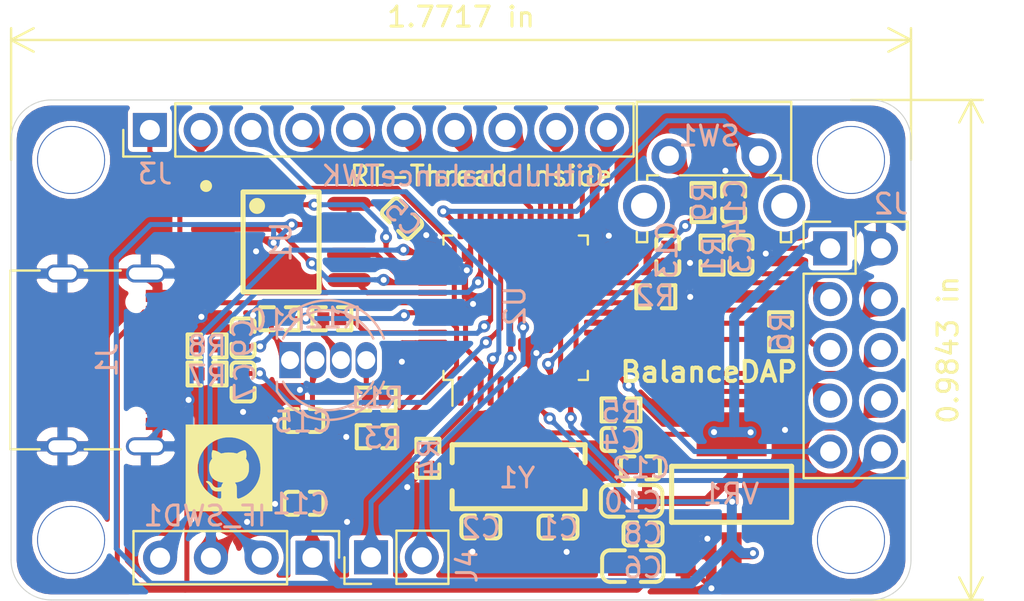
<source format=kicad_pcb>
(kicad_pcb (version 20171130) (host pcbnew 5.1.4-e60b266~84~ubuntu18.04.1)
  (layers (0 F.Cu signal) (31 B.Cu signal) (34 B.Paste user hide) (35 F.Paste user hide) (36 B.SilkS user) (37 F.SilkS user) (38 B.Mask user hide) (39 F.Mask user hide) (44 Edge.Cuts user hide))
  (net 0 "")
  (net 1 "Net-(C1-Pad2)")
  (net 2 GND)
  (net 3 "Net-(C2-Pad2)")
  (net 4 /IF_NRESET)
  (net 5 +3V3)
  (net 6 /IF_SWDIO)
  (net 7 /IF_SWCLK)
  (net 8 /TGT_USB_D+)
  (net 9 /TGT_USB_D-)
  (net 10 /STAMP_nSRESET)
  (net 11 +5V)
  (net 12 /STAMP_UART_RX)
  (net 13 /STAMP_UART_TX)
  (net 14 /STAMP_TDO)
  (net 15 /STAMP_TDI)
  (net 16 /STAMP_TMS\SWDIO)
  (net 17 /STAMP_TCLK\SWCLK)
  (net 18 /PA8)
  (net 19 /PB15)
  (net 20 /PB14)
  (net 21 /PB13)
  (net 22 /PB12)
  (net 23 /PB11)
  (net 24 /PB10)
  (net 25 /PB9)
  (net 26 /PB8)
  (net 27 /PA1)
  (net 28 /PC15)
  (net 29 /PC14)
  (net 30 /PB6)
  (net 31 /PB7)
  (net 32 "Net-(R2-Pad1)")
  (net 33 "Net-(C7-Pad1)")
  (net 34 "Net-(C9-Pad1)")
  (net 35 /PA0)
  (net 36 /IF_UART_TX)
  (net 37 /IF_UART_RX)
  (net 38 "Net-(R3-Pad2)")
  (net 39 "Net-(R4-Pad2)")
  (net 40 "Net-(R6-Pad1)")
  (net 41 /SPI_SCK)
  (net 42 /SPI_MOSI)
  (net 43 /SPI_MISO)
  (net 44 /W25Q_CS)
  (net 45 "Net-(D1-Pad4)")
  (net 46 "Net-(D1-Pad3)")
  (net 47 "Net-(D1-Pad1)")
  (net 48 "Net-(R9-Pad2)")
  (module Pictures:123 (layer F.Cu) (at 156.864 102.268)
    (fp_text reference G*** hide)
    (fp_text value LOGO hide)
  )
  (module lc_lib:0402_C (layer F.Cu) (at 177.564 105.568 180)
    (fp_text reference C8 (at 0 0) (layer B.SilkS) (effects (justify mirror)))
    (fp_text value 0402_100nF__104_10%_16V)
    (pad 2 smd rect (at 0.425 0 180) (size 0.6 0.65) (layers F.Cu F.Paste F.Mask) (net 2 GND))
    (pad 1 smd rect (at -0.425 0 180) (size 0.6 0.65) (layers F.Cu F.Paste F.Mask) (net 11 +5V))
  )
  (module LED_THT:LED_D5.0mm-4_RGB (layer B.Cu) (at 159.914 96.878)
    (fp_text reference D1 hide)
    (fp_text value LED_RCBG hide)
    (pad 4 thru_hole oval (at 3.81 0) (size 1.07 1.8) (drill 0.9) (layers *.Cu *.Mask) (net 45 "Net-(D1-Pad4)"))
    (pad 3 thru_hole oval (at 2.54 0) (size 1.07 1.8) (drill 0.9) (layers *.Cu *.Mask) (net 46 "Net-(D1-Pad3)"))
    (pad 2 thru_hole oval (at 1.27 0) (size 1.07 1.8) (drill 0.9) (layers *.Cu *.Mask) (net 5 +3V3))
    (pad 1 thru_hole rect (at 0 0) (size 1.07 1.8) (drill 0.9) (layers *.Cu *.Mask) (net 47 "Net-(D1-Pad1)"))
  )
  (module Connector_PinHeader_2.54mm:PinHeader_1x04_P2.54mm_Vertical (layer F.Cu) (at 161.034 106.758 270)
    (fp_text reference IF_SWD1 (at -2.09 5.37 180) (layer B.SilkS) (effects (justify mirror)))
    (fp_text value Conn_01x04)
    (pad 4 thru_hole oval (at 0 7.62 270) (size 1.7 1.7) (drill 1) (layers *.Cu *.Mask) (net 7 /IF_SWCLK))
    (pad 3 thru_hole oval (at 0 5.08 270) (size 1.7 1.7) (drill 1) (layers *.Cu *.Mask) (net 2 GND))
    (pad 2 thru_hole oval (at 0 2.54 270) (size 1.7 1.7) (drill 1) (layers *.Cu *.Mask) (net 6 /IF_SWDIO))
    (pad 1 thru_hole rect (at 0 0 270) (size 1.7 1.7) (drill 1) (layers *.Cu *.Mask) (net 5 +3V3))
  )
  (module Button_Switch_THT:SW_Tactile_SPST_Angled_PTS645Vx58-2LFS (layer F.Cu) (at 178.864 86.668)
    (fp_text reference SW1 (at 2 -1) (layer B.SilkS) (effects (justify mirror)))
    (fp_text value SW_Push)
    (pad "" thru_hole circle (at -1.25 2.49) (size 2.1 2.1) (drill 1.3) (layers *.Cu *.Mask))
    (pad 1 thru_hole circle (at 0 0) (size 1.75 1.75) (drill 0.99) (layers *.Cu *.Mask) (net 48 "Net-(R9-Pad2)"))
    (pad 2 thru_hole circle (at 4.5 0) (size 1.75 1.75) (drill 0.99) (layers *.Cu *.Mask) (net 5 +3V3))
    (pad "" thru_hole circle (at 5.76 2.49) (size 2.1 2.1) (drill 1.3) (layers *.Cu *.Mask))
  )
  (module lc_lib:0402_R (layer F.Cu) (at 162.004 94.808)
    (fp_text reference R12 (at 0.06 -0.04) (layer B.SilkS) (effects (justify mirror)))
    (fp_text value 0402_510Ω__5100_1%)
    (pad 2 smd rect (at 0.425 0) (size 0.6 0.65) (layers F.Cu F.Paste F.Mask) (net 26 /PB8))
    (pad 1 smd rect (at -0.425 0) (size 0.6 0.65) (layers F.Cu F.Paste F.Mask) (net 46 "Net-(D1-Pad3)"))
  )
  (module lc_lib:0402_R (layer F.Cu) (at 164.224 98.828)
    (fp_text reference R11 (at -0.06 -0.06) (layer B.SilkS) (effects (justify mirror)))
    (fp_text value 0402_510Ω__5100_1%)
    (pad 2 smd rect (at 0.425 0) (size 0.6 0.65) (layers F.Cu F.Paste F.Mask) (net 25 /PB9))
    (pad 1 smd rect (at -0.425 0) (size 0.6 0.65) (layers F.Cu F.Paste F.Mask) (net 45 "Net-(D1-Pad4)"))
  )
  (module lc_lib:0402_R (layer F.Cu) (at 159.404 94.808)
    (fp_text reference R10 (at -0.14 0.06) (layer B.SilkS) (effects (justify mirror)))
    (fp_text value 0402_510Ω__5100_1%)
    (pad 2 smd rect (at 0.425 0) (size 0.6 0.65) (layers F.Cu F.Paste F.Mask) (net 31 /PB7))
    (pad 1 smd rect (at -0.425 0) (size 0.6 0.65) (layers F.Cu F.Paste F.Mask) (net 47 "Net-(D1-Pad1)"))
  )
  (module lc_lib:0402_R (layer F.Cu) (at 180.564 88.998 90)
    (fp_text reference R9 (at 0.03 0 90) (layer B.SilkS) (effects (justify mirror)))
    (fp_text value 0402_510Ω__5100_1%)
    (pad 2 smd rect (at 0.425 0 90) (size 0.6 0.65) (layers F.Cu F.Paste F.Mask) (net 48 "Net-(R9-Pad2)"))
    (pad 1 smd rect (at -0.425 0 90) (size 0.6 0.65) (layers F.Cu F.Paste F.Mask) (net 35 /PA0))
  )
  (module Connector_PinHeader_2.54mm:PinHeader_1x02_P2.54mm_Vertical (layer F.Cu) (at 163.964 106.738 90)
    (fp_text reference J4 (at -0.43 4.8 90) (layer B.SilkS))
    (fp_text value Conn_01x02)
    (pad 2 thru_hole oval (at 0 2.54 90) (size 1.7 1.7) (drill 1) (layers *.Cu *.Mask) (net 36 /IF_UART_TX))
    (pad 1 thru_hole rect (at 0 0 90) (size 1.7 1.7) (drill 1) (layers *.Cu *.Mask) (net 37 /IF_UART_RX))
  )
  (module Connector_PinHeader_2.54mm:PinHeader_1x10_P2.54mm_Vertical (layer F.Cu) (at 152.904 85.368 90)
    (fp_text reference J3 (at -2.2 0.26 180) (layer B.SilkS) (effects (justify mirror)))
    (fp_text value Conn_01x10)
    (pad 10 thru_hole oval (at 0 22.86 90) (size 1.7 1.7) (drill 1) (layers *.Cu *.Mask) (net 23 /PB11))
    (pad 9 thru_hole oval (at 0 20.32 90) (size 1.7 1.7) (drill 1) (layers *.Cu *.Mask) (net 27 /PA1))
    (pad 8 thru_hole oval (at 0 17.78 90) (size 1.7 1.7) (drill 1) (layers *.Cu *.Mask) (net 22 /PB12))
    (pad 7 thru_hole oval (at 0 15.24 90) (size 1.7 1.7) (drill 1) (layers *.Cu *.Mask) (net 21 /PB13))
    (pad 6 thru_hole oval (at 0 12.7 90) (size 1.7 1.7) (drill 1) (layers *.Cu *.Mask) (net 20 /PB14))
    (pad 5 thru_hole oval (at 0 10.16 90) (size 1.7 1.7) (drill 1) (layers *.Cu *.Mask) (net 19 /PB15))
    (pad 4 thru_hole oval (at 0 7.62 90) (size 1.7 1.7) (drill 1) (layers *.Cu *.Mask) (net 18 /PA8))
    (pad 3 thru_hole oval (at 0 5.08 90) (size 1.7 1.7) (drill 1) (layers *.Cu *.Mask) (net 28 /PC15))
    (pad 2 thru_hole oval (at 0 2.54 90) (size 1.7 1.7) (drill 1) (layers *.Cu *.Mask) (net 29 /PC14))
    (pad 1 thru_hole rect (at 0 0 90) (size 1.7 1.7) (drill 1) (layers *.Cu *.Mask) (net 30 /PB6))
  )
  (module lc_lib:SMD-5032_2P (layer F.Cu) (at 171.344 102.708 180)
    (fp_text reference Y1 (at 0.08 -0.06) (layer B.SilkS) (effects (justify mirror)))
    (fp_text value SMD-5032_2P_8MHz_20ppm_20pF)
    (pad 2 smd rect (at 2.05 0 270) (size 2.4 1.9) (layers F.Cu F.Paste F.Mask) (net 3 "Net-(C2-Pad2)"))
    (pad 1 smd rect (at -2.05 0 270) (size 2.4 1.9) (layers F.Cu F.Paste F.Mask) (net 1 "Net-(C1-Pad2)"))
  )
  (module lc_lib:SOT-223 (layer F.Cu) (at 181.994 103.588 270)
    (fp_text reference VR1 (at -0.02 0.03 180) (layer B.SilkS) (effects (justify mirror)))
    (fp_text value SOT-223_AMS1117-3.3)
    (pad 3 smd rect (at 3 -2.3 180) (size 1 2.2) (layers F.Cu F.Paste F.Mask) (net 11 +5V))
    (pad 2 smd rect (at -3 0 180) (size 3.5 2.2) (layers F.Cu F.Paste F.Mask) (net 5 +3V3))
    (pad 2 smd rect (at 3 0 180) (size 1 2.2) (layers F.Cu F.Paste F.Mask) (net 5 +3V3))
    (pad 1 smd rect (at 3 2.3 180) (size 1 2.2) (layers F.Cu F.Paste F.Mask) (net 2 GND))
  )
  (module Package_QFP:LQFP-48_7x7mm_P0.5mm (layer F.Cu) (at 171.194 94.258 90)
    (fp_text reference U2 (at 0.09 -0.03 90) (layer B.SilkS) (effects (justify mirror)))
    (fp_text value STM32F103CBTx)
    (pad 48 smd roundrect (at -2.75 -4.1625 90) (size 0.3 1.475) (layers F.Cu F.Paste F.Mask) (net 5 +3V3))
    (pad 47 smd roundrect (at -2.25 -4.1625 90) (size 0.3 1.475) (layers F.Cu F.Paste F.Mask) (net 2 GND))
    (pad 46 smd roundrect (at -1.75 -4.1625 90) (size 0.3 1.475) (layers F.Cu F.Paste F.Mask) (net 25 /PB9))
    (pad 45 smd roundrect (at -1.25 -4.1625 90) (size 0.3 1.475) (layers F.Cu F.Paste F.Mask) (net 26 /PB8))
    (pad 44 smd roundrect (at -0.75 -4.1625 90) (size 0.3 1.475) (layers F.Cu F.Paste F.Mask) (net 38 "Net-(R3-Pad2)"))
    (pad 43 smd roundrect (at -0.25 -4.1625 90) (size 0.3 1.475) (layers F.Cu F.Paste F.Mask) (net 31 /PB7))
    (pad 42 smd roundrect (at 0.25 -4.1625 90) (size 0.3 1.475) (layers F.Cu F.Paste F.Mask) (net 30 /PB6))
    (pad 41 smd roundrect (at 0.75 -4.1625 90) (size 0.3 1.475) (layers F.Cu F.Paste F.Mask) (net 42 /SPI_MOSI))
    (pad 40 smd roundrect (at 1.25 -4.1625 90) (size 0.3 1.475) (layers F.Cu F.Paste F.Mask) (net 43 /SPI_MISO))
    (pad 39 smd roundrect (at 1.75 -4.1625 90) (size 0.3 1.475) (layers F.Cu F.Paste F.Mask) (net 41 /SPI_SCK))
    (pad 38 smd roundrect (at 2.25 -4.1625 90) (size 0.3 1.475) (layers F.Cu F.Paste F.Mask) (net 44 /W25Q_CS))
    (pad 37 smd roundrect (at 2.75 -4.1625 90) (size 0.3 1.475) (layers F.Cu F.Paste F.Mask) (net 7 /IF_SWCLK))
    (pad 36 smd roundrect (at 4.1625 -2.75 90) (size 1.475 0.3) (layers F.Cu F.Paste F.Mask) (net 5 +3V3))
    (pad 35 smd roundrect (at 4.1625 -2.25 90) (size 1.475 0.3) (layers F.Cu F.Paste F.Mask) (net 2 GND))
    (pad 34 smd roundrect (at 4.1625 -1.75 90) (size 1.475 0.3) (layers F.Cu F.Paste F.Mask) (net 6 /IF_SWDIO))
    (pad 33 smd roundrect (at 4.1625 -1.25 90) (size 1.475 0.3) (layers F.Cu F.Paste F.Mask) (net 34 "Net-(C9-Pad1)"))
    (pad 32 smd roundrect (at 4.1625 -0.75 90) (size 1.475 0.3) (layers F.Cu F.Paste F.Mask) (net 33 "Net-(C7-Pad1)"))
    (pad 31 smd roundrect (at 4.1625 -0.25 90) (size 1.475 0.3) (layers F.Cu F.Paste F.Mask) (net 37 /IF_UART_RX))
    (pad 30 smd roundrect (at 4.1625 0.25 90) (size 1.475 0.3) (layers F.Cu F.Paste F.Mask) (net 36 /IF_UART_TX))
    (pad 29 smd roundrect (at 4.1625 0.75 90) (size 1.475 0.3) (layers F.Cu F.Paste F.Mask) (net 18 /PA8))
    (pad 28 smd roundrect (at 4.1625 1.25 90) (size 1.475 0.3) (layers F.Cu F.Paste F.Mask) (net 19 /PB15))
    (pad 27 smd roundrect (at 4.1625 1.75 90) (size 1.475 0.3) (layers F.Cu F.Paste F.Mask) (net 20 /PB14))
    (pad 26 smd roundrect (at 4.1625 2.25 90) (size 1.475 0.3) (layers F.Cu F.Paste F.Mask) (net 21 /PB13))
    (pad 25 smd roundrect (at 4.1625 2.75 90) (size 1.475 0.3) (layers F.Cu F.Paste F.Mask) (net 22 /PB12))
    (pad 24 smd roundrect (at 2.75 4.1625 90) (size 0.3 1.475) (layers F.Cu F.Paste F.Mask) (net 5 +3V3))
    (pad 23 smd roundrect (at 2.25 4.1625 90) (size 0.3 1.475) (layers F.Cu F.Paste F.Mask) (net 2 GND))
    (pad 22 smd roundrect (at 1.75 4.1625 90) (size 0.3 1.475) (layers F.Cu F.Paste F.Mask) (net 23 /PB11))
    (pad 21 smd roundrect (at 1.25 4.1625 90) (size 0.3 1.475) (layers F.Cu F.Paste F.Mask) (net 24 /PB10))
    (pad 20 smd roundrect (at 0.75 4.1625 90) (size 0.3 1.475) (layers F.Cu F.Paste F.Mask) (net 32 "Net-(R2-Pad1)"))
    (pad 19 smd roundrect (at 0.25 4.1625 90) (size 0.3 1.475) (layers F.Cu F.Paste F.Mask) (net 10 /STAMP_nSRESET))
    (pad 18 smd roundrect (at -0.25 4.1625 90) (size 0.3 1.475) (layers F.Cu F.Paste F.Mask) (net 16 /STAMP_TMS\SWDIO))
    (pad 17 smd roundrect (at -0.75 4.1625 90) (size 0.3 1.475) (layers F.Cu F.Paste F.Mask) (net 40 "Net-(R6-Pad1)"))
    (pad 16 smd roundrect (at -1.25 4.1625 90) (size 0.3 1.475) (layers F.Cu F.Paste F.Mask) (net 17 /STAMP_TCLK\SWCLK))
    (pad 15 smd roundrect (at -1.75 4.1625 90) (size 0.3 1.475) (layers F.Cu F.Paste F.Mask) (net 15 /STAMP_TDI))
    (pad 14 smd roundrect (at -2.25 4.1625 90) (size 0.3 1.475) (layers F.Cu F.Paste F.Mask) (net 14 /STAMP_TDO))
    (pad 13 smd roundrect (at -2.75 4.1625 90) (size 0.3 1.475) (layers F.Cu F.Paste F.Mask) (net 12 /STAMP_UART_RX))
    (pad 12 smd roundrect (at -4.1625 2.75 90) (size 1.475 0.3) (layers F.Cu F.Paste F.Mask) (net 13 /STAMP_UART_TX))
    (pad 11 smd roundrect (at -4.1625 2.25 90) (size 1.475 0.3) (layers F.Cu F.Paste F.Mask) (net 27 /PA1))
    (pad 10 smd roundrect (at -4.1625 1.75 90) (size 1.475 0.3) (layers F.Cu F.Paste F.Mask) (net 35 /PA0))
    (pad 9 smd roundrect (at -4.1625 1.25 90) (size 1.475 0.3) (layers F.Cu F.Paste F.Mask) (net 5 +3V3))
    (pad 8 smd roundrect (at -4.1625 0.75 90) (size 1.475 0.3) (layers F.Cu F.Paste F.Mask) (net 2 GND))
    (pad 7 smd roundrect (at -4.1625 0.25 90) (size 1.475 0.3) (layers F.Cu F.Paste F.Mask) (net 4 /IF_NRESET))
    (pad 6 smd roundrect (at -4.1625 -0.25 90) (size 1.475 0.3) (layers F.Cu F.Paste F.Mask) (net 1 "Net-(C1-Pad2)"))
    (pad 5 smd roundrect (at -4.1625 -0.75 90) (size 1.475 0.3) (layers F.Cu F.Paste F.Mask) (net 3 "Net-(C2-Pad2)"))
    (pad 4 smd roundrect (at -4.1625 -1.25 90) (size 1.475 0.3) (layers F.Cu F.Paste F.Mask) (net 28 /PC15))
    (pad 3 smd roundrect (at -4.1625 -1.75 90) (size 1.475 0.3) (layers F.Cu F.Paste F.Mask) (net 29 /PC14))
    (pad 2 smd roundrect (at -4.1625 -2.25 90) (size 1.475 0.3) (layers F.Cu F.Paste F.Mask) (net 39 "Net-(R4-Pad2)"))
    (pad 1 smd roundrect (at -4.1625 -2.75 90) (size 1.475 0.3) (layers F.Cu F.Paste F.Mask) (net 5 +3V3))
  )
  (module lc_lib:SOIC-8_208MIL (layer F.Cu) (at 159.464 90.968 270)
    (fp_text reference U1 (at 0 0 90) (layer B.SilkS) (effects (justify mirror)))
    (fp_text value W25Q128FVSIG_[C35101])
    (pad 8 smd oval (at -1.905 -3.4 90) (size 0.7 2.2) (layers F.Cu F.Paste F.Mask) (net 5 +3V3))
    (pad 7 smd oval (at -0.635 -3.4 90) (size 0.7 2.2) (layers F.Cu F.Paste F.Mask) (net 5 +3V3))
    (pad 6 smd oval (at 0.635 -3.4 90) (size 0.7 2.2) (layers F.Cu F.Paste F.Mask) (net 41 /SPI_SCK))
    (pad 5 smd oval (at 1.905 -3.4 90) (size 0.7 2.2) (layers F.Cu F.Paste F.Mask) (net 42 /SPI_MOSI))
    (pad 4 smd oval (at 1.905 3.4 90) (size 0.7 2.2) (layers F.Cu F.Paste F.Mask) (net 2 GND))
    (pad 3 smd oval (at 0.635 3.4 90) (size 0.7 2.2) (layers F.Cu F.Paste F.Mask) (net 5 +3V3))
    (pad 2 smd oval (at -0.635 3.4 90) (size 0.7 2.2) (layers F.Cu F.Paste F.Mask) (net 43 /SPI_MISO))
    (pad 1 smd oval (at -1.905 3.4 90) (size 0.7 2.2) (layers F.Cu F.Paste F.Mask) (net 44 /W25Q_CS))
  )
  (module lc_lib:0402_R (layer F.Cu) (at 155.764 96.168 180)
    (fp_text reference R8 (at 0 0) (layer B.SilkS) (effects (justify mirror)))
    (fp_text value 0402_33Ω__33R0_1%)
    (pad 2 smd rect (at 0.425 0 180) (size 0.6 0.65) (layers F.Cu F.Paste F.Mask) (net 9 /TGT_USB_D-))
    (pad 1 smd rect (at -0.425 0 180) (size 0.6 0.65) (layers F.Cu F.Paste F.Mask) (net 34 "Net-(C9-Pad1)"))
  )
  (module lc_lib:0402_R (layer F.Cu) (at 155.764 97.568 180)
    (fp_text reference R7 (at 0 -0.1) (layer B.SilkS) (effects (justify mirror)))
    (fp_text value 0402_33Ω__33R0_1%)
    (pad 2 smd rect (at 0.425 0 180) (size 0.6 0.65) (layers F.Cu F.Paste F.Mask) (net 8 /TGT_USB_D+))
    (pad 1 smd rect (at -0.425 0 180) (size 0.6 0.65) (layers F.Cu F.Paste F.Mask) (net 33 "Net-(C7-Pad1)"))
  )
  (module lc_lib:0402_R (layer F.Cu) (at 184.444 95.458 90)
    (fp_text reference R6 (at -0.01 0.02 90) (layer B.SilkS) (effects (justify mirror)))
    (fp_text value 0402_100Ω__1000_1%)
    (pad 2 smd rect (at 0.425 0 90) (size 0.6 0.65) (layers F.Cu F.Paste F.Mask) (net 16 /STAMP_TMS\SWDIO))
    (pad 1 smd rect (at -0.425 0 90) (size 0.6 0.65) (layers F.Cu F.Paste F.Mask) (net 40 "Net-(R6-Pad1)"))
  )
  (module lc_lib:0402_R (layer F.Cu) (at 176.464 99.368 180)
    (fp_text reference R5 (at 0 -0.1) (layer B.SilkS) (effects (justify mirror)))
    (fp_text value 0402_100KΩ__1003_1%)
    (pad 2 smd rect (at 0.425 0 180) (size 0.6 0.65) (layers F.Cu F.Paste F.Mask) (net 4 /IF_NRESET))
    (pad 1 smd rect (at -0.425 0 180) (size 0.6 0.65) (layers F.Cu F.Paste F.Mask) (net 5 +3V3))
  )
  (module lc_lib:0402_R (layer F.Cu) (at 166.804 101.788 90)
    (fp_text reference R4 (at 0.02 0.06 90) (layer B.SilkS) (effects (justify mirror)))
    (fp_text value 0402_10KΩ__1002_1%)
    (pad 2 smd rect (at 0.425 0 90) (size 0.6 0.65) (layers F.Cu F.Paste F.Mask) (net 39 "Net-(R4-Pad2)"))
    (pad 1 smd rect (at -0.425 0 90) (size 0.6 0.65) (layers F.Cu F.Paste F.Mask) (net 2 GND))
  )
  (module lc_lib:0402_R (layer F.Cu) (at 164.224 100.708)
    (fp_text reference R3 (at 0.34 0.06) (layer B.SilkS) (effects (justify mirror)))
    (fp_text value 0402_100KΩ__1003_1%)
    (pad 2 smd rect (at 0.425 0) (size 0.6 0.65) (layers F.Cu F.Paste F.Mask) (net 38 "Net-(R3-Pad2)"))
    (pad 1 smd rect (at -0.425 0) (size 0.6 0.65) (layers F.Cu F.Paste F.Mask) (net 2 GND))
  )
  (module lc_lib:0402_R (layer F.Cu) (at 178.204 93.708)
    (fp_text reference R2 (at -0.04 -0.04) (layer B.SilkS) (effects (justify mirror)))
    (fp_text value 0402_10KΩ__1002_1%)
    (pad 2 smd rect (at 0.425 0) (size 0.6 0.65) (layers F.Cu F.Paste F.Mask) (net 2 GND))
    (pad 1 smd rect (at -0.425 0) (size 0.6 0.65) (layers F.Cu F.Paste F.Mask) (net 32 "Net-(R2-Pad1)"))
  )
  (module lc_lib:0402_R (layer F.Cu) (at 181.014 91.628 270)
    (fp_text reference R1 (at 0.04 -0.05 90) (layer B.SilkS) (effects (justify mirror)))
    (fp_text value 0402_10KΩ__1002_1%)
    (pad 2 smd rect (at 0.425 0 270) (size 0.6 0.65) (layers F.Cu F.Paste F.Mask) (net 10 /STAMP_nSRESET))
    (pad 1 smd rect (at -0.425 0 270) (size 0.6 0.65) (layers F.Cu F.Paste F.Mask) (net 5 +3V3))
  )
  (module Connector_PinHeader_2.54mm:PinHeader_2x05_P2.54mm_Vertical (layer F.Cu) (at 186.924 91.288)
    (fp_text reference J2 (at 3.04 -2.22) (layer B.SilkS) (effects (justify mirror)))
    (fp_text value Conn_02x05_Top_Bottom)
    (pad 10 thru_hole oval (at 2.54 10.16) (size 1.7 1.7) (drill 1) (layers *.Cu *.Mask) (net 13 /STAMP_UART_TX))
    (pad 9 thru_hole oval (at 0 10.16) (size 1.7 1.7) (drill 1) (layers *.Cu *.Mask) (net 12 /STAMP_UART_RX))
    (pad 8 thru_hole oval (at 2.54 7.62) (size 1.7 1.7) (drill 1) (layers *.Cu *.Mask) (net 14 /STAMP_TDO))
    (pad 7 thru_hole oval (at 0 7.62) (size 1.7 1.7) (drill 1) (layers *.Cu *.Mask) (net 15 /STAMP_TDI))
    (pad 6 thru_hole oval (at 2.54 5.08) (size 1.7 1.7) (drill 1) (layers *.Cu *.Mask) (net 17 /STAMP_TCLK\SWCLK))
    (pad 5 thru_hole oval (at 0 5.08) (size 1.7 1.7) (drill 1) (layers *.Cu *.Mask) (net 16 /STAMP_TMS\SWDIO))
    (pad 4 thru_hole oval (at 2.54 2.54) (size 1.7 1.7) (drill 1) (layers *.Cu *.Mask) (net 10 /STAMP_nSRESET))
    (pad 3 thru_hole oval (at 0 2.54) (size 1.7 1.7) (drill 1) (layers *.Cu *.Mask) (net 24 /PB10))
    (pad 2 thru_hole oval (at 2.54 0) (size 1.7 1.7) (drill 1) (layers *.Cu *.Mask) (net 2 GND))
    (pad 1 thru_hole rect (at 0 0) (size 1.7 1.7) (drill 1) (layers *.Cu *.Mask) (net 5 +3V3))
  )
  (module Connector_USB:USB_C_Receptacle_Palconn_UTC16-G (layer F.Cu) (at 150.774 96.868 270)
    (fp_text reference J1 (at 0 0.01 90) (layer B.SilkS) (effects (justify mirror)))
    (fp_text value USB_C_Receptacle_USB2.0)
    (pad A12 smd rect (at 3.2 -2.51 270) (size 0.6 1.16) (layers F.Cu F.Paste F.Mask) (net 2 GND))
    (pad A9 smd rect (at 2.4 -2.51 270) (size 0.6 1.16) (layers F.Cu F.Paste F.Mask) (net 11 +5V))
    (pad B1 smd rect (at 3.2 -2.51 270) (size 0.6 1.16) (layers F.Cu F.Paste F.Mask) (net 2 GND))
    (pad B4 smd rect (at 2.4 -2.51 270) (size 0.6 1.16) (layers F.Cu F.Paste F.Mask) (net 11 +5V))
    (pad B12 smd rect (at -3.2 -2.51 270) (size 0.6 1.16) (layers F.Cu F.Paste F.Mask) (net 2 GND))
    (pad A1 smd rect (at -3.2 -2.51 270) (size 0.6 1.16) (layers F.Cu F.Paste F.Mask) (net 2 GND))
    (pad B9 smd rect (at -2.4 -2.51 270) (size 0.6 1.16) (layers F.Cu F.Paste F.Mask) (net 11 +5V))
    (pad A4 smd rect (at -2.4 -2.51 270) (size 0.6 1.16) (layers F.Cu F.Paste F.Mask) (net 11 +5V))
    (pad "" np_thru_hole circle (at -2.89 -1.45 90) (size 0.6 0.6) (drill 0.6) (layers *.Cu *.Mask))
    (pad "" np_thru_hole circle (at 2.89 -1.45 90) (size 0.6 0.6) (drill 0.6) (layers *.Cu *.Mask))
    (pad B5 smd rect (at 1.75 -2.51 90) (size 0.3 1.16) (layers F.Cu F.Paste F.Mask))
    (pad B6 smd rect (at 0.75 -2.51 90) (size 0.3 1.16) (layers F.Cu F.Paste F.Mask) (net 8 /TGT_USB_D+))
    (pad A8 smd rect (at 1.25 -2.51 90) (size 0.3 1.16) (layers F.Cu F.Paste F.Mask))
    (pad A5 smd rect (at -1.25 -2.51 90) (size 0.3 1.16) (layers F.Cu F.Paste F.Mask))
    (pad B8 smd rect (at -1.75 -2.51 90) (size 0.3 1.16) (layers F.Cu F.Paste F.Mask))
    (pad A7 smd rect (at 0.25 -2.51 90) (size 0.3 1.16) (layers F.Cu F.Paste F.Mask) (net 9 /TGT_USB_D-))
    (pad A6 smd rect (at -0.25 -2.51 90) (size 0.3 1.16) (layers F.Cu F.Paste F.Mask) (net 8 /TGT_USB_D+))
    (pad B7 smd rect (at -0.75 -2.51 90) (size 0.3 1.16) (layers F.Cu F.Paste F.Mask) (net 9 /TGT_USB_D-))
    (pad S1 thru_hole oval (at 4.32 2.24) (size 1.7 0.9) (drill oval 1.4 0.6) (layers *.Cu *.Mask) (net 2 GND))
    (pad S1 thru_hole oval (at -4.32 2.24) (size 1.7 0.9) (drill oval 1.4 0.6) (layers *.Cu *.Mask) (net 2 GND))
    (pad S1 thru_hole oval (at 4.32 -1.93) (size 2 0.9) (drill oval 1.7 0.6) (layers *.Cu *.Mask) (net 2 GND))
    (pad S1 thru_hole oval (at -4.32 -1.93) (size 2 0.9) (drill oval 1.7 0.6) (layers *.Cu *.Mask) (net 2 GND))
  )
  (module lc_lib:0402_C (layer F.Cu) (at 160.604 99.898 180)
    (fp_text reference C15 (at 0.04 -0.07) (layer B.SilkS) (effects (justify mirror)))
    (fp_text value 0402_100nF__104_10%_16V)
    (pad 2 smd rect (at 0.425 0 180) (size 0.6 0.65) (layers F.Cu F.Paste F.Mask) (net 2 GND))
    (pad 1 smd rect (at -0.425 0 180) (size 0.6 0.65) (layers F.Cu F.Paste F.Mask) (net 5 +3V3))
  )
  (module lc_lib:0402_C (layer F.Cu) (at 182.094 88.998 90)
    (fp_text reference C14 (at -0.27 0.07 90) (layer B.SilkS) (effects (justify mirror)))
    (fp_text value 0402_100nF__104_10%_16V)
    (pad 2 smd rect (at 0.425 0 90) (size 0.6 0.65) (layers F.Cu F.Paste F.Mask) (net 2 GND))
    (pad 1 smd rect (at -0.425 0 90) (size 0.6 0.65) (layers F.Cu F.Paste F.Mask) (net 5 +3V3))
  )
  (module lc_lib:0402_C (layer F.Cu) (at 178.804 91.628 270)
    (fp_text reference C13 (at -0.26 0.04 90) (layer B.SilkS) (effects (justify mirror)))
    (fp_text value 0402_100nF__104_10%_16V)
    (pad 2 smd rect (at 0.425 0 270) (size 0.6 0.65) (layers F.Cu F.Paste F.Mask) (net 2 GND))
    (pad 1 smd rect (at -0.425 0 270) (size 0.6 0.65) (layers F.Cu F.Paste F.Mask) (net 5 +3V3))
  )
  (module lc_lib:0402_C (layer F.Cu) (at 177.434 102.268 180)
    (fp_text reference C12 (at -0.03 0) (layer B.SilkS) (effects (justify mirror)))
    (fp_text value 0402_100nF__104_10%_16V)
    (pad 2 smd rect (at 0.425 0 180) (size 0.6 0.65) (layers F.Cu F.Paste F.Mask) (net 2 GND))
    (pad 1 smd rect (at -0.425 0 180) (size 0.6 0.65) (layers F.Cu F.Paste F.Mask) (net 5 +3V3))
  )
  (module lc_lib:0402_C (layer F.Cu) (at 160.604 104.038 180)
    (fp_text reference C11 (at 0.14 -0.03) (layer B.SilkS) (effects (justify mirror)))
    (fp_text value 0402_100nF__104_10%_16V)
    (pad 2 smd rect (at 0.425 0 180) (size 0.6 0.65) (layers F.Cu F.Paste F.Mask) (net 2 GND))
    (pad 1 smd rect (at -0.425 0 180) (size 0.6 0.65) (layers F.Cu F.Paste F.Mask) (net 5 +3V3))
  )
  (module lc_lib:0603_C (layer F.Cu) (at 176.994 103.918 180)
    (fp_text reference C10 (at -0.07 -0.05) (layer B.SilkS) (effects (justify mirror)))
    (fp_text value 0603_10uF__106_10%_10V)
    (pad 2 smd rect (at 0.77 0 180) (size 0.93 0.98) (layers F.Cu F.Paste F.Mask) (net 2 GND))
    (pad 1 smd rect (at -0.77 0 180) (size 0.93 0.98) (layers F.Cu F.Paste F.Mask) (net 5 +3V3))
  )
  (module lc_lib:0402_C (layer F.Cu) (at 157.564 95.768 90)
    (fp_text reference C9 (at 0 0 90) (layer B.SilkS) (effects (justify mirror)))
    (fp_text value 0402_18pF__180_5%_50V)
    (pad 2 smd rect (at 0.425 0 90) (size 0.6 0.65) (layers F.Cu F.Paste F.Mask) (net 2 GND))
    (pad 1 smd rect (at -0.425 0 90) (size 0.6 0.65) (layers F.Cu F.Paste F.Mask) (net 34 "Net-(C9-Pad1)"))
  )
  (module lc_lib:0402_C (layer F.Cu) (at 157.564 97.968 270)
    (fp_text reference C7 (at 0 -0.1 90) (layer B.SilkS) (effects (justify mirror)))
    (fp_text value 0402_18pF__180_5%_50V)
    (pad 2 smd rect (at 0.425 0 270) (size 0.6 0.65) (layers F.Cu F.Paste F.Mask) (net 2 GND))
    (pad 1 smd rect (at -0.425 0 270) (size 0.6 0.65) (layers F.Cu F.Paste F.Mask) (net 33 "Net-(C7-Pad1)"))
  )
  (module lc_lib:0603_C (layer F.Cu) (at 177.054 107.178 180)
    (fp_text reference C6 (at -0.51 -0.09) (layer B.SilkS) (effects (justify mirror)))
    (fp_text value 0603_10uF__106_10%_10V)
    (pad 2 smd rect (at 0.77 0 180) (size 0.93 0.98) (layers F.Cu F.Paste F.Mask) (net 2 GND))
    (pad 1 smd rect (at -0.77 0 180) (size 0.93 0.98) (layers F.Cu F.Paste F.Mask) (net 11 +5V))
  )
  (module lc_lib:0402_C (layer F.Cu) (at 165.514 89.798 315)
    (fp_text reference C5 (at 0.014142 -0.056569 135) (layer B.SilkS) (effects (justify mirror)))
    (fp_text value 0402_100nF__104_10%_16V)
    (pad 2 smd rect (at 0.425 0 315) (size 0.6 0.65) (layers F.Cu F.Paste F.Mask) (net 2 GND))
    (pad 1 smd rect (at -0.425 0 315) (size 0.6 0.65) (layers F.Cu F.Paste F.Mask) (net 5 +3V3))
  )
  (module lc_lib:0402_C (layer F.Cu) (at 176.464 100.848 180)
    (fp_text reference C4 (at 0 -0.02) (layer B.SilkS) (effects (justify mirror)))
    (fp_text value 0402_100nF__104_10%_16V)
    (pad 2 smd rect (at 0.425 0 180) (size 0.6 0.65) (layers F.Cu F.Paste F.Mask) (net 4 /IF_NRESET))
    (pad 1 smd rect (at -0.425 0 180) (size 0.6 0.65) (layers F.Cu F.Paste F.Mask) (net 2 GND))
  )
  (module lc_lib:0402_C (layer F.Cu) (at 182.464 91.618 90)
    (fp_text reference C3 (at 0.05 0 90) (layer B.SilkS) (effects (justify mirror)))
    (fp_text value 0402_100nF__104_10%_16V)
    (pad 2 smd rect (at 0.425 0 90) (size 0.6 0.65) (layers F.Cu F.Paste F.Mask) (net 2 GND))
    (pad 1 smd rect (at -0.425 0 90) (size 0.6 0.65) (layers F.Cu F.Paste F.Mask) (net 10 /STAMP_nSRESET))
  )
  (module lc_lib:0402_C (layer F.Cu) (at 169.454 105.218001)
    (fp_text reference C2 (at 0.01 0.049999) (layer B.SilkS) (effects (justify mirror)))
    (fp_text value 0402_22pF__220_5%_50V)
    (pad 2 smd rect (at 0.425 0) (size 0.6 0.65) (layers F.Cu F.Paste F.Mask) (net 3 "Net-(C2-Pad2)"))
    (pad 1 smd rect (at -0.425 0) (size 0.6 0.65) (layers F.Cu F.Paste F.Mask) (net 2 GND))
  )
  (module lc_lib:0402_C (layer F.Cu) (at 173.314 105.228 180)
    (fp_text reference C1 (at -0.05 -0.04) (layer B.SilkS) (effects (justify mirror)))
    (fp_text value 0402_22pF__220_5%_50V)
    (pad 2 smd rect (at 0.425 0 180) (size 0.6 0.65) (layers F.Cu F.Paste F.Mask) (net 1 "Net-(C1-Pad2)"))
    (pad 1 smd rect (at -0.425 0 180) (size 0.6 0.65) (layers F.Cu F.Paste F.Mask) (net 2 GND))
  )
  (gr_text "RT-Thread Inside" (at 169.464 87.668) (layer F.SilkS) (effects (font (size 1 1))))
  (gr_text GitHub:balanceTWK (at 168.564 87.668) (layer B.SilkS) (effects (font (size 1 1)) (justify mirror)))
  (gr_text BalanceDAP (at 180.864 97.468) (layer F.SilkS) (effects (font (size 1 1) (thickness 0.2))))
  (dimension 25 (width 0.12) (layer F.SilkS) (gr_text "25.000 mm" (at 195.234 96.368 270) (layer F.SilkS) (effects (font (size 1 1) (thickness 0.15)))) (feature1 (pts (xy 187.964 108.868) (xy 194.550421 108.868))) (feature2 (pts (xy 187.964 83.868) (xy 194.550421 83.868))) (crossbar (pts (xy 193.964 83.868) (xy 193.964 108.868))) (arrow1a (pts (xy 193.964 108.868) (xy 193.377579 107.741496))) (arrow1b (pts (xy 193.964 108.868) (xy 194.550421 107.741496))) (arrow2a (pts (xy 193.964 83.868) (xy 193.377579 84.994504))) (arrow2b (pts (xy 193.964 83.868) (xy 194.550421 84.994504))))
  (dimension 45 (width 0.12) (layer F.SilkS) (gr_text "45.000 mm" (at 168.464 79.598) (layer F.SilkS) (effects (font (size 1 1) (thickness 0.15)))) (feature1 (pts (xy 190.964 86.868) (xy 190.964 80.281579))) (feature2 (pts (xy 145.964 86.868) (xy 145.964 80.281579))) (crossbar (pts (xy 145.964 80.868) (xy 190.964 80.868))) (arrow1a (pts (xy 190.964 80.868) (xy 189.837496 81.454421))) (arrow1b (pts (xy 190.964 80.868) (xy 189.837496 80.281579))) (arrow2a (pts (xy 145.964 80.868) (xy 147.090504 81.454421))) (arrow2b (pts (xy 145.964 80.868) (xy 147.090504 80.281579))))
  (gr_arc (start 188.964 106.868) (end 188.964 108.868001) (angle -90) (layer Edge.Cuts) (width 0.05))
  (gr_arc (start 147.964 106.868) (end 145.963999 106.868) (angle -90) (layer Edge.Cuts) (width 0.05))
  (gr_arc (start 147.964 85.868) (end 147.964 83.867999) (angle -90) (layer Edge.Cuts) (width 0.05))
  (gr_arc (start 188.964 85.868) (end 190.964 85.868) (angle -90) (layer Edge.Cuts) (width 0.05))
  (gr_line (start 147.964 83.868) (end 188.964 83.868) (layer Edge.Cuts) (width 0.05))
  (gr_line (start 190.964001 106.868) (end 190.964 85.868) (layer Edge.Cuts) (width 0.05))
  (gr_line (start 145.964 85.868) (end 145.964 106.868) (layer Edge.Cuts) (width 0.05))
  (gr_line (start 147.964 108.868001) (end 188.964 108.868) (layer Edge.Cuts) (width 0.05))
  (via (at 148.964 86.868) (size 3.4) (drill 3.3) (layers F.Cu B.Cu) (net 0))
  (via (at 187.964 86.868) (size 3.4) (drill 3.3) (layers F.Cu B.Cu) (net 0))
  (via (at 187.964 105.868) (size 3.4) (drill 3.3) (layers F.Cu B.Cu) (net 0))
  (via (at 148.964 105.868) (size 3.4) (drill 3.3) (layers F.Cu B.Cu) (net 0))
  (via (at 181.114 100.478) (size 0.6) (drill 0.3) (layers F.Cu B.Cu) (net 5))
  (via (at 182.944 100.488) (size 0.6) (drill 0.3) (layers F.Cu B.Cu) (net 5))
  (segment (start 173.394 102.598) (end 173.394 102.708) (width 0.25) (layer F.Cu) (net 1))
  (segment (start 172.074 101.278) (end 173.394 102.598) (width 0.25) (layer F.Cu) (net 1))
  (segment (start 172.064 101.278) (end 172.074 101.278) (width 0.25) (layer F.Cu) (net 1))
  (segment (start 170.944 98.4205) (end 170.944 100.158) (width 0.25) (layer F.Cu) (net 1))
  (segment (start 170.944 100.158) (end 172.064 101.278) (width 0.25) (layer F.Cu) (net 1))
  (segment (start 172.889 103.213) (end 173.394 102.708) (width 0.25) (layer F.Cu) (net 1))
  (segment (start 172.889 105.228) (end 172.889 103.213) (width 0.25) (layer F.Cu) (net 1))
  (via (at 165.504 96.958) (size 0.6) (drill 0.3) (layers F.Cu B.Cu) (net 2))
  (segment (start 167.0315 96.508) (end 165.954 96.508) (width 0.25) (layer F.Cu) (net 2))
  (segment (start 165.954 96.508) (end 165.504 96.958) (width 0.25) (layer F.Cu) (net 2))
  (via (at 162.724 100.718) (size 0.6) (drill 0.3) (layers F.Cu B.Cu) (net 2))
  (segment (start 163.799 100.708) (end 162.734 100.708) (width 0.25) (layer F.Cu) (net 2))
  (segment (start 162.734 100.708) (end 162.724 100.718) (width 0.25) (layer F.Cu) (net 2))
  (via (at 168.75123 92.384113) (size 0.6) (drill 0.3) (layers F.Cu B.Cu) (net 2))
  (segment (start 168.944 90.0955) (end 168.944 92.191343) (width 0.25) (layer F.Cu) (net 2))
  (segment (start 168.944 92.191343) (end 168.75123 92.384113) (width 0.25) (layer F.Cu) (net 2))
  (segment (start 176.504 92.008) (end 176.694 91.818) (width 0.25) (layer F.Cu) (net 2))
  (segment (start 175.3565 92.008) (end 176.504 92.008) (width 0.25) (layer F.Cu) (net 2))
  (via (at 175.854 90.658) (size 0.6) (drill 0.3) (layers F.Cu B.Cu) (net 2))
  (segment (start 176.694 91.818) (end 176.694 91.498) (width 0.25) (layer F.Cu) (net 2))
  (segment (start 176.694 91.498) (end 175.854 90.658) (width 0.25) (layer F.Cu) (net 2))
  (via (at 179.924 93.718) (size 0.6) (drill 0.3) (layers F.Cu B.Cu) (net 2))
  (segment (start 178.629 93.708) (end 179.914 93.708) (width 0.25) (layer F.Cu) (net 2))
  (segment (start 179.914 93.708) (end 179.924 93.718) (width 0.25) (layer F.Cu) (net 2))
  (via (at 180.984 108.288) (size 0.6) (drill 0.3) (layers F.Cu B.Cu) (net 2))
  (segment (start 179.694 106.588) (end 179.694 106.998) (width 0.25) (layer F.Cu) (net 2))
  (segment (start 179.694 106.998) (end 180.984 108.288) (width 0.25) (layer F.Cu) (net 2))
  (segment (start 180.984 108.288) (end 180.765593 108.069593) (width 0.25) (layer B.Cu) (net 2))
  (via (at 180.784 105.808) (size 0.6) (drill 0.3) (layers F.Cu B.Cu) (net 2))
  (segment (start 179.694 106.588) (end 180.004 106.588) (width 0.25) (layer F.Cu) (net 2))
  (segment (start 180.004 106.588) (end 180.784 105.808) (width 0.25) (layer F.Cu) (net 2))
  (via (at 172.232461 96.523964) (size 0.6) (drill 0.3) (layers F.Cu B.Cu) (net 2))
  (segment (start 171.944 98.4205) (end 171.944 96.812425) (width 0.25) (layer F.Cu) (net 2))
  (segment (start 171.944 96.812425) (end 172.232461 96.523964) (width 0.25) (layer F.Cu) (net 2))
  (via (at 155.478853 94.712853) (size 0.6) (drill 0.3) (layers F.Cu B.Cu) (net 2))
  (segment (start 157.564 95.343) (end 156.109 95.343) (width 0.25) (layer F.Cu) (net 2))
  (segment (start 156.109 95.343) (end 155.478853 94.712853) (width 0.25) (layer F.Cu) (net 2))
  (via (at 158.214 91.438) (size 0.6) (drill 0.3) (layers F.Cu B.Cu) (net 2))
  (segment (start 158.214 91.473) (end 158.214 91.438) (width 0.25) (layer F.Cu) (net 2))
  (segment (start 156.064 92.873) (end 156.814 92.873) (width 0.25) (layer F.Cu) (net 2))
  (segment (start 156.814 92.873) (end 158.214 91.473) (width 0.25) (layer F.Cu) (net 2))
  (via (at 166.724 90.628) (size 0.6) (drill 0.3) (layers F.Cu B.Cu) (net 2))
  (segment (start 165.81452 90.09852) (end 166.19452 90.09852) (width 0.25) (layer F.Cu) (net 2))
  (segment (start 166.19452 90.09852) (end 166.724 90.628) (width 0.25) (layer F.Cu) (net 2))
  (via (at 183.702058 91.549942) (size 0.6) (drill 0.3) (layers F.Cu B.Cu) (net 2))
  (segment (start 182.464 91.193) (end 183.345116 91.193) (width 0.25) (layer F.Cu) (net 2))
  (segment (start 183.345116 91.193) (end 183.702058 91.549942) (width 0.25) (layer F.Cu) (net 2))
  (via (at 179.914 92.018) (size 0.6) (drill 0.3) (layers F.Cu B.Cu) (net 2))
  (segment (start 178.804 92.053) (end 179.879 92.053) (width 0.25) (layer F.Cu) (net 2))
  (segment (start 179.879 92.053) (end 179.914 92.018) (width 0.25) (layer F.Cu) (net 2))
  (segment (start 182.094 88.573) (end 182.094 87.818) (width 0.25) (layer F.Cu) (net 2))
  (via (at 181.684 87.408) (size 0.6) (drill 0.3) (layers F.Cu B.Cu) (net 2))
  (segment (start 182.094 87.818) (end 181.684 87.408) (width 0.25) (layer F.Cu) (net 2))
  (segment (start 153.284 93.128) (end 152.704 92.548) (width 0.5) (layer F.Cu) (net 2))
  (segment (start 153.284 93.668) (end 153.284 93.128) (width 0.5) (layer F.Cu) (net 2))
  (segment (start 152.704 92.548) (end 148.534 92.548) (width 0.5) (layer F.Cu) (net 2))
  (segment (start 153.284 100.608) (end 152.704 101.188) (width 0.5) (layer F.Cu) (net 2))
  (segment (start 153.284 100.068) (end 153.284 100.608) (width 0.5) (layer F.Cu) (net 2))
  (segment (start 148.534 101.188) (end 148.534 92.548) (width 0.5) (layer F.Cu) (net 2))
  (via (at 165.774 103.228) (size 0.6) (drill 0.3) (layers F.Cu B.Cu) (net 2))
  (segment (start 166.804 102.213) (end 166.789 102.213) (width 0.25) (layer F.Cu) (net 2))
  (segment (start 166.789 102.213) (end 165.774 103.228) (width 0.25) (layer F.Cu) (net 2))
  (via (at 169.034 106.458) (size 0.6) (drill 0.3) (layers F.Cu B.Cu) (net 2))
  (segment (start 169.029 105.218001) (end 169.029 106.453) (width 0.25) (layer F.Cu) (net 2))
  (segment (start 169.029 106.453) (end 169.034 106.458) (width 0.25) (layer F.Cu) (net 2))
  (via (at 173.744 106.468) (size 0.6) (drill 0.3) (layers F.Cu B.Cu) (net 2))
  (segment (start 173.739 105.228) (end 173.739 106.463) (width 0.25) (layer F.Cu) (net 2))
  (segment (start 173.739 106.463) (end 173.744 106.468) (width 0.25) (layer F.Cu) (net 2))
  (segment (start 155.054589 94.712853) (end 155.478853 94.712853) (width 0.25) (layer F.Cu) (net 2))
  (segment (start 154.009736 93.668) (end 155.054589 94.712853) (width 0.25) (layer F.Cu) (net 2))
  (segment (start 153.284 93.668) (end 154.009736 93.668) (width 0.25) (layer F.Cu) (net 2))
  (segment (start 155.954 106.758) (end 155.954 99.858) (width 0.25) (layer F.Cu) (net 2))
  (via (at 154.838991 98.868) (size 0.6) (drill 0.3) (layers F.Cu B.Cu) (net 2))
  (segment (start 155.954 99.858) (end 154.964 98.868) (width 0.25) (layer F.Cu) (net 2))
  (segment (start 154.964 98.868) (end 154.838991 98.868) (width 0.25) (layer F.Cu) (net 2))
  (segment (start 152.704 101.002991) (end 152.704 101.188) (width 0.25) (layer B.Cu) (net 2))
  (segment (start 154.838991 98.868) (end 152.704 101.002991) (width 0.25) (layer B.Cu) (net 2))
  (segment (start 155.954 106.758) (end 157.744 104.968) (width 0.25) (layer F.Cu) (net 2))
  (via (at 157.764 104.968) (size 0.6) (drill 0.3) (layers F.Cu B.Cu) (net 2))
  (segment (start 157.744 104.968) (end 157.764 104.968) (width 0.25) (layer F.Cu) (net 2))
  (via (at 159.164 104.068) (size 0.6) (drill 0.3) (layers F.Cu B.Cu) (net 2))
  (segment (start 160.179 104.038) (end 159.194 104.038) (width 0.25) (layer F.Cu) (net 2))
  (segment (start 159.194 104.038) (end 159.164 104.068) (width 0.25) (layer F.Cu) (net 2))
  (via (at 159.164 99.868) (size 0.6) (drill 0.3) (layers F.Cu B.Cu) (net 2))
  (segment (start 160.179 99.898) (end 159.194 99.898) (width 0.25) (layer F.Cu) (net 2))
  (segment (start 159.194 99.898) (end 159.164 99.868) (width 0.25) (layer F.Cu) (net 2))
  (via (at 157.564 99.468) (size 0.6) (drill 0.3) (layers F.Cu B.Cu) (net 2))
  (segment (start 157.564 98.393) (end 157.564 99.468) (width 0.25) (layer F.Cu) (net 2))
  (segment (start 158.214 91.977706) (end 158.214 91.438) (width 0.25) (layer B.Cu) (net 2))
  (segment (start 155.478853 94.712853) (end 158.214 91.977706) (width 0.25) (layer B.Cu) (net 2))
  (segment (start 166.995117 90.628) (end 166.724 90.628) (width 0.25) (layer B.Cu) (net 2))
  (segment (start 168.75123 92.384113) (end 166.995117 90.628) (width 0.25) (layer B.Cu) (net 2))
  (segment (start 165.504 96.958) (end 164.094 98.368) (width 0.25) (layer B.Cu) (net 2))
  (via (at 160.409 98.368) (size 0.6) (drill 0.3) (layers F.Cu B.Cu) (net 2))
  (segment (start 164.094 98.368) (end 160.409 98.368) (width 0.25) (layer B.Cu) (net 2))
  (segment (start 160.179 98.598) (end 160.409 98.368) (width 0.25) (layer F.Cu) (net 2))
  (segment (start 160.179 99.898) (end 160.179 98.598) (width 0.25) (layer F.Cu) (net 2))
  (segment (start 160.014 100.718) (end 159.164 99.868) (width 0.25) (layer B.Cu) (net 2))
  (segment (start 162.724 100.718) (end 160.014 100.718) (width 0.25) (layer B.Cu) (net 2))
  (via (at 162.764 104.968) (size 0.6) (drill 0.3) (layers F.Cu B.Cu) (net 2))
  (segment (start 165.774 103.228) (end 164.504 103.228) (width 0.25) (layer F.Cu) (net 2))
  (segment (start 164.504 103.228) (end 162.764 104.968) (width 0.25) (layer F.Cu) (net 2))
  (segment (start 178.202997 87.782999) (end 178.487998 88.068) (width 0.25) (layer B.Cu) (net 2))
  (segment (start 175.554001 89.182997) (end 176.953999 87.782999) (width 0.25) (layer B.Cu) (net 2))
  (segment (start 176.953999 87.782999) (end 178.202997 87.782999) (width 0.25) (layer B.Cu) (net 2))
  (segment (start 175.854 90.658) (end 175.554001 90.358001) (width 0.25) (layer B.Cu) (net 2))
  (segment (start 175.554001 90.358001) (end 175.554001 89.182997) (width 0.25) (layer B.Cu) (net 2))
  (segment (start 181.024 88.068) (end 181.684 87.408) (width 0.25) (layer B.Cu) (net 2))
  (segment (start 178.487998 88.068) (end 181.024 88.068) (width 0.25) (layer B.Cu) (net 2))
  (segment (start 181.684 90.248) (end 179.914 92.018) (width 0.25) (layer B.Cu) (net 2))
  (segment (start 181.684 87.408) (end 181.684 90.248) (width 0.25) (layer B.Cu) (net 2))
  (segment (start 179.914 93.708) (end 179.924 93.718) (width 0.25) (layer B.Cu) (net 2))
  (segment (start 179.914 92.018) (end 179.914 93.708) (width 0.25) (layer B.Cu) (net 2))
  (segment (start 188.614001 90.438001) (end 189.464 91.288) (width 0.25) (layer B.Cu) (net 2))
  (segment (start 188.288999 90.112999) (end 188.614001 90.438001) (width 0.25) (layer B.Cu) (net 2))
  (segment (start 185.813999 90.112999) (end 188.288999 90.112999) (width 0.25) (layer B.Cu) (net 2))
  (segment (start 184.377056 91.549942) (end 185.813999 90.112999) (width 0.25) (layer B.Cu) (net 2))
  (segment (start 183.702058 91.549942) (end 184.377056 91.549942) (width 0.25) (layer B.Cu) (net 2))
  (segment (start 181.684 89.531884) (end 181.684 87.408) (width 0.25) (layer B.Cu) (net 2))
  (segment (start 183.702058 91.549942) (end 181.684 89.531884) (width 0.25) (layer B.Cu) (net 2))
  (segment (start 172.232461 94.279539) (end 175.854 90.658) (width 0.25) (layer B.Cu) (net 2))
  (segment (start 172.232461 96.523964) (end 172.232461 94.279539) (width 0.25) (layer B.Cu) (net 2))
  (segment (start 158.764 99.468) (end 159.164 99.868) (width 0.25) (layer B.Cu) (net 2))
  (segment (start 157.564 99.468) (end 158.764 99.468) (width 0.25) (layer B.Cu) (net 2))
  (segment (start 155.438991 99.468) (end 154.838991 98.868) (width 0.25) (layer F.Cu) (net 2))
  (segment (start 157.564 99.468) (end 155.438991 99.468) (width 0.25) (layer F.Cu) (net 2))
  (segment (start 158.264 104.968) (end 159.164 104.068) (width 0.25) (layer F.Cu) (net 2))
  (segment (start 157.764 104.968) (end 158.264 104.968) (width 0.25) (layer F.Cu) (net 2))
  (segment (start 163.023999 101.017999) (end 162.724 100.718) (width 0.25) (layer B.Cu) (net 2))
  (segment (start 163.063999 101.057999) (end 163.023999 101.017999) (width 0.25) (layer B.Cu) (net 2))
  (segment (start 163.063999 104.668001) (end 163.063999 101.057999) (width 0.25) (layer B.Cu) (net 2))
  (segment (start 162.764 104.968) (end 163.063999 104.668001) (width 0.25) (layer B.Cu) (net 2))
  (segment (start 167.764001 105.218001) (end 165.774 103.228) (width 0.25) (layer F.Cu) (net 2))
  (segment (start 169.029 105.218001) (end 167.764001 105.218001) (width 0.25) (layer F.Cu) (net 2))
  (segment (start 173.734 106.458) (end 173.744 106.468) (width 0.25) (layer F.Cu) (net 2))
  (segment (start 169.034 106.458) (end 173.734 106.458) (width 0.25) (layer F.Cu) (net 2))
  (segment (start 175.574 106.468) (end 176.284 107.178) (width 0.25) (layer F.Cu) (net 2))
  (segment (start 173.744 106.468) (end 175.574 106.468) (width 0.25) (layer F.Cu) (net 2))
  (segment (start 176.284 106.393) (end 177.129 105.548) (width 0.25) (layer F.Cu) (net 2))
  (segment (start 176.284 107.178) (end 176.284 106.393) (width 0.25) (layer F.Cu) (net 2))
  (segment (start 177.129 104.823) (end 176.224 103.918) (width 0.25) (layer F.Cu) (net 2))
  (segment (start 177.129 105.548) (end 177.129 104.823) (width 0.25) (layer F.Cu) (net 2))
  (segment (start 176.224 103.053) (end 177.009 102.268) (width 0.25) (layer F.Cu) (net 2))
  (segment (start 176.224 103.918) (end 176.224 103.053) (width 0.25) (layer F.Cu) (net 2))
  (segment (start 177.009 100.968) (end 176.889 100.848) (width 0.25) (layer F.Cu) (net 2))
  (segment (start 177.009 102.268) (end 177.009 100.968) (width 0.25) (layer F.Cu) (net 2))
  (segment (start 174.404 105.808) (end 173.744 106.468) (width 0.25) (layer B.Cu) (net 2))
  (segment (start 180.784 105.808) (end 174.404 105.808) (width 0.25) (layer B.Cu) (net 2))
  (segment (start 168.688999 92.687999) (end 168.688999 93.692999) (width 0.25) (layer F.Cu) (net 2))
  (segment (start 168.75123 92.384113) (end 168.75123 92.625768) (width 0.25) (layer F.Cu) (net 2))
  (segment (start 168.75123 92.625768) (end 168.688999 92.687999) (width 0.25) (layer F.Cu) (net 2))
  (via (at 169.064 94.068) (size 0.6) (drill 0.3) (layers F.Cu B.Cu) (net 2))
  (segment (start 168.688999 93.692999) (end 169.064 94.068) (width 0.25) (layer F.Cu) (net 2))
  (segment (start 168.639736 94.068) (end 168.512824 93.941088) (width 0.25) (layer B.Cu) (net 2))
  (segment (start 169.064 94.068) (end 168.639736 94.068) (width 0.25) (layer B.Cu) (net 2))
  (segment (start 168.512824 93.941088) (end 158.590912 93.941088) (width 0.25) (layer B.Cu) (net 2))
  (via (at 158.064 94.633) (size 0.6) (drill 0.3) (layers F.Cu B.Cu) (net 2))
  (segment (start 158.590912 93.941088) (end 158.064 94.468) (width 0.25) (layer B.Cu) (net 2))
  (segment (start 158.064 94.468) (end 158.064 94.633) (width 0.25) (layer B.Cu) (net 2))
  (segment (start 158.064 94.843) (end 157.564 95.343) (width 0.25) (layer F.Cu) (net 2))
  (segment (start 158.064 94.633) (end 158.064 94.843) (width 0.25) (layer F.Cu) (net 2))
  (segment (start 184.779002 108.288) (end 185.564 107.503002) (width 0.25) (layer F.Cu) (net 2))
  (segment (start 180.984 108.288) (end 184.779002 108.288) (width 0.25) (layer F.Cu) (net 2))
  (segment (start 185.564 107.503002) (end 185.564 101.268) (width 0.25) (layer F.Cu) (net 2))
  (via (at 184.664 100.368) (size 0.6) (drill 0.3) (layers F.Cu B.Cu) (net 2))
  (segment (start 185.564 101.268) (end 184.664 100.368) (width 0.25) (layer F.Cu) (net 2))
  (segment (start 184.664 100.368) (end 184.664 93.668) (width 0.25) (layer B.Cu) (net 2))
  (segment (start 184.664 93.668) (end 185.664 92.668) (width 0.25) (layer B.Cu) (net 2))
  (segment (start 186.344998 92.668) (end 186.359999 92.652999) (width 0.25) (layer B.Cu) (net 2))
  (segment (start 185.664 92.668) (end 186.344998 92.668) (width 0.25) (layer B.Cu) (net 2))
  (segment (start 188.099001 92.652999) (end 189.464 91.288) (width 0.25) (layer B.Cu) (net 2))
  (segment (start 186.359999 92.652999) (end 188.099001 92.652999) (width 0.25) (layer B.Cu) (net 2))
  (segment (start 154.838991 95.352715) (end 155.478853 94.712853) (width 0.25) (layer B.Cu) (net 2))
  (segment (start 154.838991 98.868) (end 154.838991 95.352715) (width 0.25) (layer B.Cu) (net 2))
  (segment (start 169.294 101.258) (end 169.294 102.708) (width 0.25) (layer F.Cu) (net 3))
  (segment (start 170.41901 100.13299) (end 169.294 101.258) (width 0.25) (layer F.Cu) (net 3))
  (segment (start 170.41901 99.09299) (end 170.41901 100.13299) (width 0.25) (layer F.Cu) (net 3))
  (segment (start 170.444 99.068) (end 170.41901 99.09299) (width 0.25) (layer F.Cu) (net 3))
  (segment (start 170.444 98.4205) (end 170.444 99.068) (width 0.25) (layer F.Cu) (net 3))
  (segment (start 169.879 103.293) (end 169.294 102.708) (width 0.25) (layer F.Cu) (net 3))
  (segment (start 169.879 105.218001) (end 169.879 103.293) (width 0.25) (layer F.Cu) (net 3))
  (segment (start 176.014 100.848) (end 176.039 100.848) (width 0.25) (layer F.Cu) (net 4))
  (segment (start 175.974 100.518) (end 176.039 100.453) (width 0.25) (layer F.Cu) (net 4))
  (segment (start 172.738298 100.518) (end 175.974 100.518) (width 0.25) (layer F.Cu) (net 4))
  (segment (start 171.444 99.223702) (end 172.738298 100.518) (width 0.25) (layer F.Cu) (net 4))
  (segment (start 176.039 100.848) (end 176.039 100.453) (width 0.25) (layer F.Cu) (net 4))
  (segment (start 171.444 98.4205) (end 171.444 99.223702) (width 0.25) (layer F.Cu) (net 4))
  (segment (start 176.039 100.453) (end 176.039 99.368) (width 0.25) (layer F.Cu) (net 4))
  (segment (start 168.444 90.0955) (end 168.230386 90.0955) (width 0.25) (layer F.Cu) (net 5))
  (via (at 167.573443 89.438557) (size 0.6) (drill 0.3) (layers F.Cu B.Cu) (net 5))
  (segment (start 168.230386 90.0955) (end 167.573443 89.438557) (width 0.25) (layer F.Cu) (net 5))
  (segment (start 182.054 102.628) (end 182.054 101.028) (width 0.5) (layer F.Cu) (net 5))
  (segment (start 177.764 103.918) (end 180.764 103.918) (width 0.5) (layer F.Cu) (net 5))
  (segment (start 177.764 102.363) (end 177.859 102.268) (width 0.5) (layer F.Cu) (net 5))
  (segment (start 177.764 103.918) (end 177.764 102.363) (width 0.5) (layer F.Cu) (net 5))
  (segment (start 177.859 100.338) (end 176.889 99.368) (width 0.5) (layer F.Cu) (net 5))
  (segment (start 177.859 102.268) (end 177.859 100.338) (width 0.5) (layer F.Cu) (net 5))
  (segment (start 181.994 102.688) (end 180.959 103.723) (width 0.5) (layer F.Cu) (net 5))
  (segment (start 180.764 103.918) (end 180.959 103.723) (width 0.5) (layer F.Cu) (net 5))
  (segment (start 181.994 100.588) (end 181.994 102.688) (width 0.5) (layer F.Cu) (net 5))
  (segment (start 180.959 103.723) (end 182.054 102.628) (width 0.5) (layer F.Cu) (net 5))
  (via (at 182.024 103.958) (size 0.6) (drill 0.3) (layers F.Cu B.Cu) (net 5))
  (segment (start 182.004 103.978) (end 182.024 103.958) (width 0.5) (layer B.Cu) (net 5))
  (segment (start 182.024 102.658) (end 182.054 102.628) (width 0.5) (layer F.Cu) (net 5))
  (segment (start 182.024 103.958) (end 182.024 102.658) (width 0.5) (layer F.Cu) (net 5))
  (segment (start 179.983999 108.038001) (end 182.004 106.018) (width 0.5) (layer B.Cu) (net 5))
  (segment (start 162.314001 108.038001) (end 179.983999 108.038001) (width 0.5) (layer B.Cu) (net 5))
  (segment (start 161.034 106.758) (end 162.314001 108.038001) (width 0.5) (layer B.Cu) (net 5))
  (segment (start 182.004 106.018) (end 182.004 103.978) (width 0.5) (layer B.Cu) (net 5))
  (segment (start 182.934 100.478) (end 182.944 100.488) (width 0.5) (layer B.Cu) (net 5))
  (segment (start 182.124 100.478) (end 182.934 100.478) (width 0.5) (layer B.Cu) (net 5))
  (segment (start 181.114 100.478) (end 182.124 100.478) (width 0.5) (layer B.Cu) (net 5))
  (segment (start 185.574 91.288) (end 186.924 91.288) (width 0.5) (layer B.Cu) (net 5))
  (segment (start 182.124 94.738) (end 185.574 91.288) (width 0.5) (layer B.Cu) (net 5))
  (segment (start 182.124 100.478) (end 182.124 94.738) (width 0.5) (layer B.Cu) (net 5))
  (segment (start 161.034 97.028) (end 161.184 96.878) (width 0.25) (layer F.Cu) (net 5))
  (via (at 172.898628 99.794446) (size 0.6) (drill 0.3) (layers F.Cu B.Cu) (net 5))
  (segment (start 172.444 98.4205) (end 172.444 99.339818) (width 0.25) (layer F.Cu) (net 5))
  (segment (start 172.444 99.339818) (end 172.898628 99.794446) (width 0.25) (layer F.Cu) (net 5))
  (segment (start 177.062182 103.958) (end 182.024 103.958) (width 0.25) (layer B.Cu) (net 5))
  (segment (start 172.898628 99.794446) (end 177.062182 103.958) (width 0.25) (layer B.Cu) (net 5))
  (segment (start 175.3565 91.508) (end 174.519 91.508) (width 0.25) (layer F.Cu) (net 5))
  (segment (start 174.519 91.508) (end 174.214 91.813) (width 0.25) (layer F.Cu) (net 5))
  (segment (start 174.214 91.813) (end 174.214 97.387298) (width 0.25) (layer F.Cu) (net 5))
  (segment (start 174.654 97.827298) (end 174.654 97.828) (width 0.25) (layer F.Cu) (net 5))
  (segment (start 174.214 97.387298) (end 174.654 97.827298) (width 0.25) (layer F.Cu) (net 5))
  (segment (start 175.583298 97.827298) (end 174.654 97.827298) (width 0.25) (layer F.Cu) (net 5))
  (segment (start 176.204001 98.448001) (end 175.583298 97.827298) (width 0.25) (layer F.Cu) (net 5))
  (segment (start 176.218999 98.448001) (end 176.204001 98.448001) (width 0.25) (layer F.Cu) (net 5))
  (segment (start 181.994 100.588) (end 178.358998 100.588) (width 0.25) (layer F.Cu) (net 5))
  (segment (start 178.358998 100.588) (end 176.218999 98.448001) (width 0.25) (layer F.Cu) (net 5))
  (segment (start 161.034 105.658) (end 161.034 106.758) (width 0.25) (layer F.Cu) (net 5))
  (segment (start 167.0315 97.655502) (end 164.789002 99.898) (width 0.25) (layer F.Cu) (net 5))
  (segment (start 167.0315 97.008) (end 167.0315 97.655502) (width 0.25) (layer F.Cu) (net 5))
  (segment (start 164.789002 99.898) (end 161.054 99.898) (width 0.25) (layer F.Cu) (net 5))
  (segment (start 161.034 106.758) (end 161.034 99.878) (width 0.25) (layer F.Cu) (net 5))
  (segment (start 161.054 99.898) (end 161.034 99.878) (width 0.25) (layer F.Cu) (net 5))
  (segment (start 161.034 99.878) (end 161.034 97.028) (width 0.25) (layer F.Cu) (net 5))
  (segment (start 164.779 89.063) (end 165.21348 89.49748) (width 0.25) (layer F.Cu) (net 5))
  (segment (start 162.864 89.063) (end 164.779 89.063) (width 0.25) (layer F.Cu) (net 5))
  (segment (start 162.864 89.063) (end 162.864 90.333) (width 0.25) (layer F.Cu) (net 5))
  (via (at 159.092058 91.009942) (size 0.6) (drill 0.3) (layers F.Cu B.Cu) (net 5))
  (via (at 159.994 90.098) (size 0.6) (drill 0.3) (layers F.Cu B.Cu) (net 5))
  (segment (start 159.092058 91.009942) (end 159.092058 90.999942) (width 0.25) (layer B.Cu) (net 5))
  (segment (start 159.092058 90.999942) (end 159.994 90.098) (width 0.25) (layer B.Cu) (net 5))
  (segment (start 162.629 90.098) (end 162.864 90.333) (width 0.25) (layer F.Cu) (net 5))
  (segment (start 159.994 90.098) (end 162.629 90.098) (width 0.25) (layer F.Cu) (net 5))
  (segment (start 158.895115 90.812999) (end 159.092058 91.009942) (width 0.25) (layer F.Cu) (net 5))
  (segment (start 157.913999 90.812999) (end 158.895115 90.812999) (width 0.25) (layer F.Cu) (net 5))
  (segment (start 156.064 91.603) (end 157.123998 91.603) (width 0.25) (layer F.Cu) (net 5))
  (segment (start 157.123998 91.603) (end 157.913999 90.812999) (width 0.25) (layer F.Cu) (net 5))
  (segment (start 167.573443 89.438557) (end 174.243443 89.438557) (width 0.25) (layer B.Cu) (net 5))
  (segment (start 174.243443 89.438557) (end 178.774 84.908) (width 0.25) (layer B.Cu) (net 5))
  (segment (start 181.604 84.908) (end 183.364 86.668) (width 0.25) (layer B.Cu) (net 5))
  (segment (start 178.774 84.908) (end 181.604 84.908) (width 0.25) (layer B.Cu) (net 5))
  (segment (start 181.014 90.653) (end 181.399 90.268) (width 0.25) (layer F.Cu) (net 5))
  (segment (start 181.014 91.203) (end 181.014 90.653) (width 0.25) (layer F.Cu) (net 5))
  (segment (start 184.324 91.288) (end 186.924 91.288) (width 0.25) (layer F.Cu) (net 5))
  (segment (start 183.304 90.268) (end 184.324 91.288) (width 0.25) (layer F.Cu) (net 5))
  (segment (start 183.144 90.268) (end 183.304 90.268) (width 0.25) (layer F.Cu) (net 5))
  (segment (start 183.144 86.888) (end 183.364 86.668) (width 0.25) (layer F.Cu) (net 5))
  (segment (start 183.144 90.268) (end 183.144 86.888) (width 0.25) (layer F.Cu) (net 5))
  (segment (start 152.954999 108.038001) (end 151.224 106.307002) (width 0.25) (layer B.Cu) (net 5))
  (segment (start 162.314001 108.038001) (end 152.954999 108.038001) (width 0.25) (layer B.Cu) (net 5))
  (segment (start 151.224 106.307002) (end 151.224 91.818) (width 0.25) (layer B.Cu) (net 5))
  (segment (start 151.224 91.818) (end 152.944 90.098) (width 0.25) (layer B.Cu) (net 5))
  (segment (start 152.944 90.098) (end 159.144 90.098) (width 0.25) (layer B.Cu) (net 5))
  (segment (start 159.094 90.148) (end 159.144 90.098) (width 0.25) (layer B.Cu) (net 5))
  (segment (start 159.144 90.098) (end 159.994 90.098) (width 0.25) (layer B.Cu) (net 5))
  (segment (start 159.092058 90.149942) (end 159.094 90.148) (width 0.25) (layer B.Cu) (net 5))
  (segment (start 159.092058 91.009942) (end 159.092058 90.149942) (width 0.25) (layer B.Cu) (net 5))
  (segment (start 178.804 91.203) (end 181.014 91.203) (width 0.25) (layer F.Cu) (net 5))
  (segment (start 161.579 104.038) (end 161.029 104.038) (width 0.25) (layer F.Cu) (net 5))
  (segment (start 162.5765 104.038) (end 161.579 104.038) (width 0.25) (layer F.Cu) (net 5))
  (segment (start 168.194 98.4205) (end 162.5765 104.038) (width 0.25) (layer F.Cu) (net 5))
  (segment (start 168.444 98.4205) (end 168.194 98.4205) (width 0.25) (layer F.Cu) (net 5))
  (segment (start 182.094 89.973) (end 182.094 90.268) (width 0.25) (layer F.Cu) (net 5))
  (segment (start 182.094 89.423) (end 182.094 89.973) (width 0.25) (layer F.Cu) (net 5))
  (segment (start 181.399 90.268) (end 182.094 90.268) (width 0.25) (layer F.Cu) (net 5))
  (segment (start 182.094 90.268) (end 183.144 90.268) (width 0.25) (layer F.Cu) (net 5))
  (via (at 183.064 106.528) (size 0.6) (drill 0.3) (layers F.Cu B.Cu) (net 5))
  (segment (start 181.994 106.588) (end 183.004 106.588) (width 0.5) (layer F.Cu) (net 5))
  (segment (start 183.004 106.588) (end 183.064 106.528) (width 0.25) (layer F.Cu) (net 5))
  (segment (start 182.514 106.528) (end 182.004 106.018) (width 0.5) (layer B.Cu) (net 5))
  (segment (start 183.064 106.528) (end 182.514 106.528) (width 0.5) (layer B.Cu) (net 5))
  (via (at 169.314 92.988) (size 0.6) (drill 0.3) (layers F.Cu B.Cu) (net 6))
  (segment (start 169.444 92.858) (end 169.314 92.988) (width 0.25) (layer F.Cu) (net 6))
  (segment (start 169.444 90.0955) (end 169.444 92.858) (width 0.25) (layer F.Cu) (net 6))
  (segment (start 168.810922 93.491078) (end 169.314 92.988) (width 0.25) (layer B.Cu) (net 6))
  (segment (start 155.914 95.798) (end 158.220922 93.491078) (width 0.25) (layer B.Cu) (net 6))
  (segment (start 158.220922 93.491078) (end 168.810922 93.491078) (width 0.25) (layer B.Cu) (net 6))
  (segment (start 158.494 106.758) (end 155.914 104.178) (width 0.25) (layer B.Cu) (net 6))
  (segment (start 155.914 104.178) (end 155.914 95.798) (width 0.25) (layer B.Cu) (net 6))
  (segment (start 155.463991 95.611599) (end 159.69759 91.378) (width 0.25) (layer B.Cu) (net 7))
  (via (at 165.584 91.358) (size 0.6) (drill 0.3) (layers F.Cu B.Cu) (net 7))
  (segment (start 159.69759 91.378) (end 165.564 91.378) (width 0.25) (layer B.Cu) (net 7))
  (segment (start 165.564 91.378) (end 165.584 91.358) (width 0.25) (layer B.Cu) (net 7))
  (segment (start 165.734 91.508) (end 165.584 91.358) (width 0.25) (layer F.Cu) (net 7))
  (segment (start 167.0315 91.508) (end 165.734 91.508) (width 0.25) (layer F.Cu) (net 7))
  (segment (start 153.414 106.758) (end 153.414 106.098) (width 0.25) (layer B.Cu) (net 7))
  (segment (start 155.463991 104.048009) (end 155.463991 95.611599) (width 0.25) (layer B.Cu) (net 7))
  (segment (start 153.414 106.098) (end 155.463991 104.048009) (width 0.25) (layer B.Cu) (net 7))
  (segment (start 155.289 97.618) (end 153.284 97.618) (width 0.25) (layer F.Cu) (net 8))
  (segment (start 155.339 97.568) (end 155.289 97.618) (width 0.25) (layer F.Cu) (net 8))
  (segment (start 154.389 96.618) (end 155.339 97.568) (width 0.25) (layer F.Cu) (net 8))
  (segment (start 153.284 96.618) (end 154.389 96.618) (width 0.25) (layer F.Cu) (net 8))
  (segment (start 155.289 96.118) (end 153.284 96.118) (width 0.25) (layer F.Cu) (net 9))
  (segment (start 155.339 96.168) (end 155.289 96.118) (width 0.25) (layer F.Cu) (net 9))
  (segment (start 153.284 96.118) (end 152.314 96.118) (width 0.25) (layer F.Cu) (net 9))
  (segment (start 152.314 96.118) (end 152.094 96.338) (width 0.25) (layer F.Cu) (net 9))
  (segment (start 152.094 96.338) (end 152.094 96.908) (width 0.25) (layer F.Cu) (net 9))
  (segment (start 152.304 97.118) (end 153.284 97.118) (width 0.25) (layer F.Cu) (net 9))
  (segment (start 152.094 96.908) (end 152.304 97.118) (width 0.25) (layer F.Cu) (net 9))
  (segment (start 176.868998 94.008) (end 177.238998 94.378) (width 0.25) (layer F.Cu) (net 10))
  (segment (start 175.3565 94.008) (end 176.868998 94.008) (width 0.25) (layer F.Cu) (net 10))
  (segment (start 177.238998 94.378) (end 185.044 94.378) (width 0.25) (layer F.Cu) (net 10))
  (segment (start 185.044 94.378) (end 185.734 95.068) (width 0.25) (layer F.Cu) (net 10))
  (segment (start 188.224 95.068) (end 189.464 93.828) (width 0.25) (layer F.Cu) (net 10))
  (segment (start 185.734 95.068) (end 188.224 95.068) (width 0.25) (layer F.Cu) (net 10))
  (segment (start 182.454 92.053) (end 182.464 92.043) (width 0.25) (layer F.Cu) (net 10))
  (segment (start 181.014 92.053) (end 182.454 92.053) (width 0.25) (layer F.Cu) (net 10))
  (segment (start 188.614001 92.978001) (end 189.464 93.828) (width 0.25) (layer F.Cu) (net 10))
  (segment (start 183.55399 92.55799) (end 188.19399 92.55799) (width 0.25) (layer F.Cu) (net 10))
  (segment (start 188.19399 92.55799) (end 188.614001 92.978001) (width 0.25) (layer F.Cu) (net 10))
  (segment (start 183.039 92.043) (end 183.55399 92.55799) (width 0.25) (layer F.Cu) (net 10))
  (segment (start 182.464 92.043) (end 183.039 92.043) (width 0.25) (layer F.Cu) (net 10))
  (segment (start 177.244 108.258) (end 177.624 107.878) (width 0.5) (layer F.Cu) (net 11))
  (segment (start 177.624 107.378) (end 177.824 107.178) (width 0.5) (layer F.Cu) (net 11))
  (segment (start 177.624 107.878) (end 177.624 107.378) (width 0.5) (layer F.Cu) (net 11))
  (segment (start 177.979 107.023) (end 177.979 105.548) (width 0.5) (layer F.Cu) (net 11))
  (segment (start 177.824 107.178) (end 177.979 107.023) (width 0.5) (layer F.Cu) (net 11))
  (segment (start 182.714 104.788) (end 184.354 106.428) (width 0.5) (layer F.Cu) (net 11))
  (segment (start 184.354 106.428) (end 184.354 107.028) (width 0.5) (layer F.Cu) (net 11))
  (segment (start 179.539 104.788) (end 182.714 104.788) (width 0.5) (layer F.Cu) (net 11))
  (segment (start 154.754 108.178) (end 154.674 108.258) (width 0.25) (layer F.Cu) (net 11))
  (segment (start 154.754 99.847998) (end 154.754 108.178) (width 0.25) (layer F.Cu) (net 11))
  (segment (start 154.174002 99.268) (end 154.754 99.847998) (width 0.25) (layer F.Cu) (net 11))
  (segment (start 152.414 108.258) (end 154.674 108.258) (width 0.5) (layer F.Cu) (net 11))
  (segment (start 154.674 108.258) (end 177.244 108.258) (width 0.5) (layer F.Cu) (net 11))
  (segment (start 152.618998 94.468) (end 151.274 95.812998) (width 0.25) (layer F.Cu) (net 11))
  (segment (start 153.284 94.468) (end 152.618998 94.468) (width 0.25) (layer F.Cu) (net 11))
  (segment (start 151.274 107.118) (end 152.414 108.258) (width 0.25) (layer F.Cu) (net 11))
  (segment (start 151.274 95.812998) (end 151.274 107.118) (width 0.25) (layer F.Cu) (net 11))
  (segment (start 154.174002 99.268) (end 153.284 99.268) (width 0.25) (layer F.Cu) (net 11))
  (segment (start 178.714 104.788) (end 182.714 104.788) (width 0.5) (layer F.Cu) (net 11))
  (segment (start 177.979 105.523) (end 178.714 104.788) (width 0.5) (layer F.Cu) (net 11))
  (segment (start 177.979 105.548) (end 177.979 105.523) (width 0.5) (layer F.Cu) (net 11))
  (segment (start 185.721919 101.448) (end 186.924 101.448) (width 0.25) (layer B.Cu) (net 12))
  (via (at 176.844 98.148) (size 0.6) (drill 0.3) (layers F.Cu B.Cu) (net 12))
  (segment (start 175.3565 97.008) (end 175.704 97.008) (width 0.25) (layer F.Cu) (net 12))
  (segment (start 175.704 97.008) (end 176.844 98.148) (width 0.25) (layer F.Cu) (net 12))
  (segment (start 180.144 101.448) (end 181.304 101.448) (width 0.25) (layer B.Cu) (net 12))
  (segment (start 176.844 98.148) (end 180.144 101.448) (width 0.25) (layer B.Cu) (net 12))
  (segment (start 181.304 101.448) (end 185.721919 101.448) (width 0.25) (layer B.Cu) (net 12))
  (segment (start 173.944 98.4205) (end 173.944 99.258) (width 0.25) (layer F.Cu) (net 13))
  (via (at 173.954 99.778) (size 0.6) (drill 0.3) (layers F.Cu B.Cu) (net 13))
  (segment (start 173.944 99.258) (end 173.944 99.768) (width 0.25) (layer F.Cu) (net 13))
  (segment (start 173.944 99.768) (end 173.954 99.778) (width 0.25) (layer F.Cu) (net 13))
  (segment (start 173.954 100.202264) (end 176.649736 102.898) (width 0.25) (layer B.Cu) (net 13))
  (segment (start 173.954 99.778) (end 173.954 100.202264) (width 0.25) (layer B.Cu) (net 13))
  (segment (start 188.014 102.898) (end 189.464 101.448) (width 0.25) (layer B.Cu) (net 13))
  (segment (start 176.649736 102.898) (end 188.014 102.898) (width 0.25) (layer B.Cu) (net 13))
  (segment (start 188.614001 99.757999) (end 189.464 98.908) (width 0.25) (layer F.Cu) (net 14))
  (segment (start 175.3565 96.508) (end 176.186948 96.508) (width 0.25) (layer F.Cu) (net 14))
  (segment (start 176.186948 96.508) (end 178.121969 98.443021) (width 0.25) (layer F.Cu) (net 14))
  (segment (start 178.121969 98.443021) (end 183.999021 98.443021) (width 0.25) (layer F.Cu) (net 14))
  (segment (start 183.999021 98.443021) (end 185.828999 100.272999) (width 0.25) (layer F.Cu) (net 14))
  (segment (start 185.828999 100.272999) (end 188.099001 100.272999) (width 0.25) (layer F.Cu) (net 14))
  (segment (start 188.099001 100.272999) (end 188.614001 99.757999) (width 0.25) (layer F.Cu) (net 14))
  (segment (start 175.3565 96.008) (end 176.323358 96.008) (width 0.25) (layer F.Cu) (net 15))
  (segment (start 176.323358 96.008) (end 178.308369 97.993011) (width 0.25) (layer F.Cu) (net 15))
  (segment (start 186.009011 97.993011) (end 186.924 98.908) (width 0.25) (layer F.Cu) (net 15))
  (segment (start 178.308369 97.993011) (end 186.009011 97.993011) (width 0.25) (layer F.Cu) (net 15))
  (segment (start 186.324 96.368) (end 186.924 96.368) (width 0.25) (layer F.Cu) (net 16))
  (segment (start 177.257588 95.033) (end 184.444 95.033) (width 0.25) (layer F.Cu) (net 16))
  (segment (start 175.3565 94.508) (end 176.732588 94.508) (width 0.25) (layer F.Cu) (net 16))
  (segment (start 176.732588 94.508) (end 177.257588 95.033) (width 0.25) (layer F.Cu) (net 16))
  (segment (start 185.019 95.033) (end 186.064 96.078) (width 0.25) (layer F.Cu) (net 16))
  (segment (start 184.444 95.033) (end 185.019 95.033) (width 0.25) (layer F.Cu) (net 16))
  (segment (start 186.634 96.078) (end 186.924 96.368) (width 0.25) (layer F.Cu) (net 16))
  (segment (start 186.064 96.078) (end 186.634 96.078) (width 0.25) (layer F.Cu) (net 16))
  (segment (start 188.614001 97.217999) (end 189.464 96.368) (width 0.25) (layer F.Cu) (net 17))
  (segment (start 188.288999 97.543001) (end 188.614001 97.217999) (width 0.25) (layer F.Cu) (net 17))
  (segment (start 178.494769 97.543001) (end 188.288999 97.543001) (width 0.25) (layer F.Cu) (net 17))
  (segment (start 176.459768 95.508) (end 178.494769 97.543001) (width 0.25) (layer F.Cu) (net 17))
  (segment (start 175.3565 95.508) (end 176.459768 95.508) (width 0.25) (layer F.Cu) (net 17))
  (segment (start 160.524 85.368) (end 162.99399 87.83799) (width 0.25) (layer F.Cu) (net 18))
  (segment (start 162.99399 87.83799) (end 165.82399 87.83799) (width 0.25) (layer F.Cu) (net 18))
  (segment (start 165.82399 87.83799) (end 166.754 88.768) (width 0.25) (layer F.Cu) (net 18))
  (segment (start 171.944 89.258) (end 171.944 90.0955) (width 0.25) (layer F.Cu) (net 18))
  (segment (start 171.454 88.768) (end 171.944 89.258) (width 0.25) (layer F.Cu) (net 18))
  (segment (start 166.754 88.768) (end 171.454 88.768) (width 0.25) (layer F.Cu) (net 18))
  (segment (start 172.444 89.258) (end 172.444 90.0955) (width 0.25) (layer F.Cu) (net 19))
  (segment (start 165.08398 87.38798) (end 166.010391 87.387981) (width 0.25) (layer F.Cu) (net 19))
  (segment (start 171.7204 88.31799) (end 172.444 89.04159) (width 0.25) (layer F.Cu) (net 19))
  (segment (start 163.064 85.368) (end 165.08398 87.38798) (width 0.25) (layer F.Cu) (net 19))
  (segment (start 166.010391 87.387981) (end 166.9404 88.31799) (width 0.25) (layer F.Cu) (net 19))
  (segment (start 166.9404 88.31799) (end 171.7204 88.31799) (width 0.25) (layer F.Cu) (net 19))
  (segment (start 172.444 89.04159) (end 172.444 89.258) (width 0.25) (layer F.Cu) (net 19))
  (segment (start 172.944 89.258) (end 172.944 90.0955) (width 0.25) (layer F.Cu) (net 20))
  (segment (start 172.944 88.90518) (end 172.944 89.258) (width 0.25) (layer F.Cu) (net 20))
  (segment (start 171.906801 87.867981) (end 172.944 88.90518) (width 0.25) (layer F.Cu) (net 20))
  (segment (start 165.604 85.368) (end 165.604 85.988) (width 0.25) (layer F.Cu) (net 20))
  (segment (start 167.48398 87.86798) (end 171.906801 87.867981) (width 0.25) (layer F.Cu) (net 20))
  (segment (start 165.604 85.988) (end 167.48398 87.86798) (width 0.25) (layer F.Cu) (net 20))
  (segment (start 168.144 85.368) (end 168.144 86.058) (width 0.25) (layer F.Cu) (net 21))
  (segment (start 173.444 89.258) (end 173.444 90.0955) (width 0.25) (layer F.Cu) (net 21))
  (segment (start 173.444 88.76877) (end 173.444 89.258) (width 0.25) (layer F.Cu) (net 21))
  (segment (start 169.503971 87.417971) (end 172.093202 87.417972) (width 0.25) (layer F.Cu) (net 21))
  (segment (start 172.093202 87.417972) (end 173.444 88.76877) (width 0.25) (layer F.Cu) (net 21))
  (segment (start 168.144 86.058) (end 169.503971 87.417971) (width 0.25) (layer F.Cu) (net 21))
  (segment (start 173.944 88.628) (end 173.944 90.0955) (width 0.25) (layer F.Cu) (net 22))
  (segment (start 170.684 85.368) (end 173.944 88.628) (width 0.25) (layer F.Cu) (net 22))
  (segment (start 177.214 91.028) (end 177.214 92.108) (width 0.25) (layer F.Cu) (net 23))
  (segment (start 175.764 85.368) (end 175.764 89.578) (width 0.25) (layer F.Cu) (net 23))
  (segment (start 176.814 92.508) (end 175.3565 92.508) (width 0.25) (layer F.Cu) (net 23))
  (segment (start 177.214 92.108) (end 176.814 92.508) (width 0.25) (layer F.Cu) (net 23))
  (segment (start 175.764 89.578) (end 177.214 91.028) (width 0.25) (layer F.Cu) (net 23))
  (segment (start 186.104 93.008) (end 186.924 93.828) (width 0.25) (layer F.Cu) (net 24))
  (segment (start 175.3565 93.008) (end 186.104 93.008) (width 0.25) (layer F.Cu) (net 24))
  (segment (start 166.194 96.008) (end 167.0315 96.008) (width 0.25) (layer F.Cu) (net 25))
  (segment (start 165.528998 96.008) (end 166.194 96.008) (width 0.25) (layer F.Cu) (net 25))
  (segment (start 164.649 96.887998) (end 165.528998 96.008) (width 0.25) (layer F.Cu) (net 25))
  (segment (start 164.649 98.828) (end 164.649 96.887998) (width 0.25) (layer F.Cu) (net 25))
  (segment (start 166.194 95.508) (end 167.0315 95.508) (width 0.25) (layer F.Cu) (net 26))
  (segment (start 163.679 95.508) (end 166.194 95.508) (width 0.25) (layer F.Cu) (net 26))
  (segment (start 162.979 94.808) (end 163.679 95.508) (width 0.25) (layer F.Cu) (net 26))
  (segment (start 162.429 94.808) (end 162.979 94.808) (width 0.25) (layer F.Cu) (net 26))
  (segment (start 173.224 86.570081) (end 174.528308 87.874389) (width 0.25) (layer F.Cu) (net 27))
  (segment (start 173.224 85.368) (end 173.224 86.570081) (width 0.25) (layer F.Cu) (net 27))
  (segment (start 174.528308 90.862282) (end 174.528308 90.493692) (width 0.25) (layer F.Cu) (net 27))
  (segment (start 173.444 91.94659) (end 174.528308 90.862282) (width 0.25) (layer F.Cu) (net 27))
  (segment (start 174.528308 87.874389) (end 174.528308 90.493692) (width 0.25) (layer F.Cu) (net 27))
  (segment (start 173.444 98.4205) (end 173.444 91.94659) (width 0.25) (layer F.Cu) (net 27))
  (via (at 170.054 96.808) (size 0.6) (drill 0.3) (layers F.Cu B.Cu) (net 28))
  (segment (start 169.944 96.918) (end 169.944 98.4205) (width 0.25) (layer F.Cu) (net 28))
  (segment (start 170.054 96.808) (end 169.944 96.918) (width 0.25) (layer F.Cu) (net 28))
  (segment (start 165.709002 88.458) (end 161.074 88.458) (width 0.25) (layer B.Cu) (net 28))
  (segment (start 161.074 88.458) (end 157.984 85.368) (width 0.25) (layer B.Cu) (net 28))
  (segment (start 170.054 96.808) (end 170.353999 96.508001) (width 0.25) (layer B.Cu) (net 28))
  (segment (start 170.353999 93.102997) (end 165.709002 88.458) (width 0.25) (layer B.Cu) (net 28))
  (segment (start 170.353999 96.508001) (end 170.353999 93.102997) (width 0.25) (layer B.Cu) (net 28))
  (segment (start 155.444 86.570081) (end 155.444 85.368) (width 0.25) (layer F.Cu) (net 29))
  (segment (start 157.161919 88.288) (end 155.444 86.570081) (width 0.25) (layer F.Cu) (net 29))
  (segment (start 165.284 88.288) (end 157.161919 88.288) (width 0.25) (layer F.Cu) (net 29))
  (segment (start 169.444 97.048) (end 168.688999 96.292999) (width 0.25) (layer F.Cu) (net 29))
  (segment (start 169.444 98.4205) (end 169.444 97.048) (width 0.25) (layer F.Cu) (net 29))
  (segment (start 168.688999 94.832999) (end 168.126229 94.270229) (width 0.25) (layer F.Cu) (net 29))
  (segment (start 168.688999 96.292999) (end 168.688999 94.832999) (width 0.25) (layer F.Cu) (net 29))
  (segment (start 168.126229 94.270229) (end 168.126229 91.130229) (width 0.25) (layer F.Cu) (net 29))
  (segment (start 168.126229 91.130229) (end 165.284 88.288) (width 0.25) (layer F.Cu) (net 29))
  (segment (start 152.904 86.468) (end 154.404 87.968) (width 0.25) (layer F.Cu) (net 30))
  (segment (start 152.904 85.368) (end 152.904 86.468) (width 0.25) (layer F.Cu) (net 30))
  (segment (start 154.404 87.968) (end 154.404 93.298) (width 0.25) (layer F.Cu) (net 30))
  (segment (start 155.114 94.008) (end 167.0315 94.008) (width 0.25) (layer F.Cu) (net 30))
  (segment (start 154.404 93.298) (end 155.114 94.008) (width 0.25) (layer F.Cu) (net 30))
  (segment (start 159.829 94.808) (end 160.694 94.808) (width 0.25) (layer F.Cu) (net 31))
  (via (at 160.704 94.798) (size 0.6) (drill 0.3) (layers F.Cu B.Cu) (net 31))
  (segment (start 160.694 94.808) (end 160.704 94.798) (width 0.25) (layer F.Cu) (net 31))
  (segment (start 166.014 94.508) (end 165.739 94.508) (width 0.25) (layer F.Cu) (net 31))
  (segment (start 166.014 94.508) (end 167.0315 94.508) (width 0.25) (layer F.Cu) (net 31))
  (segment (start 165.769 94.508) (end 166.014 94.508) (width 0.25) (layer F.Cu) (net 31))
  (segment (start 160.704 94.798) (end 165.479 94.798) (width 0.25) (layer B.Cu) (net 31))
  (segment (start 165.739 94.508) (end 165.614 94.633) (width 0.25) (layer F.Cu) (net 31))
  (segment (start 165.614 94.633) (end 165.479 94.768) (width 0.25) (layer B.Cu) (net 31))
  (segment (start 165.479 94.768) (end 165.479 94.798) (width 0.25) (layer B.Cu) (net 31))
  (via (at 165.614 94.633) (size 0.6) (drill 0.3) (layers F.Cu B.Cu) (net 31))
  (segment (start 177.579 93.508) (end 177.779 93.708) (width 0.25) (layer F.Cu) (net 32))
  (segment (start 175.3565 93.508) (end 177.579 93.508) (width 0.25) (layer F.Cu) (net 32))
  (via (at 169.708229 95.987523) (size 0.6) (drill 0.3) (layers F.Cu B.Cu) (net 33))
  (segment (start 170.444 90.0955) (end 170.444 91.713959) (width 0.25) (layer F.Cu) (net 33))
  (segment (start 170.444 91.713959) (end 170.444 95.293002) (width 0.25) (layer F.Cu) (net 33))
  (segment (start 169.749479 95.987523) (end 169.708229 95.987523) (width 0.25) (layer F.Cu) (net 33))
  (segment (start 170.444 95.293002) (end 169.749479 95.987523) (width 0.25) (layer F.Cu) (net 33))
  (via (at 158.404 97.538) (size 0.6) (drill 0.3) (layers F.Cu B.Cu) (net 33))
  (segment (start 157.564 97.543) (end 158.399 97.543) (width 0.25) (layer F.Cu) (net 33))
  (segment (start 158.399 97.543) (end 158.404 97.538) (width 0.25) (layer F.Cu) (net 33))
  (segment (start 157.539 97.568) (end 157.564 97.543) (width 0.25) (layer F.Cu) (net 33))
  (segment (start 156.189 97.568) (end 157.539 97.568) (width 0.25) (layer F.Cu) (net 33))
  (segment (start 167.367752 98.328) (end 169.708229 95.987523) (width 0.25) (layer B.Cu) (net 33))
  (segment (start 159.859001 98.993001) (end 166.702751 98.993001) (width 0.25) (layer B.Cu) (net 33))
  (segment (start 166.702751 98.993001) (end 167.367752 98.328) (width 0.25) (layer B.Cu) (net 33))
  (segment (start 158.404 97.538) (end 159.859001 98.993001) (width 0.25) (layer B.Cu) (net 33))
  (segment (start 169.944 90.0955) (end 169.944 91.321884) (width 0.25) (layer F.Cu) (net 34))
  (segment (start 158.419 96.193) (end 157.564 96.193) (width 0.25) (layer F.Cu) (net 34))
  (segment (start 169.944 91.321884) (end 169.944 94.868) (width 0.25) (layer F.Cu) (net 34))
  (via (at 169.624 95.188) (size 0.6) (drill 0.3) (layers F.Cu B.Cu) (net 34))
  (segment (start 169.944 94.868) (end 169.624 95.188) (width 0.25) (layer F.Cu) (net 34))
  (via (at 158.419 96.193) (size 0.6) (drill 0.3) (layers F.Cu B.Cu) (net 34))
  (segment (start 158.419 96.193) (end 159.074 95.538) (width 0.25) (layer B.Cu) (net 34))
  (segment (start 169.274 95.538) (end 169.624 95.188) (width 0.25) (layer B.Cu) (net 34))
  (segment (start 159.074 95.538) (end 169.274 95.538) (width 0.25) (layer B.Cu) (net 34))
  (segment (start 157.539 96.168) (end 157.564 96.193) (width 0.25) (layer F.Cu) (net 34))
  (segment (start 156.189 96.168) (end 157.539 96.168) (width 0.25) (layer F.Cu) (net 34))
  (via (at 172.819 97.068) (size 0.6) (drill 0.3) (layers F.Cu B.Cu) (net 35))
  (segment (start 172.944 98.4205) (end 172.944 97.193) (width 0.25) (layer F.Cu) (net 35))
  (segment (start 172.944 97.193) (end 172.819 97.068) (width 0.25) (layer F.Cu) (net 35))
  (via (at 179.674 90.168) (size 0.6) (drill 0.3) (layers F.Cu B.Cu) (net 35))
  (segment (start 172.819 97.068) (end 179.674 90.213) (width 0.25) (layer B.Cu) (net 35))
  (segment (start 179.674 90.213) (end 179.674 90.168) (width 0.25) (layer B.Cu) (net 35))
  (segment (start 180.419 89.423) (end 180.564 89.423) (width 0.25) (layer F.Cu) (net 35))
  (segment (start 179.674 90.168) (end 180.419 89.423) (width 0.25) (layer F.Cu) (net 35))
  (via (at 171.569 95.238) (size 0.6) (drill 0.3) (layers F.Cu B.Cu) (net 36))
  (segment (start 171.444 95.113) (end 171.569 95.238) (width 0.25) (layer F.Cu) (net 36))
  (segment (start 171.444 90.0955) (end 171.444 95.113) (width 0.25) (layer F.Cu) (net 36))
  (segment (start 169.66041 98.918) (end 166.504 102.07441) (width 0.25) (layer B.Cu) (net 36))
  (segment (start 169.67041 98.918) (end 169.66041 98.918) (width 0.25) (layer B.Cu) (net 36))
  (segment (start 166.504 102.07441) (end 166.504 106.738) (width 0.25) (layer B.Cu) (net 36))
  (segment (start 171.569 95.238) (end 171.569 97.01941) (width 0.25) (layer B.Cu) (net 36))
  (segment (start 171.569 97.01941) (end 169.67041 98.918) (width 0.25) (layer B.Cu) (net 36))
  (segment (start 170.944 90.0955) (end 170.944 95.676887) (width 0.25) (layer F.Cu) (net 37))
  (via (at 170.944 96.748) (size 0.6) (drill 0.3) (layers F.Cu B.Cu) (net 37))
  (segment (start 170.804009 96.887991) (end 170.944 96.748) (width 0.25) (layer B.Cu) (net 37))
  (segment (start 170.944 96.748) (end 170.944 95.676887) (width 0.25) (layer F.Cu) (net 37))
  (segment (start 163.964 103.978) (end 163.964 106.738) (width 0.25) (layer B.Cu) (net 37))
  (segment (start 170.944 96.748) (end 170.944 96.998) (width 0.25) (layer B.Cu) (net 37))
  (segment (start 170.944 96.998) (end 163.964 103.978) (width 0.25) (layer B.Cu) (net 37))
  (segment (start 167.0315 95.008) (end 167.988989 95.008) (width 0.25) (layer F.Cu) (net 38))
  (segment (start 168.238989 95.258) (end 168.238989 97.233011) (width 0.25) (layer F.Cu) (net 38))
  (segment (start 167.988989 95.008) (end 168.238989 95.258) (width 0.25) (layer F.Cu) (net 38))
  (segment (start 168.238989 97.233011) (end 164.994 100.478) (width 0.25) (layer F.Cu) (net 38))
  (segment (start 164.994 100.478) (end 164.994 100.598) (width 0.25) (layer F.Cu) (net 38))
  (segment (start 164.884 100.708) (end 164.649 100.708) (width 0.25) (layer F.Cu) (net 38))
  (segment (start 164.994 100.598) (end 164.884 100.708) (width 0.25) (layer F.Cu) (net 38))
  (segment (start 168.944 99.258) (end 166.839 101.363) (width 0.25) (layer F.Cu) (net 39))
  (segment (start 166.839 101.363) (end 166.804 101.363) (width 0.25) (layer F.Cu) (net 39))
  (segment (start 168.944 98.4205) (end 168.944 99.258) (width 0.25) (layer F.Cu) (net 39))
  (segment (start 183.869 95.843) (end 184.444 95.843) (width 0.25) (layer F.Cu) (net 40))
  (segment (start 177.431178 95.843) (end 183.869 95.843) (width 0.25) (layer F.Cu) (net 40))
  (segment (start 176.596178 95.008) (end 177.431178 95.843) (width 0.25) (layer F.Cu) (net 40))
  (segment (start 175.3565 95.008) (end 176.596178 95.008) (width 0.25) (layer F.Cu) (net 40))
  (segment (start 164.214 91.603) (end 162.864 91.603) (width 0.25) (layer F.Cu) (net 41))
  (segment (start 164.252588 91.603) (end 164.214 91.603) (width 0.25) (layer F.Cu) (net 41))
  (segment (start 165.157588 92.508) (end 164.252588 91.603) (width 0.25) (layer F.Cu) (net 41))
  (segment (start 167.0315 92.508) (end 165.157588 92.508) (width 0.25) (layer F.Cu) (net 41))
  (segment (start 162.864 92.873) (end 163.139 92.873) (width 0.25) (layer F.Cu) (net 42))
  (segment (start 163.774 93.508) (end 167.0315 93.508) (width 0.25) (layer F.Cu) (net 42))
  (segment (start 163.139 92.873) (end 163.774 93.508) (width 0.25) (layer F.Cu) (net 42))
  (via (at 164.593192 92.866077) (size 0.6) (drill 0.3) (layers F.Cu B.Cu) (net 43))
  (segment (start 167.0315 93.008) (end 164.735115 93.008) (width 0.25) (layer F.Cu) (net 43))
  (segment (start 164.735115 93.008) (end 164.593192 92.866077) (width 0.25) (layer F.Cu) (net 43))
  (segment (start 164.168928 92.866077) (end 164.160851 92.858) (width 0.25) (layer B.Cu) (net 43))
  (segment (start 164.593192 92.866077) (end 164.168928 92.866077) (width 0.25) (layer B.Cu) (net 43))
  (via (at 161.004 92.038) (size 0.6) (drill 0.3) (layers F.Cu B.Cu) (net 43))
  (segment (start 164.160851 92.858) (end 161.824 92.858) (width 0.25) (layer B.Cu) (net 43))
  (segment (start 161.824 92.858) (end 161.004 92.038) (width 0.25) (layer B.Cu) (net 43))
  (segment (start 159.299 90.333) (end 156.064 90.333) (width 0.25) (layer F.Cu) (net 43))
  (segment (start 161.004 92.038) (end 159.299 90.333) (width 0.25) (layer F.Cu) (net 43))
  (via (at 164.714 90.728) (size 0.6) (drill 0.3) (layers F.Cu B.Cu) (net 44))
  (segment (start 164.714 91.428002) (end 164.714 90.728) (width 0.25) (layer F.Cu) (net 44))
  (segment (start 167.0315 92.008) (end 165.293998 92.008) (width 0.25) (layer F.Cu) (net 44))
  (segment (start 165.293998 92.008) (end 164.714 91.428002) (width 0.25) (layer F.Cu) (net 44))
  (segment (start 164.714 90.303736) (end 163.518264 89.108) (width 0.25) (layer B.Cu) (net 44))
  (segment (start 164.714 90.728) (end 164.714 90.303736) (width 0.25) (layer B.Cu) (net 44))
  (via (at 161.124 89.108) (size 0.6) (drill 0.3) (layers F.Cu B.Cu) (net 44))
  (segment (start 163.518264 89.108) (end 161.124 89.108) (width 0.25) (layer B.Cu) (net 44))
  (segment (start 156.109 89.108) (end 156.064 89.063) (width 0.25) (layer F.Cu) (net 44))
  (segment (start 161.124 89.108) (end 156.109 89.108) (width 0.25) (layer F.Cu) (net 44))
  (segment (start 163.724 98.753) (end 163.799 98.828) (width 0.25) (layer F.Cu) (net 45))
  (segment (start 163.724 96.878) (end 163.724 98.753) (width 0.25) (layer F.Cu) (net 45))
  (segment (start 162.454 96.878) (end 162.454 96.258) (width 0.25) (layer F.Cu) (net 46))
  (segment (start 161.579 95.383) (end 161.579 94.808) (width 0.25) (layer F.Cu) (net 46))
  (segment (start 161.579 95.638) (end 161.579 95.383) (width 0.25) (layer F.Cu) (net 46))
  (segment (start 162.454 96.513) (end 161.579 95.638) (width 0.25) (layer F.Cu) (net 46))
  (segment (start 162.454 96.878) (end 162.454 96.513) (width 0.25) (layer F.Cu) (net 46))
  (segment (start 158.979 95.383) (end 158.979 94.808) (width 0.25) (layer F.Cu) (net 47))
  (segment (start 158.979 95.578) (end 158.979 95.383) (width 0.25) (layer F.Cu) (net 47))
  (segment (start 159.914 96.513) (end 158.979 95.578) (width 0.25) (layer F.Cu) (net 47))
  (segment (start 159.914 96.878) (end 159.914 96.513) (width 0.25) (layer F.Cu) (net 47))
  (segment (start 179.074 86.668) (end 178.864 86.668) (width 0.25) (layer F.Cu) (net 48))
  (segment (start 178.864 86.898) (end 178.864 86.668) (width 0.25) (layer F.Cu) (net 48))
  (segment (start 180.539 88.573) (end 178.864 86.898) (width 0.25) (layer F.Cu) (net 48))
  (segment (start 180.564 88.573) (end 180.539 88.573) (width 0.25) (layer F.Cu) (net 48))
  (zone (net 2) (net_name GND) (layer F.Cu) (priority 16962) (connect_pads yes (clearance 0.2)) (min_thickness 0.0254) (fill yes (arc_segments 32) (thermal_gap 0.508) (thermal_bridge_width 0.508))
    (polygon (pts (xy 165.714353 96.57087) (xy 165.696379 96.587641) (xy 165.677791 96.602623) (xy 165.65859 96.615814) (xy 165.638775 96.627214) (xy 165.618347 96.636824) (xy 165.597305 96.644643) (xy 165.575649 96.650672) (xy 165.553379 96.65491) (xy 165.530496 96.657358) (xy 165.507 96.658016) (xy 165.397934 97.064066) (xy 165.803984 96.955) (xy 165.804641 96.931503) (xy 165.807089 96.90862) (xy 165.811327 96.88635) (xy 165.817356 96.864694) (xy 165.825175 96.843652) (xy 165.834785 96.823224) (xy 165.846185 96.803409) (xy 165.859376 96.784208) (xy 165.874358 96.76562) (xy 165.89113 96.747647)))
  )
  (zone (net 2) (net_name GND) (layer F.Cu) (priority 16962) (connect_pads yes (clearance 0.2)) (min_thickness 0.0254) (fill yes (arc_segments 32) (thermal_gap 0.508) (thermal_bridge_width 0.508))
    (polygon (pts (xy 163.156485 100.583) (xy 163.130015 100.58405) (xy 163.104578 100.5832) (xy 163.080174 100.58045) (xy 163.056801 100.5758) (xy 163.034461 100.56925) (xy 163.013153 100.5608) (xy 162.992877 100.55045) (xy 162.973633 100.5382) (xy 162.955421 100.52405) (xy 162.938242 100.508) (xy 162.574 100.718) (xy 162.938242 100.928) (xy 162.955421 100.91175) (xy 162.973633 100.897) (xy 162.992877 100.88375) (xy 163.013153 100.872) (xy 163.034461 100.86175) (xy 163.056801 100.853) (xy 163.080174 100.84575) (xy 163.104578 100.84) (xy 163.130015 100.83575) (xy 163.156485 100.833)))
  )
  (zone (net 2) (net_name GND) (layer F.Cu) (priority 16962) (connect_pads yes (clearance 0.2)) (min_thickness 0.0254) (fill yes (arc_segments 32) (thermal_gap 0.508) (thermal_bridge_width 0.508))
    (polygon (pts (xy 168.819 91.768858) (xy 168.781523 91.830053) (xy 168.746202 91.886561) (xy 168.713037 91.938381) (xy 168.682027 91.985514) (xy 168.653172 92.027959) (xy 168.626473 92.065716) (xy 168.601929 92.098786) (xy 168.57954 92.127169) (xy 168.559307 92.150863) (xy 168.54123 92.169871) (xy 168.75123 92.534113) (xy 168.96123 92.169871) (xy 168.947007 92.150863) (xy 168.93834 92.127169) (xy 168.935229 92.098786) (xy 168.937673 92.065716) (xy 168.945672 92.027959) (xy 168.959227 91.985514) (xy 168.978337 91.938381) (xy 169.003002 91.886561) (xy 169.033223 91.830053) (xy 169.069 91.768858)))
  )
  (zone (net 2) (net_name GND) (layer F.Cu) (priority 16962) (connect_pads yes (clearance 0.2)) (min_thickness 0.0254) (fill yes (arc_segments 32) (thermal_gap 0.508) (thermal_bridge_width 0.508))
    (polygon (pts (xy 176.24113 90.868353) (xy 176.224358 90.850379) (xy 176.209376 90.831791) (xy 176.196185 90.81259) (xy 176.184785 90.792775) (xy 176.175175 90.772347) (xy 176.167356 90.751305) (xy 176.161327 90.729649) (xy 176.157089 90.707379) (xy 176.154641 90.684496) (xy 176.153984 90.661) (xy 175.747934 90.551934) (xy 175.857 90.957984) (xy 175.880496 90.958641) (xy 175.903379 90.961089) (xy 175.925649 90.965327) (xy 175.947305 90.971356) (xy 175.968347 90.979175) (xy 175.988775 90.988785) (xy 176.00859 91.000185) (xy 176.027791 91.013376) (xy 176.046379 91.028358) (xy 176.064353 91.04513)))
  )
  (zone (net 2) (net_name GND) (layer F.Cu) (priority 16962) (connect_pads yes (clearance 0.2)) (min_thickness 0.0254) (fill yes (arc_segments 32) (thermal_gap 0.508) (thermal_bridge_width 0.508))
    (polygon (pts (xy 179.491515 93.833) (xy 179.517984 93.83575) (xy 179.543421 93.84) (xy 179.567825 93.84575) (xy 179.591198 93.853) (xy 179.613538 93.86175) (xy 179.634846 93.872) (xy 179.655122 93.88375) (xy 179.674366 93.897) (xy 179.692578 93.91175) (xy 179.709758 93.928) (xy 180.074 93.718) (xy 179.709758 93.508) (xy 179.692578 93.52405) (xy 179.674366 93.5382) (xy 179.655122 93.55045) (xy 179.634846 93.5608) (xy 179.613538 93.56925) (xy 179.591198 93.5758) (xy 179.567825 93.58045) (xy 179.543421 93.5832) (xy 179.517984 93.58405) (xy 179.491515 93.583)))
  )
  (zone (net 2) (net_name GND) (layer F.Cu) (priority 16962) (connect_pads yes (clearance 0.2)) (min_thickness 0.0254) (fill yes (arc_segments 32) (thermal_gap 0.508) (thermal_bridge_width 0.508))
    (polygon (pts (xy 180.59687 108.077647) (xy 180.613641 108.09562) (xy 180.628623 108.114208) (xy 180.641814 108.133409) (xy 180.653214 108.153224) (xy 180.662824 108.173652) (xy 180.670643 108.194694) (xy 180.676672 108.21635) (xy 180.68091 108.23862) (xy 180.683358 108.261503) (xy 180.684016 108.285) (xy 181.090066 108.394066) (xy 180.981 107.988016) (xy 180.957503 107.987358) (xy 180.93462 107.98491) (xy 180.91235 107.980672) (xy 180.890694 107.974643) (xy 180.869652 107.966824) (xy 180.849224 107.957214) (xy 180.829409 107.945814) (xy 180.810208 107.932623) (xy 180.79162 107.917641) (xy 180.773647 107.90087)))
  )
  (zone (net 2) (net_name GND) (layer F.Cu) (priority 16962) (connect_pads yes (clearance 0.2)) (min_thickness 0.0254) (fill yes (arc_segments 32) (thermal_gap 0.508) (thermal_bridge_width 0.508))
    (polygon (pts (xy 180.573647 106.19513) (xy 180.59162 106.178358) (xy 180.610208 106.163376) (xy 180.629409 106.150185) (xy 180.649224 106.138785) (xy 180.669652 106.129175) (xy 180.690694 106.121356) (xy 180.71235 106.115327) (xy 180.73462 106.111089) (xy 180.757503 106.108641) (xy 180.781 106.107984) (xy 180.890066 105.701934) (xy 180.484016 105.811) (xy 180.483358 105.834496) (xy 180.48091 105.857379) (xy 180.476672 105.879649) (xy 180.470643 105.901305) (xy 180.462824 105.922347) (xy 180.453214 105.942775) (xy 180.441814 105.96259) (xy 180.428623 105.981791) (xy 180.413641 106.000379) (xy 180.39687 106.018353)))
  )
  (zone (net 2) (net_name GND) (layer F.Cu) (priority 16962) (connect_pads yes (clearance 0.2)) (min_thickness 0.0254) (fill yes (arc_segments 32) (thermal_gap 0.508) (thermal_bridge_width 0.508))
    (polygon (pts (xy 172.032389 96.900813) (xy 172.048409 96.885994) (xy 172.065249 96.87276) (xy 172.082908 96.861112) (xy 172.101386 96.851048) (xy 172.120684 96.842569) (xy 172.1408 96.835675) (xy 172.161736 96.830366) (xy 172.183492 96.826641) (xy 172.206067 96.824502) (xy 172.229461 96.823948) (xy 172.338527 96.417898) (xy 171.932477 96.526964) (xy 171.931922 96.550357) (xy 171.929783 96.572932) (xy 171.926058 96.594688) (xy 171.920749 96.615624) (xy 171.913855 96.635741) (xy 171.905376 96.655038) (xy 171.895312 96.673516) (xy 171.883664 96.691175) (xy 171.87043 96.708015) (xy 171.855612 96.724036)))
  )
  (zone (net 2) (net_name GND) (layer F.Cu) (priority 16962) (connect_pads yes (clearance 0.2)) (min_thickness 0.0254) (fill yes (arc_segments 32) (thermal_gap 0.508) (thermal_bridge_width 0.508))
    (polygon (pts (xy 155.865983 94.923206) (xy 155.849211 94.905232) (xy 155.834229 94.886644) (xy 155.821038 94.867443) (xy 155.809638 94.847628) (xy 155.800028 94.8272) (xy 155.792209 94.806158) (xy 155.78618 94.784502) (xy 155.781942 94.762232) (xy 155.779494 94.739349) (xy 155.778837 94.715853) (xy 155.372787 94.606787) (xy 155.481853 95.012837) (xy 155.505349 95.013494) (xy 155.528232 95.015942) (xy 155.550502 95.02018) (xy 155.572158 95.026209) (xy 155.5932 95.034028) (xy 155.613628 95.043638) (xy 155.633443 95.055038) (xy 155.652644 95.068229) (xy 155.671232 95.083211) (xy 155.689206 95.099983)))
  )
  (zone (net 2) (net_name GND) (layer F.Cu) (priority 16962) (connect_pads yes (clearance 0.2)) (min_thickness 0.0254) (fill yes (arc_segments 32) (thermal_gap 0.508) (thermal_bridge_width 0.508))
    (polygon (pts (xy 158.003647 91.86013) (xy 158.02162 91.836708) (xy 158.040208 91.815776) (xy 158.059409 91.797335) (xy 158.079224 91.781385) (xy 158.099652 91.767925) (xy 158.120694 91.756956) (xy 158.14235 91.748477) (xy 158.16462 91.742489) (xy 158.187503 91.738991) (xy 158.211 91.737984) (xy 158.320066 91.331934) (xy 157.914016 91.441) (xy 157.913358 91.464846) (xy 157.91091 91.488779) (xy 157.906672 91.512799) (xy 157.900643 91.536905) (xy 157.892824 91.561097) (xy 157.883214 91.585375) (xy 157.871814 91.60974) (xy 157.858623 91.634191) (xy 157.843641 91.658729) (xy 157.82687 91.683353)))
  )
  (zone (net 2) (net_name GND) (layer F.Cu) (priority 16962) (connect_pads yes (clearance 0.2)) (min_thickness 0.0254) (fill yes (arc_segments 32) (thermal_gap 0.508) (thermal_bridge_width 0.508))
    (polygon (pts (xy 166.33687 90.417647) (xy 166.353641 90.43562) (xy 166.368623 90.454208) (xy 166.381814 90.473409) (xy 166.393214 90.493224) (xy 166.402824 90.513652) (xy 166.410643 90.534694) (xy 166.416672 90.55635) (xy 166.42091 90.57862) (xy 166.423358 90.601503) (xy 166.424016 90.625) (xy 166.830066 90.734066) (xy 166.721 90.328016) (xy 166.697503 90.327358) (xy 166.67462 90.32491) (xy 166.65235 90.320672) (xy 166.630694 90.314643) (xy 166.609652 90.306824) (xy 166.589224 90.297214) (xy 166.569409 90.285814) (xy 166.550208 90.272623) (xy 166.53162 90.257641) (xy 166.513647 90.24087)))
  )
  (zone (net 2) (net_name GND) (layer F.Cu) (priority 16962) (connect_pads yes (clearance 0.2)) (min_thickness 0.0254) (fill yes (arc_segments 32) (thermal_gap 0.508) (thermal_bridge_width 0.508))
    (polygon (pts (xy 183.314928 91.339589) (xy 183.331699 91.357562) (xy 183.346681 91.37615) (xy 183.359872 91.395351) (xy 183.371272 91.415166) (xy 183.380882 91.435594) (xy 183.388701 91.456636) (xy 183.39473 91.478292) (xy 183.398968 91.500562) (xy 183.401416 91.523445) (xy 183.402074 91.546942) (xy 183.808124 91.656008) (xy 183.699058 91.249958) (xy 183.675561 91.2493) (xy 183.652678 91.246852) (xy 183.630408 91.242614) (xy 183.608752 91.236585) (xy 183.58771 91.228766) (xy 183.567282 91.219156) (xy 183.547467 91.207756) (xy 183.528266 91.194565) (xy 183.509678 91.179583) (xy 183.491705 91.162812)))
  )
  (zone (net 2) (net_name GND) (layer F.Cu) (priority 16962) (connect_pads yes (clearance 0.2)) (min_thickness 0.0254) (fill yes (arc_segments 32) (thermal_gap 0.508) (thermal_bridge_width 0.508))
    (polygon (pts (xy 179.456515 92.178) (xy 179.487734 92.1722) (xy 179.517421 92.1688) (xy 179.545575 92.1678) (xy 179.572198 92.1692) (xy 179.597288 92.173) (xy 179.620846 92.1792) (xy 179.642872 92.1878) (xy 179.663366 92.1988) (xy 179.682328 92.2122) (xy 179.699758 92.228) (xy 180.064 92.018) (xy 179.699758 91.808) (xy 179.682328 91.8245) (xy 179.663366 91.84) (xy 179.642872 91.8545) (xy 179.620846 91.868) (xy 179.597288 91.8805) (xy 179.572198 91.892) (xy 179.545575 91.9025) (xy 179.517421 91.912) (xy 179.487734 91.9205) (xy 179.456515 91.928)))
  )
  (zone (net 2) (net_name GND) (layer F.Cu) (priority 16962) (connect_pads yes (clearance 0.2)) (min_thickness 0.0254) (fill yes (arc_segments 32) (thermal_gap 0.508) (thermal_bridge_width 0.508))
    (polygon (pts (xy 182.07113 87.618353) (xy 182.054358 87.600379) (xy 182.039376 87.581791) (xy 182.026185 87.56259) (xy 182.014785 87.542775) (xy 182.005175 87.522347) (xy 181.997356 87.501305) (xy 181.991327 87.479649) (xy 181.987089 87.457379) (xy 181.984641 87.434496) (xy 181.983984 87.411) (xy 181.577934 87.301934) (xy 181.687 87.707984) (xy 181.710496 87.708641) (xy 181.733379 87.711089) (xy 181.755649 87.715327) (xy 181.777305 87.721356) (xy 181.798347 87.729175) (xy 181.818775 87.738785) (xy 181.83859 87.750185) (xy 181.857791 87.763376) (xy 181.876379 87.778358) (xy 181.894353 87.79513)))
  )
  (zone (net 2) (net_name GND) (layer F.Cu) (priority 16962) (connect_pads yes (clearance 0.2)) (min_thickness 0.0254) (fill yes (arc_segments 32) (thermal_gap 0.508) (thermal_bridge_width 0.508))
    (polygon (pts (xy 153.310344 92.80079) (xy 153.28047 92.769997) (xy 153.25376 92.740529) (xy 153.230214 92.712387) (xy 153.209832 92.68557) (xy 153.192613 92.660079) (xy 153.178558 92.635912) (xy 153.167667 92.613071) (xy 153.15994 92.591555) (xy 153.155376 92.571365) (xy 153.153977 92.5525) (xy 152.544901 92.388901) (xy 152.7085 92.997977) (xy 152.727365 92.999376) (xy 152.747555 93.00394) (xy 152.769071 93.011667) (xy 152.791912 93.022558) (xy 152.816079 93.036613) (xy 152.84157 93.053832) (xy 152.868387 93.074214) (xy 152.896529 93.09776) (xy 152.925997 93.12447) (xy 152.95679 93.154344)))
  )
  (zone (net 2) (net_name GND) (layer F.Cu) (priority 16962) (connect_pads yes (clearance 0.2)) (min_thickness 0.0254) (fill yes (arc_segments 32) (thermal_gap 0.508) (thermal_bridge_width 0.508))
    (polygon (pts (xy 149.141499 92.298001) (xy 149.098601 92.29735) (xy 149.058878 92.2954) (xy 149.022329 92.29215) (xy 148.988954 92.2876) (xy 148.958754 92.28175) (xy 148.931727 92.2746) (xy 148.907875 92.26615) (xy 148.887197 92.2564) (xy 148.869693 92.24535) (xy 148.855364 92.233) (xy 148.309 92.548) (xy 148.855364 92.863) (xy 148.869693 92.850649) (xy 148.887197 92.839599) (xy 148.907875 92.829849) (xy 148.931727 92.821399) (xy 148.958754 92.814249) (xy 148.988954 92.808399) (xy 149.022329 92.803849) (xy 149.058878 92.800599) (xy 149.098601 92.798649) (xy 149.141499 92.797999)))
  )
  (zone (net 2) (net_name GND) (layer F.Cu) (priority 16962) (connect_pads yes (clearance 0.2)) (min_thickness 0.0254) (fill yes (arc_segments 32) (thermal_gap 0.508) (thermal_bridge_width 0.508))
    (polygon (pts (xy 152.096501 92.797999) (xy 152.139398 92.798649) (xy 152.179121 92.800599) (xy 152.21567 92.803849) (xy 152.249045 92.808399) (xy 152.279245 92.814249) (xy 152.306272 92.821399) (xy 152.330124 92.829849) (xy 152.350802 92.839599) (xy 152.368306 92.850649) (xy 152.382636 92.863) (xy 152.929 92.548) (xy 152.382636 92.233) (xy 152.368306 92.24535) (xy 152.350802 92.2564) (xy 152.330124 92.26615) (xy 152.306272 92.2746) (xy 152.279245 92.28175) (xy 152.249045 92.2876) (xy 152.21567 92.29215) (xy 152.179121 92.2954) (xy 152.139398 92.29735) (xy 152.096501 92.298001)))
  )
  (zone (net 2) (net_name GND) (layer F.Cu) (priority 16962) (connect_pads yes (clearance 0.2)) (min_thickness 0.0254) (fill yes (arc_segments 32) (thermal_gap 0.508) (thermal_bridge_width 0.508))
    (polygon (pts (xy 152.95679 100.581656) (xy 152.925997 100.611529) (xy 152.896529 100.638239) (xy 152.868387 100.661785) (xy 152.84157 100.682167) (xy 152.816079 100.699386) (xy 152.791912 100.713441) (xy 152.769071 100.724332) (xy 152.747555 100.732059) (xy 152.727365 100.736623) (xy 152.7085 100.738023) (xy 152.544901 101.347099) (xy 153.153977 101.1835) (xy 153.155376 101.164634) (xy 153.15994 101.144444) (xy 153.167667 101.122928) (xy 153.178558 101.100087) (xy 153.192613 101.075921) (xy 153.209832 101.050429) (xy 153.230214 101.023612) (xy 153.25376 100.99547) (xy 153.28047 100.966002) (xy 153.310344 100.93521)))
  )
  (zone (net 2) (net_name GND) (layer F.Cu) (priority 16962) (connect_pads yes (clearance 0.2)) (min_thickness 0.0254) (fill yes (arc_segments 32) (thermal_gap 0.508) (thermal_bridge_width 0.508))
    (polygon (pts (xy 148.284001 100.580501) (xy 148.28335 100.623398) (xy 148.2814 100.663121) (xy 148.27815 100.69967) (xy 148.2736 100.733045) (xy 148.26775 100.763245) (xy 148.2606 100.790272) (xy 148.25215 100.814124) (xy 148.2424 100.834802) (xy 148.23135 100.852306) (xy 148.219 100.866636) (xy 148.534 101.413) (xy 148.849 100.866636) (xy 148.836649 100.852306) (xy 148.825599 100.834802) (xy 148.815849 100.814124) (xy 148.807399 100.790272) (xy 148.800249 100.763245) (xy 148.794399 100.733045) (xy 148.789849 100.69967) (xy 148.786599 100.663121) (xy 148.784649 100.623398) (xy 148.783999 100.580501)))
  )
  (zone (net 2) (net_name GND) (layer F.Cu) (priority 16962) (connect_pads yes (clearance 0.2)) (min_thickness 0.0254) (fill yes (arc_segments 32) (thermal_gap 0.508) (thermal_bridge_width 0.508))
    (polygon (pts (xy 148.783999 93.155499) (xy 148.784649 93.112601) (xy 148.786599 93.072878) (xy 148.789849 93.036329) (xy 148.794399 93.002954) (xy 148.800249 92.972754) (xy 148.807399 92.945727) (xy 148.815849 92.921875) (xy 148.825599 92.901197) (xy 148.836649 92.883693) (xy 148.849 92.869364) (xy 148.534 92.323) (xy 148.219 92.869364) (xy 148.23135 92.883693) (xy 148.2424 92.901197) (xy 148.25215 92.921875) (xy 148.2606 92.945727) (xy 148.26775 92.972754) (xy 148.2736 93.002954) (xy 148.27815 93.036329) (xy 148.2814 93.072878) (xy 148.28335 93.112601) (xy 148.284001 93.155499)))
  )
  (zone (net 2) (net_name GND) (layer F.Cu) (priority 16962) (connect_pads yes (clearance 0.2)) (min_thickness 0.0254) (fill yes (arc_segments 32) (thermal_gap 0.508) (thermal_bridge_width 0.508))
    (polygon (pts (xy 165.984353 102.84087) (xy 165.966379 102.857641) (xy 165.947791 102.872623) (xy 165.92859 102.885814) (xy 165.908775 102.897214) (xy 165.888347 102.906824) (xy 165.867305 102.914643) (xy 165.845649 102.920672) (xy 165.823379 102.92491) (xy 165.800496 102.927358) (xy 165.777 102.928016) (xy 165.667934 103.334066) (xy 166.073984 103.225) (xy 166.074641 103.201503) (xy 166.077089 103.17862) (xy 166.081327 103.15635) (xy 166.087356 103.134694) (xy 166.095175 103.113652) (xy 166.104785 103.093224) (xy 166.116185 103.073409) (xy 166.129376 103.054208) (xy 166.144358 103.03562) (xy 166.16113 103.017647)))
  )
  (zone (net 2) (net_name GND) (layer F.Cu) (priority 16962) (connect_pads yes (clearance 0.2)) (min_thickness 0.0254) (fill yes (arc_segments 32) (thermal_gap 0.508) (thermal_bridge_width 0.508))
    (polygon (pts (xy 168.904 106.030515) (xy 168.9041 106.056034) (xy 168.9024 106.080621) (xy 168.8989 106.104275) (xy 168.8936 106.126998) (xy 168.8865 106.148788) (xy 168.8776 106.169646) (xy 168.8669 106.189572) (xy 168.8544 106.208566) (xy 168.8401 106.226628) (xy 168.824 106.243758) (xy 169.034 106.608) (xy 169.244 106.243758) (xy 169.2278 106.226628) (xy 169.2132 106.208566) (xy 169.2002 106.189572) (xy 169.1888 106.169646) (xy 169.179 106.148788) (xy 169.1708 106.126998) (xy 169.1642 106.104275) (xy 169.1592 106.080621) (xy 169.1558 106.056034) (xy 169.154 106.030515)))
  )
  (zone (net 2) (net_name GND) (layer F.Cu) (priority 16962) (connect_pads yes (clearance 0.2)) (min_thickness 0.0254) (fill yes (arc_segments 32) (thermal_gap 0.508) (thermal_bridge_width 0.508))
    (polygon (pts (xy 173.614 106.040515) (xy 173.6141 106.066034) (xy 173.6124 106.090621) (xy 173.6089 106.114275) (xy 173.6036 106.136998) (xy 173.5965 106.158788) (xy 173.5876 106.179646) (xy 173.5769 106.199572) (xy 173.5644 106.218566) (xy 173.5501 106.236628) (xy 173.534 106.253758) (xy 173.744 106.618) (xy 173.954 106.253758) (xy 173.9378 106.236628) (xy 173.9232 106.218566) (xy 173.9102 106.199572) (xy 173.8988 106.179646) (xy 173.889 106.158788) (xy 173.8808 106.136998) (xy 173.8742 106.114275) (xy 173.8692 106.090621) (xy 173.8658 106.066034) (xy 173.864 106.040515)))
  )
  (zone (net 5) (net_name +3V3) (layer F.Cu) (priority 16962) (connect_pads yes (clearance 0.2)) (min_thickness 0.0254) (fill yes (arc_segments 32) (thermal_gap 0.508) (thermal_bridge_width 0.508))
    (polygon (pts (xy 167.960573 89.64891) (xy 167.943801 89.630936) (xy 167.928819 89.612348) (xy 167.915628 89.593147) (xy 167.904228 89.573332) (xy 167.894618 89.552904) (xy 167.886799 89.531862) (xy 167.88077 89.510206) (xy 167.876532 89.487936) (xy 167.874084 89.465053) (xy 167.873427 89.441557) (xy 167.467377 89.332491) (xy 167.576443 89.738541) (xy 167.599939 89.739198) (xy 167.622822 89.741646) (xy 167.645092 89.745884) (xy 167.666748 89.751913) (xy 167.68779 89.759732) (xy 167.708218 89.769342) (xy 167.728033 89.780742) (xy 167.747234 89.793933) (xy 167.765822 89.808915) (xy 167.783796 89.825687)))
  )
  (zone (net 5) (net_name +3V3) (layer B.Cu) (priority 16962) (connect_pads yes (clearance 0.2)) (min_thickness 0.0254) (fill yes (arc_segments 32) (thermal_gap 0.508) (thermal_bridge_width 0.508))
    (polygon (pts (xy 162.235035 107.605481) (xy 162.16746 107.533027) (xy 162.107101 107.45803) (xy 162.053956 107.38049) (xy 162.008026 107.300407) (xy 161.969311 107.217781) (xy 161.93781 107.132611) (xy 161.913525 107.044898) (xy 161.896454 106.954642) (xy 161.886598 106.861842) (xy 161.883957 106.7665) (xy 160.73348 106.45748) (xy 161.0425 107.607957) (xy 161.137842 107.610598) (xy 161.230642 107.620454) (xy 161.320898 107.637525) (xy 161.408611 107.66181) (xy 161.493781 107.693311) (xy 161.576407 107.732026) (xy 161.65649 107.777956) (xy 161.73403 107.831101) (xy 161.809027 107.89146) (xy 161.881481 107.959035)))
  )
  (zone (net 5) (net_name +3V3) (layer B.Cu) (priority 16962) (connect_pads yes (clearance 0.2)) (min_thickness 0.0254) (fill yes (arc_segments 32) (thermal_gap 0.508) (thermal_bridge_width 0.508))
    (polygon (pts (xy 185.574 91.538) (xy 185.654295 91.54145) (xy 185.733258 91.5518) (xy 185.810888 91.56905) (xy 185.887185 91.5932) (xy 185.96215 91.62425) (xy 186.035781 91.6622) (xy 186.10808 91.70705) (xy 186.179046 91.7588) (xy 186.248678 91.81745) (xy 186.316979 91.883) (xy 187.349 91.288) (xy 186.316979 90.693) (xy 186.248678 90.75855) (xy 186.179046 90.8172) (xy 186.10808 90.86895) (xy 186.035781 90.9138) (xy 185.96215 90.95175) (xy 185.887185 90.9828) (xy 185.810888 91.00695) (xy 185.733258 91.0242) (xy 185.654295 91.03455) (xy 185.574 91.038)))
  )
  (zone (net 5) (net_name +3V3) (layer F.Cu) (priority 16962) (connect_pads yes (clearance 0.2)) (min_thickness 0.0254) (fill yes (arc_segments 32) (thermal_gap 0.508) (thermal_bridge_width 0.508))
    (polygon (pts (xy 172.511498 99.584093) (xy 172.528269 99.602066) (xy 172.543251 99.620654) (xy 172.556442 99.639855) (xy 172.567842 99.65967) (xy 172.577452 99.680098) (xy 172.585271 99.70114) (xy 172.5913 99.722796) (xy 172.595538 99.745066) (xy 172.597986 99.767949) (xy 172.598644 99.791446) (xy 173.004694 99.900512) (xy 172.895628 99.494462) (xy 172.872131 99.493804) (xy 172.849248 99.491356) (xy 172.826978 99.487118) (xy 172.805322 99.481089) (xy 172.78428 99.47327) (xy 172.763852 99.46366) (xy 172.744037 99.45226) (xy 172.724836 99.439069) (xy 172.706248 99.424087) (xy 172.688275 99.407316)))
  )
  (zone (net 5) (net_name +3V3) (layer B.Cu) (priority 16962) (connect_pads yes (clearance 0.2)) (min_thickness 0.0254) (fill yes (arc_segments 32) (thermal_gap 0.508) (thermal_bridge_width 0.508))
    (polygon (pts (xy 181.601515 104.083) (xy 181.626084 104.08385) (xy 181.649821 104.0864) (xy 181.672725 104.09065) (xy 181.694798 104.0966) (xy 181.716038 104.10425) (xy 181.736446 104.1136) (xy 181.756022 104.12465) (xy 181.774766 104.1374) (xy 181.792678 104.15185) (xy 181.809758 104.168) (xy 182.174 103.958) (xy 181.809758 103.748) (xy 181.792678 103.76415) (xy 181.774766 103.7786) (xy 181.756022 103.79135) (xy 181.736446 103.8024) (xy 181.716038 103.81175) (xy 181.694798 103.8194) (xy 181.672725 103.82535) (xy 181.649821 103.8296) (xy 181.626084 103.83215) (xy 181.601515 103.833)))
  )
  (zone (net 5) (net_name +3V3) (layer B.Cu) (priority 16962) (connect_pads yes (clearance 0.2)) (min_thickness 0.0254) (fill yes (arc_segments 32) (thermal_gap 0.508) (thermal_bridge_width 0.508))
    (polygon (pts (xy 173.285758 100.004799) (xy 173.268986 99.986825) (xy 173.254004 99.968237) (xy 173.240813 99.949036) (xy 173.229413 99.929221) (xy 173.219803 99.908793) (xy 173.211984 99.887751) (xy 173.205955 99.866095) (xy 173.201717 99.843825) (xy 173.199269 99.820942) (xy 173.198612 99.797446) (xy 172.792562 99.68838) (xy 172.901628 100.09443) (xy 172.925124 100.095087) (xy 172.948007 100.097535) (xy 172.970277 100.101773) (xy 172.991933 100.107802) (xy 173.012975 100.115621) (xy 173.033403 100.125231) (xy 173.053218 100.136631) (xy 173.072419 100.149822) (xy 173.091007 100.164804) (xy 173.108981 100.181576)))
  )
  (zone (net 5) (net_name +3V3) (layer F.Cu) (priority 16962) (connect_pads yes (clearance 0.2)) (min_thickness 0.0254) (fill yes (arc_segments 32) (thermal_gap 0.508) (thermal_bridge_width 0.508))
    (polygon (pts (xy 160.909 105.007705) (xy 160.9043 105.142002) (xy 160.8902 105.271862) (xy 160.8667 105.397284) (xy 160.8338 105.518268) (xy 160.7915 105.634814) (xy 160.7398 105.746923) (xy 160.6787 105.854593) (xy 160.6082 105.957826) (xy 160.5283 106.056621) (xy 160.439 106.150979) (xy 161.034 107.183) (xy 161.629 106.150979) (xy 161.5397 106.056621) (xy 161.4598 105.957826) (xy 161.3893 105.854593) (xy 161.3282 105.746923) (xy 161.2765 105.634814) (xy 161.2342 105.518268) (xy 161.2013 105.397284) (xy 161.1778 105.271862) (xy 161.1637 105.142002) (xy 161.159 105.007705)))
  )
  (zone (net 5) (net_name +3V3) (layer F.Cu) (priority 16962) (connect_pads yes (clearance 0.2)) (min_thickness 0.0254) (fill yes (arc_segments 32) (thermal_gap 0.508) (thermal_bridge_width 0.508))
    (polygon (pts (xy 161.159 98.017822) (xy 161.189995 97.917868) (xy 161.22298 97.823288) (xy 161.257955 97.734081) (xy 161.29492 97.650246) (xy 161.333875 97.571784) (xy 161.37482 97.498695) (xy 161.417755 97.430978) (xy 161.46268 97.368635) (xy 161.509595 97.311664) (xy 161.5585 97.260066) (xy 161.184 96.6105) (xy 160.8095 97.260066) (xy 160.855405 97.311664) (xy 160.89332 97.368635) (xy 160.923245 97.430978) (xy 160.94518 97.498695) (xy 160.959125 97.571784) (xy 160.96508 97.650246) (xy 160.963045 97.734081) (xy 160.95302 97.823288) (xy 160.935005 97.917868) (xy 160.909 98.017822)))
  )
  (zone (net 5) (net_name +3V3) (layer B.Cu) (priority 16962) (connect_pads yes (clearance 0.2)) (min_thickness 0.0254) (fill yes (arc_segments 32) (thermal_gap 0.508) (thermal_bridge_width 0.508))
    (polygon (pts (xy 159.302411 90.612812) (xy 159.284437 90.631483) (xy 159.265849 90.648165) (xy 159.246648 90.662856) (xy 159.226833 90.675556) (xy 159.206405 90.686266) (xy 159.185363 90.694985) (xy 159.163707 90.701714) (xy 159.141437 90.706452) (xy 159.118554 90.7092) (xy 159.095058 90.709958) (xy 158.985992 91.116008) (xy 159.392042 91.006942) (xy 159.392699 90.983345) (xy 159.395147 90.960162) (xy 159.399385 90.937392) (xy 159.405414 90.915036) (xy 159.413233 90.893094) (xy 159.422843 90.871566) (xy 159.434243 90.850451) (xy 159.447434 90.82975) (xy 159.462416 90.809462) (xy 159.479188 90.789589)))
  )
  (zone (net 5) (net_name +3V3) (layer B.Cu) (priority 16962) (connect_pads yes (clearance 0.2)) (min_thickness 0.0254) (fill yes (arc_segments 32) (thermal_gap 0.508) (thermal_bridge_width 0.508))
    (polygon (pts (xy 159.783647 90.48513) (xy 159.80162 90.468358) (xy 159.820208 90.453376) (xy 159.839409 90.440185) (xy 159.859224 90.428785) (xy 159.879652 90.419175) (xy 159.900694 90.411356) (xy 159.92235 90.405327) (xy 159.94462 90.401089) (xy 159.967503 90.398641) (xy 159.991 90.397984) (xy 160.100066 89.991934) (xy 159.694016 90.101) (xy 159.693358 90.124496) (xy 159.69091 90.147379) (xy 159.686672 90.169649) (xy 159.680643 90.191305) (xy 159.672824 90.212347) (xy 159.663214 90.232775) (xy 159.651814 90.25259) (xy 159.638623 90.271791) (xy 159.623641 90.290379) (xy 159.60687 90.308353)))
  )
  (zone (net 5) (net_name +3V3) (layer F.Cu) (priority 16962) (connect_pads yes (clearance 0.2)) (min_thickness 0.0254) (fill yes (arc_segments 32) (thermal_gap 0.508) (thermal_bridge_width 0.508))
    (polygon (pts (xy 160.416485 89.973) (xy 160.391915 89.97215) (xy 160.368178 89.9696) (xy 160.345274 89.96535) (xy 160.323201 89.9594) (xy 160.301961 89.95175) (xy 160.281553 89.9424) (xy 160.261977 89.93135) (xy 160.243233 89.9186) (xy 160.225321 89.90415) (xy 160.208242 89.888) (xy 159.844 90.098) (xy 160.208242 90.308) (xy 160.225321 90.29185) (xy 160.243233 90.2774) (xy 160.261977 90.26465) (xy 160.281553 90.2536) (xy 160.301961 90.24425) (xy 160.323201 90.2366) (xy 160.345274 90.23065) (xy 160.368178 90.2264) (xy 160.391915 90.22385) (xy 160.416485 90.223)))
  )
  (zone (net 5) (net_name +3V3) (layer F.Cu) (priority 16962) (connect_pads yes (clearance 0.2)) (min_thickness 0.0254) (fill yes (arc_segments 32) (thermal_gap 0.508) (thermal_bridge_width 0.508))
    (polygon (pts (xy 158.47263 90.937999) (xy 158.534618 90.976268) (xy 158.591835 91.012298) (xy 158.644281 91.046089) (xy 158.691956 91.077642) (xy 158.734861 91.106956) (xy 158.772994 91.134031) (xy 158.806356 91.158867) (xy 158.834947 91.181464) (xy 158.858767 91.201822) (xy 158.877816 91.219942) (xy 159.242058 91.009942) (xy 158.877816 90.799942) (xy 158.858767 90.814122) (xy 158.834947 90.822664) (xy 158.806356 90.825567) (xy 158.772994 90.822831) (xy 158.734861 90.814456) (xy 158.691956 90.800442) (xy 158.644281 90.780789) (xy 158.591835 90.755498) (xy 158.534618 90.724568) (xy 158.47263 90.687999)))
  )
  (zone (net 5) (net_name +3V3) (layer B.Cu) (priority 16962) (connect_pads yes (clearance 0.2)) (min_thickness 0.0254) (fill yes (arc_segments 32) (thermal_gap 0.508) (thermal_bridge_width 0.508))
    (polygon (pts (xy 167.995928 89.313557) (xy 167.971358 89.312707) (xy 167.947621 89.310157) (xy 167.924717 89.305906) (xy 167.902644 89.299957) (xy 167.881404 89.292307) (xy 167.860996 89.282957) (xy 167.84142 89.271907) (xy 167.822676 89.259157) (xy 167.804764 89.244707) (xy 167.787685 89.228557) (xy 167.423443 89.438557) (xy 167.787685 89.648557) (xy 167.804764 89.632407) (xy 167.822676 89.617957) (xy 167.84142 89.605206) (xy 167.860996 89.594157) (xy 167.881404 89.584807) (xy 167.902644 89.577157) (xy 167.924717 89.571207) (xy 167.947621 89.566957) (xy 167.971358 89.564407) (xy 167.995928 89.563557)))
  )
  (zone (net 5) (net_name +3V3) (layer B.Cu) (priority 16962) (connect_pads yes (clearance 0.2)) (min_thickness 0.0254) (fill yes (arc_segments 32) (thermal_gap 0.508) (thermal_bridge_width 0.508))
    (polygon (pts (xy 181.995289 85.476066) (xy 182.090331 85.578002) (xy 182.175225 85.683579) (xy 182.249971 85.792797) (xy 182.314569 85.905654) (xy 182.369018 86.022153) (xy 182.41332 86.142291) (xy 182.447473 86.26607) (xy 182.471478 86.39349) (xy 182.485335 86.524549) (xy 182.489044 86.65925) (xy 183.673359 86.977359) (xy 183.35525 85.793044) (xy 183.220549 85.789335) (xy 183.08949 85.775478) (xy 182.96207 85.751473) (xy 182.838291 85.71732) (xy 182.718153 85.673018) (xy 182.601654 85.618569) (xy 182.488797 85.553971) (xy 182.379579 85.479225) (xy 182.274002 85.394331) (xy 182.172066 85.299289)))
  )
  (zone (net 5) (net_name +3V3) (layer F.Cu) (priority 16962) (connect_pads yes (clearance 0.2)) (min_thickness 0.0254) (fill yes (arc_segments 32) (thermal_gap 0.508) (thermal_bridge_width 0.508))
    (polygon (pts (xy 185.173705 91.413) (xy 185.308002 91.4177) (xy 185.437862 91.4318) (xy 185.563284 91.4553) (xy 185.684268 91.4882) (xy 185.800814 91.5305) (xy 185.912923 91.5822) (xy 186.020593 91.6433) (xy 186.123826 91.7138) (xy 186.222621 91.7937) (xy 186.316979 91.883) (xy 187.349 91.288) (xy 186.316979 90.693) (xy 186.222621 90.7823) (xy 186.123826 90.8622) (xy 186.020593 90.9327) (xy 185.912923 90.9938) (xy 185.800814 91.0455) (xy 185.684268 91.0878) (xy 185.563284 91.1207) (xy 185.437862 91.1442) (xy 185.308002 91.1583) (xy 185.173705 91.163)))
  )
  (zone (net 5) (net_name +3V3) (layer F.Cu) (priority 16962) (connect_pads yes (clearance 0.2)) (min_thickness 0.0254) (fill yes (arc_segments 32) (thermal_gap 0.508) (thermal_bridge_width 0.508))
    (polygon (pts (xy 183.269 88.69865) (xy 183.315674 88.517564) (xy 183.367699 88.345481) (xy 183.425074 88.182399) (xy 183.487799 88.028319) (xy 183.555874 87.883241) (xy 183.629299 87.747164) (xy 183.708074 87.620089) (xy 183.792199 87.502015) (xy 183.881674 87.392944) (xy 183.9765 87.292874) (xy 183.364 86.2305) (xy 182.7515 87.292874) (xy 182.841925 87.392944) (xy 182.9182 87.502015) (xy 182.980325 87.620089) (xy 183.0283 87.747164) (xy 183.062125 87.883241) (xy 183.0818 88.028319) (xy 183.087325 88.182399) (xy 183.0787 88.345481) (xy 183.055925 88.517564) (xy 183.019 88.69865)))
  )
  (zone (net 5) (net_name +3V3) (layer B.Cu) (priority 16962) (connect_pads yes (clearance 0.2)) (min_thickness 0.0254) (fill yes (arc_segments 32) (thermal_gap 0.508) (thermal_bridge_width 0.508))
    (polygon (pts (xy 159.571515 90.223) (xy 159.596084 90.22385) (xy 159.619821 90.2264) (xy 159.642725 90.23065) (xy 159.664798 90.2366) (xy 159.686038 90.24425) (xy 159.706446 90.2536) (xy 159.726022 90.26465) (xy 159.744766 90.2774) (xy 159.762678 90.29185) (xy 159.779758 90.308) (xy 160.144 90.098) (xy 159.779758 89.888) (xy 159.762678 89.90415) (xy 159.744766 89.9186) (xy 159.726022 89.93135) (xy 159.706446 89.9424) (xy 159.686038 89.95175) (xy 159.664798 89.9594) (xy 159.642725 89.96535) (xy 159.619821 89.9696) (xy 159.596084 89.97215) (xy 159.571515 89.973)))
  )
  (zone (net 5) (net_name +3V3) (layer B.Cu) (priority 16962) (connect_pads yes (clearance 0.2)) (min_thickness 0.0254) (fill yes (arc_segments 32) (thermal_gap 0.508) (thermal_bridge_width 0.508))
    (polygon (pts (xy 158.967058 90.587457) (xy 158.966208 90.612026) (xy 158.963658 90.635763) (xy 158.959407 90.658667) (xy 158.953458 90.68074) (xy 158.945808 90.70198) (xy 158.936458 90.722388) (xy 158.925408 90.741964) (xy 158.912658 90.760708) (xy 158.898208 90.77862) (xy 158.882058 90.7957) (xy 159.092058 91.159942) (xy 159.302058 90.7957) (xy 159.285908 90.77862) (xy 159.271458 90.760708) (xy 159.258707 90.741964) (xy 159.247658 90.722388) (xy 159.238308 90.70198) (xy 159.230658 90.68074) (xy 159.224708 90.658667) (xy 159.220458 90.635763) (xy 159.217908 90.612026) (xy 159.217058 90.587457)))
  )
  (zone (net 6) (net_name /IF_SWDIO) (layer F.Cu) (priority 16962) (connect_pads yes (clearance 0.2)) (min_thickness 0.0254) (fill yes (arc_segments 32) (thermal_gap 0.508) (thermal_bridge_width 0.508))
    (polygon (pts (xy 169.319 92.435515) (xy 169.29345 92.484784) (xy 169.2688 92.530621) (xy 169.24505 92.573025) (xy 169.2222 92.611998) (xy 169.20025 92.647538) (xy 169.1792 92.679646) (xy 169.15905 92.708322) (xy 169.1398 92.733566) (xy 169.12145 92.755378) (xy 169.104 92.773758) (xy 169.314 93.138) (xy 169.524 92.773758) (xy 169.50915 92.755378) (xy 169.4986 92.733566) (xy 169.49235 92.708322) (xy 169.4904 92.679646) (xy 169.49275 92.647538) (xy 169.4994 92.611998) (xy 169.51035 92.573025) (xy 169.5256 92.530621) (xy 169.54515 92.484784) (xy 169.569 92.435515)))
  )
  (zone (net 6) (net_name /IF_SWDIO) (layer B.Cu) (priority 16962) (connect_pads yes (clearance 0.2)) (min_thickness 0.0254) (fill yes (arc_segments 32) (thermal_gap 0.508) (thermal_bridge_width 0.508))
    (polygon (pts (xy 169.103647 93.37513) (xy 169.12162 93.358358) (xy 169.140208 93.343376) (xy 169.159409 93.330185) (xy 169.179224 93.318785) (xy 169.199652 93.309175) (xy 169.220694 93.301356) (xy 169.24235 93.295327) (xy 169.26462 93.291089) (xy 169.287503 93.288641) (xy 169.311 93.287984) (xy 169.420066 92.881934) (xy 169.014016 92.991) (xy 169.013358 93.014496) (xy 169.01091 93.037379) (xy 169.006672 93.059649) (xy 169.000643 93.081305) (xy 168.992824 93.102347) (xy 168.983214 93.122775) (xy 168.971814 93.14259) (xy 168.958623 93.161791) (xy 168.943641 93.180379) (xy 168.92687 93.198353)))
  )
  (zone (net 6) (net_name /IF_SWDIO) (layer B.Cu) (priority 16962) (connect_pads yes (clearance 0.2)) (min_thickness 0.0254) (fill yes (arc_segments 32) (thermal_gap 0.508) (thermal_bridge_width 0.508))
    (polygon (pts (xy 157.167967 105.608743) (xy 157.259606 105.707029) (xy 157.34146 105.808823) (xy 157.41353 105.914127) (xy 157.475815 106.022939) (xy 157.528315 106.135261) (xy 157.57103 106.251091) (xy 157.60396 106.37043) (xy 157.627106 106.493278) (xy 157.640467 106.619634) (xy 157.644043 106.7495) (xy 158.79452 107.05852) (xy 158.4855 105.908043) (xy 158.355634 105.904467) (xy 158.229278 105.891106) (xy 158.10643 105.86796) (xy 157.987091 105.83503) (xy 157.871261 105.792315) (xy 157.758939 105.739815) (xy 157.650127 105.67753) (xy 157.544823 105.60546) (xy 157.443029 105.523606) (xy 157.344743 105.431967)))
  )
  (zone (net 7) (net_name /IF_SWCLK) (layer B.Cu) (priority 16962) (connect_pads yes (clearance 0.2)) (min_thickness 0.0254) (fill yes (arc_segments 32) (thermal_gap 0.508) (thermal_bridge_width 0.508))
    (polygon (pts (xy 165.141515 91.503) (xy 165.169884 91.50005) (xy 165.197021 91.4992) (xy 165.222925 91.50045) (xy 165.247598 91.5038) (xy 165.271038 91.50925) (xy 165.293246 91.5168) (xy 165.314222 91.52645) (xy 165.333966 91.5382) (xy 165.352478 91.55205) (xy 165.369758 91.568) (xy 165.734 91.358) (xy 165.369758 91.148) (xy 165.352478 91.16435) (xy 165.333966 91.1794) (xy 165.314222 91.19315) (xy 165.293246 91.2056) (xy 165.271038 91.21675) (xy 165.247598 91.2266) (xy 165.222925 91.23515) (xy 165.197021 91.2424) (xy 165.169884 91.24835) (xy 165.141515 91.253)))
  )
  (zone (net 7) (net_name /IF_SWCLK) (layer F.Cu) (priority 16962) (connect_pads yes (clearance 0.2)) (min_thickness 0.0254) (fill yes (arc_segments 32) (thermal_gap 0.508) (thermal_bridge_width 0.508))
    (polygon (pts (xy 166.156485 91.383) (xy 166.103415 91.35365) (xy 166.054178 91.3256) (xy 166.008774 91.29885) (xy 165.967201 91.2734) (xy 165.929461 91.24925) (xy 165.895553 91.2264) (xy 165.865477 91.20485) (xy 165.839233 91.1846) (xy 165.816821 91.16565) (xy 165.798242 91.148) (xy 165.434 91.358) (xy 165.798242 91.568) (xy 165.816821 91.55335) (xy 165.839233 91.5434) (xy 165.865477 91.53815) (xy 165.895553 91.5376) (xy 165.929461 91.54175) (xy 165.967201 91.5506) (xy 166.008774 91.56415) (xy 166.054178 91.5824) (xy 166.103415 91.60535) (xy 166.156485 91.633)))
  )
  (zone (net 7) (net_name /IF_SWCLK) (layer B.Cu) (priority 16962) (connect_pads yes (clearance 0.2)) (min_thickness 0.0254) (fill yes (arc_segments 32) (thermal_gap 0.508) (thermal_bridge_width 0.508))
    (polygon (pts (xy 154.563257 104.771967) (xy 154.46497 104.989006) (xy 154.363176 105.18306) (xy 154.257872 105.35413) (xy 154.14906 105.502215) (xy 154.036738 105.627315) (xy 153.920908 105.72943) (xy 153.801569 105.80856) (xy 153.678721 105.864706) (xy 153.552365 105.897867) (xy 153.4225 105.908043) (xy 153.11348 107.05852) (xy 154.263957 106.7495) (xy 154.267533 106.613034) (xy 154.280893 106.466878) (xy 154.304039 106.31103) (xy 154.336969 106.145491) (xy 154.379685 105.970261) (xy 154.432185 105.785339) (xy 154.494469 105.590727) (xy 154.566539 105.386423) (xy 154.648393 105.172429) (xy 154.740033 104.948743)))
  )
  (zone (net 10) (net_name /STAMP_nSRESET) (layer F.Cu) (priority 16962) (connect_pads yes (clearance 0.2)) (min_thickness 0.0254) (fill yes (arc_segments 32) (thermal_gap 0.508) (thermal_bridge_width 0.508))
    (polygon (pts (xy 188.314743 95.154033) (xy 188.413029 95.062393) (xy 188.514823 94.980539) (xy 188.620127 94.908469) (xy 188.728939 94.846185) (xy 188.841261 94.793685) (xy 188.957091 94.750969) (xy 189.07643 94.718039) (xy 189.199278 94.694893) (xy 189.325634 94.681533) (xy 189.4555 94.677957) (xy 189.76452 93.52748) (xy 188.614043 93.8365) (xy 188.610467 93.966365) (xy 188.597106 94.092721) (xy 188.57396 94.215569) (xy 188.54103 94.334908) (xy 188.498315 94.450738) (xy 188.445815 94.56306) (xy 188.38353 94.671872) (xy 188.31146 94.777176) (xy 188.229606 94.87897) (xy 188.137967 94.977257)))
  )
  (zone (net 10) (net_name /STAMP_nSRESET) (layer F.Cu) (priority 16962) (connect_pads yes (clearance 0.2)) (min_thickness 0.0254) (fill yes (arc_segments 32) (thermal_gap 0.508) (thermal_bridge_width 0.508))
    (polygon (pts (xy 188.525613 93.06639) (xy 188.543599 93.091023) (xy 188.559554 93.126917) (xy 188.573476 93.174074) (xy 188.585367 93.232492) (xy 188.595226 93.302173) (xy 188.603053 93.383114) (xy 188.608848 93.475318) (xy 188.612612 93.578783) (xy 188.614343 93.693511) (xy 188.614043 93.8195) (xy 189.76452 94.12852) (xy 189.4555 92.978043) (xy 189.329511 92.978343) (xy 189.214783 92.976612) (xy 189.111318 92.972848) (xy 189.019114 92.967053) (xy 188.938173 92.959226) (xy 188.868492 92.949367) (xy 188.810074 92.937476) (xy 188.762917 92.923554) (xy 188.727023 92.907599) (xy 188.70239 92.889613)))
  )
  (zone (net 12) (net_name /STAMP_UART_RX) (layer B.Cu) (priority 16962) (connect_pads yes (clearance 0.2)) (min_thickness 0.0254) (fill yes (arc_segments 32) (thermal_gap 0.508) (thermal_bridge_width 0.508))
    (polygon (pts (xy 185.721919 101.573) (xy 185.752055 101.5777) (xy 185.788719 101.5918) (xy 185.831908 101.6153) (xy 185.881625 101.6482) (xy 185.937868 101.6905) (xy 186.000637 101.7422) (xy 186.069932 101.8033) (xy 186.145755 101.8738) (xy 186.228103 101.9537) (xy 186.316979 102.043) (xy 187.349 101.448) (xy 186.316979 100.853) (xy 186.228103 100.9423) (xy 186.145755 101.0222) (xy 186.069932 101.0927) (xy 186.000637 101.1538) (xy 185.937868 101.2055) (xy 185.881625 101.2478) (xy 185.831908 101.2807) (xy 185.788719 101.3042) (xy 185.752055 101.3183) (xy 185.721919 101.323)))
  )
  (zone (net 12) (net_name /STAMP_UART_RX) (layer F.Cu) (priority 16962) (connect_pads yes (clearance 0.2)) (min_thickness 0.0254) (fill yes (arc_segments 32) (thermal_gap 0.508) (thermal_bridge_width 0.508))
    (polygon (pts (xy 176.45687 97.937647) (xy 176.473641 97.95562) (xy 176.488623 97.974208) (xy 176.501814 97.993409) (xy 176.513214 98.013224) (xy 176.522824 98.033652) (xy 176.530643 98.054694) (xy 176.536672 98.07635) (xy 176.54091 98.09862) (xy 176.543358 98.121503) (xy 176.544016 98.145) (xy 176.950066 98.254066) (xy 176.841 97.848016) (xy 176.817503 97.847358) (xy 176.79462 97.84491) (xy 176.77235 97.840672) (xy 176.750694 97.834643) (xy 176.729652 97.826824) (xy 176.709224 97.817214) (xy 176.689409 97.805814) (xy 176.670208 97.792623) (xy 176.65162 97.777641) (xy 176.633647 97.76087)))
  )
  (zone (net 12) (net_name /STAMP_UART_RX) (layer B.Cu) (priority 16962) (connect_pads yes (clearance 0.2)) (min_thickness 0.0254) (fill yes (arc_segments 32) (thermal_gap 0.508) (thermal_bridge_width 0.508))
    (polygon (pts (xy 177.23113 98.358353) (xy 177.214358 98.340379) (xy 177.199376 98.321791) (xy 177.186185 98.30259) (xy 177.174785 98.282775) (xy 177.165175 98.262347) (xy 177.157356 98.241305) (xy 177.151327 98.219649) (xy 177.147089 98.197379) (xy 177.144641 98.174496) (xy 177.143984 98.151) (xy 176.737934 98.041934) (xy 176.847 98.447984) (xy 176.870496 98.448641) (xy 176.893379 98.451089) (xy 176.915649 98.455327) (xy 176.937305 98.461356) (xy 176.958347 98.469175) (xy 176.978775 98.478785) (xy 176.99859 98.490185) (xy 177.017791 98.503376) (xy 177.036379 98.518358) (xy 177.054353 98.53513)))
  )
  (zone (net 13) (net_name /STAMP_UART_TX) (layer F.Cu) (priority 16962) (connect_pads yes (clearance 0.2)) (min_thickness 0.0254) (fill yes (arc_segments 32) (thermal_gap 0.508) (thermal_bridge_width 0.508))
    (polygon (pts (xy 173.819 99.345515) (xy 173.82005 99.371984) (xy 173.8192 99.397421) (xy 173.81645 99.421825) (xy 173.8118 99.445198) (xy 173.80525 99.467538) (xy 173.7968 99.488846) (xy 173.78645 99.509122) (xy 173.7742 99.528366) (xy 173.76005 99.546578) (xy 173.744 99.563758) (xy 173.954 99.928) (xy 174.164 99.563758) (xy 174.14775 99.546578) (xy 174.133 99.528366) (xy 174.11975 99.509122) (xy 174.108 99.488846) (xy 174.09775 99.467538) (xy 174.089 99.445198) (xy 174.08175 99.421825) (xy 174.076 99.397421) (xy 174.07175 99.371984) (xy 174.069 99.345515)))
  )
  (zone (net 13) (net_name /STAMP_UART_TX) (layer B.Cu) (priority 16962) (connect_pads yes (clearance 0.2)) (min_thickness 0.0254) (fill yes (arc_segments 32) (thermal_gap 0.508) (thermal_bridge_width 0.508))
    (polygon (pts (xy 174.079 100.200485) (xy 174.07985 100.175915) (xy 174.0824 100.152178) (xy 174.08665 100.129274) (xy 174.0926 100.107201) (xy 174.10025 100.085961) (xy 174.1096 100.065553) (xy 174.12065 100.045977) (xy 174.1334 100.027233) (xy 174.14785 100.009321) (xy 174.164 99.992242) (xy 173.954 99.628) (xy 173.744 99.992242) (xy 173.76015 100.009321) (xy 173.7746 100.027233) (xy 173.78735 100.045977) (xy 173.7984 100.065553) (xy 173.80775 100.085961) (xy 173.8154 100.107201) (xy 173.82135 100.129274) (xy 173.8256 100.152178) (xy 173.82815 100.175915) (xy 173.829 100.200485)))
  )
  (zone (net 13) (net_name /STAMP_UART_TX) (layer B.Cu) (priority 16962) (connect_pads yes (clearance 0.2)) (min_thickness 0.0254) (fill yes (arc_segments 32) (thermal_gap 0.508) (thermal_bridge_width 0.508))
    (polygon (pts (xy 188.314743 102.774033) (xy 188.413029 102.682393) (xy 188.514823 102.600539) (xy 188.620127 102.528469) (xy 188.728939 102.466185) (xy 188.841261 102.413685) (xy 188.957091 102.370969) (xy 189.07643 102.338039) (xy 189.199278 102.314893) (xy 189.325634 102.301533) (xy 189.4555 102.297957) (xy 189.76452 101.14748) (xy 188.614043 101.4565) (xy 188.610467 101.586365) (xy 188.597106 101.712721) (xy 188.57396 101.835569) (xy 188.54103 101.954908) (xy 188.498315 102.070738) (xy 188.445815 102.18306) (xy 188.38353 102.291872) (xy 188.31146 102.397176) (xy 188.229606 102.49897) (xy 188.137967 102.597257)))
  )
  (zone (net 14) (net_name /STAMP_TDO) (layer F.Cu) (priority 16962) (connect_pads yes (clearance 0.2)) (min_thickness 0.0254) (fill yes (arc_segments 32) (thermal_gap 0.508) (thermal_bridge_width 0.508))
    (polygon (pts (xy 188.70239 99.846387) (xy 188.727023 99.8284) (xy 188.762917 99.812445) (xy 188.810074 99.798523) (xy 188.868492 99.786632) (xy 188.938173 99.776773) (xy 189.019114 99.768946) (xy 189.111318 99.763151) (xy 189.214783 99.759387) (xy 189.329511 99.757656) (xy 189.4555 99.757957) (xy 189.76452 98.60748) (xy 188.614043 98.9165) (xy 188.614343 99.042488) (xy 188.612612 99.157216) (xy 188.608848 99.260681) (xy 188.603053 99.352885) (xy 188.595226 99.433827) (xy 188.585367 99.503507) (xy 188.573476 99.561925) (xy 188.559554 99.609082) (xy 188.543599 99.644976) (xy 188.525613 99.66961)))
  )
  (zone (net 15) (net_name /STAMP_TDI) (layer F.Cu) (priority 16962) (connect_pads yes (clearance 0.2)) (min_thickness 0.0254) (fill yes (arc_segments 32) (thermal_gap 0.508) (thermal_bridge_width 0.508))
    (polygon (pts (xy 185.920623 98.0814) (xy 185.950957 98.118381) (xy 185.97796 98.165324) (xy 186.001631 98.222229) (xy 186.021971 98.289096) (xy 186.038979 98.365925) (xy 186.052655 98.452716) (xy 186.062999 98.549469) (xy 186.070012 98.656184) (xy 186.073693 98.772861) (xy 186.074043 98.8995) (xy 187.22452 99.20852) (xy 186.9155 98.058043) (xy 186.788861 98.057693) (xy 186.672184 98.054012) (xy 186.565469 98.046999) (xy 186.468716 98.036655) (xy 186.381925 98.022979) (xy 186.305096 98.005971) (xy 186.238229 97.985631) (xy 186.181324 97.96196) (xy 186.134381 97.934957) (xy 186.0974 97.904623)))
  )
  (zone (net 17) (net_name /STAMP_TCLK\SWCLK) (layer F.Cu) (priority 16962) (connect_pads yes (clearance 0.2)) (min_thickness 0.0254) (fill yes (arc_segments 32) (thermal_gap 0.508) (thermal_bridge_width 0.508))
    (polygon (pts (xy 188.70239 97.306387) (xy 188.727023 97.2884) (xy 188.762917 97.272445) (xy 188.810074 97.258523) (xy 188.868492 97.246632) (xy 188.938173 97.236773) (xy 189.019114 97.228946) (xy 189.111318 97.223151) (xy 189.214783 97.219387) (xy 189.329511 97.217656) (xy 189.4555 97.217957) (xy 189.76452 96.06748) (xy 188.614043 96.3765) (xy 188.614343 96.502488) (xy 188.612612 96.617216) (xy 188.608848 96.720681) (xy 188.603053 96.812885) (xy 188.595226 96.893827) (xy 188.585367 96.963507) (xy 188.573476 97.021925) (xy 188.559554 97.069082) (xy 188.543599 97.104976) (xy 188.525613 97.12961)))
  )
  (zone (net 18) (net_name /PA8) (layer F.Cu) (priority 16962) (connect_pads yes (clearance 0.2)) (min_thickness 0.0254) (fill yes (arc_segments 32) (thermal_gap 0.508) (thermal_bridge_width 0.508))
    (polygon (pts (xy 161.850033 86.517257) (xy 161.758393 86.41897) (xy 161.676539 86.317176) (xy 161.604469 86.211872) (xy 161.542185 86.10306) (xy 161.489685 85.990738) (xy 161.446969 85.874908) (xy 161.414039 85.755569) (xy 161.390893 85.632721) (xy 161.377533 85.506365) (xy 161.373957 85.3765) (xy 160.22348 85.06748) (xy 160.5325 86.217957) (xy 160.662365 86.221533) (xy 160.788721 86.234893) (xy 160.911569 86.258039) (xy 161.030908 86.290969) (xy 161.146738 86.333685) (xy 161.25906 86.386185) (xy 161.367872 86.448469) (xy 161.473176 86.520539) (xy 161.57497 86.602393) (xy 161.673257 86.694033)))
  )
  (zone (net 19) (net_name /PB15) (layer F.Cu) (priority 16962) (connect_pads yes (clearance 0.2)) (min_thickness 0.0254) (fill yes (arc_segments 32) (thermal_gap 0.508) (thermal_bridge_width 0.508))
    (polygon (pts (xy 164.390033 86.517257) (xy 164.298393 86.41897) (xy 164.216539 86.317176) (xy 164.144469 86.211872) (xy 164.082185 86.10306) (xy 164.029685 85.990738) (xy 163.986969 85.874908) (xy 163.954039 85.755569) (xy 163.930893 85.632721) (xy 163.917533 85.506365) (xy 163.913957 85.3765) (xy 162.76348 85.06748) (xy 163.0725 86.217957) (xy 163.202365 86.221533) (xy 163.328721 86.234893) (xy 163.451569 86.258039) (xy 163.570908 86.290969) (xy 163.686738 86.333685) (xy 163.79906 86.386185) (xy 163.907872 86.448469) (xy 164.013176 86.520539) (xy 164.11497 86.602393) (xy 164.213257 86.694033)))
  )
  (zone (net 20) (net_name /PB14) (layer F.Cu) (priority 16962) (connect_pads yes (clearance 0.2)) (min_thickness 0.0254) (fill yes (arc_segments 32) (thermal_gap 0.508) (thermal_bridge_width 0.508))
    (polygon (pts (xy 166.930033 87.137257) (xy 166.838393 86.92117) (xy 166.756539 86.713976) (xy 166.684469 86.515672) (xy 166.622185 86.32626) (xy 166.569685 86.145738) (xy 166.526969 85.974108) (xy 166.494039 85.811369) (xy 166.470893 85.657521) (xy 166.457533 85.512565) (xy 166.453957 85.3765) (xy 165.30348 85.06748) (xy 165.6125 86.217957) (xy 165.742365 86.227733) (xy 165.868721 86.259693) (xy 165.991569 86.313839) (xy 166.110908 86.390169) (xy 166.226738 86.488685) (xy 166.33906 86.609385) (xy 166.447872 86.752269) (xy 166.553176 86.917339) (xy 166.65497 87.104593) (xy 166.753257 87.314033)))
  )
  (zone (net 21) (net_name /PB13) (layer F.Cu) (priority 16962) (connect_pads yes (clearance 0.2)) (min_thickness 0.0254) (fill yes (arc_segments 32) (thermal_gap 0.508) (thermal_bridge_width 0.508))
    (polygon (pts (xy 169.470033 87.207257) (xy 169.378393 86.97787) (xy 169.296539 86.758776) (xy 169.224469 86.549972) (xy 169.162185 86.35146) (xy 169.109685 86.163238) (xy 169.066969 85.985308) (xy 169.034039 85.817669) (xy 169.010893 85.660321) (xy 168.997533 85.513265) (xy 168.993957 85.3765) (xy 167.84348 85.06748) (xy 168.1525 86.217957) (xy 168.282365 86.228433) (xy 168.408721 86.262493) (xy 168.531569 86.320139) (xy 168.650908 86.401369) (xy 168.766738 86.506185) (xy 168.87906 86.634585) (xy 168.987872 86.786569) (xy 169.093176 86.962139) (xy 169.19497 87.161293) (xy 169.293257 87.384033)))
  )
  (zone (net 22) (net_name /PB12) (layer F.Cu) (priority 16962) (connect_pads yes (clearance 0.2)) (min_thickness 0.0254) (fill yes (arc_segments 32) (thermal_gap 0.508) (thermal_bridge_width 0.508))
    (polygon (pts (xy 172.010033 86.517257) (xy 171.918393 86.41897) (xy 171.836539 86.317176) (xy 171.764469 86.211872) (xy 171.702185 86.10306) (xy 171.649685 85.990738) (xy 171.606969 85.874908) (xy 171.574039 85.755569) (xy 171.550893 85.632721) (xy 171.537533 85.506365) (xy 171.533957 85.3765) (xy 170.38348 85.06748) (xy 170.6925 86.217957) (xy 170.822365 86.221533) (xy 170.948721 86.234893) (xy 171.071569 86.258039) (xy 171.190908 86.290969) (xy 171.306738 86.333685) (xy 171.41906 86.386185) (xy 171.527872 86.448469) (xy 171.633176 86.520539) (xy 171.73497 86.602393) (xy 171.833257 86.694033)))
  )
  (zone (net 23) (net_name /PB11) (layer F.Cu) (priority 16962) (connect_pads yes (clearance 0.2)) (min_thickness 0.0254) (fill yes (arc_segments 32) (thermal_gap 0.508) (thermal_bridge_width 0.508))
    (polygon (pts (xy 175.889 87.118295) (xy 175.8937 86.983997) (xy 175.9078 86.854137) (xy 175.9313 86.728715) (xy 175.9642 86.607731) (xy 176.0065 86.491185) (xy 176.0582 86.379077) (xy 176.1193 86.271406) (xy 176.1898 86.168173) (xy 176.2697 86.069378) (xy 176.359 85.975021) (xy 175.764 84.943) (xy 175.169 85.975021) (xy 175.2583 86.069378) (xy 175.3382 86.168173) (xy 175.4087 86.271406) (xy 175.4698 86.379077) (xy 175.5215 86.491185) (xy 175.5638 86.607731) (xy 175.5967 86.728715) (xy 175.6202 86.854137) (xy 175.6343 86.983997) (xy 175.639 87.118295)))
  )
  (zone (net 24) (net_name /PB10) (layer F.Cu) (priority 16962) (connect_pads yes (clearance 0.2)) (min_thickness 0.0254) (fill yes (arc_segments 32) (thermal_gap 0.508) (thermal_bridge_width 0.508))
    (polygon (pts (xy 186.015612 93.096389) (xy 186.027898 93.115322) (xy 186.038753 93.146117) (xy 186.048176 93.188774) (xy 186.056167 93.243292) (xy 186.062726 93.309672) (xy 186.067853 93.387914) (xy 186.071548 93.478018) (xy 186.073812 93.579983) (xy 186.074643 93.693811) (xy 186.074043 93.8195) (xy 187.22452 94.12852) (xy 186.9155 92.978043) (xy 186.789811 92.978643) (xy 186.675983 92.977812) (xy 186.574018 92.975548) (xy 186.483914 92.971853) (xy 186.405672 92.966726) (xy 186.339292 92.960167) (xy 186.284774 92.952176) (xy 186.242117 92.942753) (xy 186.211322 92.931898) (xy 186.192389 92.919612)))
  )
  (zone (net 27) (net_name /PA1) (layer F.Cu) (priority 16962) (connect_pads yes (clearance 0.2)) (min_thickness 0.0254) (fill yes (arc_segments 32) (thermal_gap 0.508) (thermal_bridge_width 0.508))
    (polygon (pts (xy 173.349 86.570081) (xy 173.3537 86.539944) (xy 173.3678 86.50328) (xy 173.3913 86.460091) (xy 173.4242 86.410374) (xy 173.4665 86.354132) (xy 173.5182 86.291362) (xy 173.5793 86.222067) (xy 173.6498 86.146244) (xy 173.7297 86.063896) (xy 173.819 85.975021) (xy 173.224 84.943) (xy 172.629 85.975021) (xy 172.7183 86.063896) (xy 172.7982 86.146244) (xy 172.8687 86.222067) (xy 172.9298 86.291362) (xy 172.9815 86.354132) (xy 173.0238 86.410374) (xy 173.0567 86.460091) (xy 173.0802 86.50328) (xy 173.0943 86.539944) (xy 173.099 86.570081)))
  )
  (zone (net 28) (net_name /PC15) (layer F.Cu) (priority 16962) (connect_pads yes (clearance 0.2)) (min_thickness 0.0254) (fill yes (arc_segments 32) (thermal_gap 0.508) (thermal_bridge_width 0.508))
    (polygon (pts (xy 170.069 97.340485) (xy 170.09075 97.295015) (xy 170.112 97.252578) (xy 170.13275 97.213174) (xy 170.153 97.176801) (xy 170.17275 97.143461) (xy 170.192 97.113153) (xy 170.21075 97.085877) (xy 170.229 97.061633) (xy 170.24675 97.040421) (xy 170.264 97.022242) (xy 170.054 96.658) (xy 169.844 97.022242) (xy 169.85905 97.040421) (xy 169.8702 97.061633) (xy 169.87745 97.085877) (xy 169.8808 97.113153) (xy 169.88025 97.143461) (xy 169.8758 97.176801) (xy 169.86745 97.213174) (xy 169.8552 97.252578) (xy 169.83905 97.295015) (xy 169.819 97.340485)))
  )
  (zone (net 28) (net_name /PC15) (layer B.Cu) (priority 16962) (connect_pads yes (clearance 0.2)) (min_thickness 0.0254) (fill yes (arc_segments 32) (thermal_gap 0.508) (thermal_bridge_width 0.508))
    (polygon (pts (xy 159.310033 86.517257) (xy 159.218393 86.41897) (xy 159.136539 86.317176) (xy 159.064469 86.211872) (xy 159.002185 86.10306) (xy 158.949685 85.990738) (xy 158.906969 85.874908) (xy 158.874039 85.755569) (xy 158.850893 85.632721) (xy 158.837533 85.506365) (xy 158.833957 85.3765) (xy 157.68348 85.06748) (xy 157.9925 86.217957) (xy 158.122365 86.221533) (xy 158.248721 86.234893) (xy 158.371569 86.258039) (xy 158.490908 86.290969) (xy 158.606738 86.333685) (xy 158.71906 86.386185) (xy 158.827872 86.448469) (xy 158.933176 86.520539) (xy 159.03497 86.602393) (xy 159.133257 86.694033)))
  )
  (zone (net 28) (net_name /PC15) (layer B.Cu) (priority 16962) (connect_pads yes (clearance 0.2)) (min_thickness 0.0254) (fill yes (arc_segments 32) (thermal_gap 0.508) (thermal_bridge_width 0.508))
    (polygon (pts (xy 170.264353 96.42087) (xy 170.246379 96.437641) (xy 170.227791 96.452623) (xy 170.20859 96.465814) (xy 170.188775 96.477214) (xy 170.168347 96.486824) (xy 170.147305 96.494643) (xy 170.125649 96.500672) (xy 170.103379 96.50491) (xy 170.080496 96.507358) (xy 170.057 96.508016) (xy 169.947934 96.914066) (xy 170.353984 96.805) (xy 170.354641 96.781503) (xy 170.357089 96.75862) (xy 170.361327 96.73635) (xy 170.367356 96.714694) (xy 170.375175 96.693652) (xy 170.384785 96.673224) (xy 170.396185 96.653409) (xy 170.409376 96.634208) (xy 170.424358 96.61562) (xy 170.44113 96.597647)))
  )
  (zone (net 29) (net_name /PC14) (layer F.Cu) (priority 16962) (connect_pads yes (clearance 0.2)) (min_thickness 0.0254) (fill yes (arc_segments 32) (thermal_gap 0.508) (thermal_bridge_width 0.508))
    (polygon (pts (xy 155.569 86.570081) (xy 155.5737 86.539944) (xy 155.5878 86.50328) (xy 155.6113 86.460091) (xy 155.6442 86.410374) (xy 155.6865 86.354132) (xy 155.7382 86.291362) (xy 155.7993 86.222067) (xy 155.8698 86.146244) (xy 155.9497 86.063896) (xy 156.039 85.975021) (xy 155.444 84.943) (xy 154.849 85.975021) (xy 154.9383 86.063896) (xy 155.0182 86.146244) (xy 155.0887 86.222067) (xy 155.1498 86.291362) (xy 155.2015 86.354132) (xy 155.2438 86.410374) (xy 155.2767 86.460091) (xy 155.3002 86.50328) (xy 155.3143 86.539944) (xy 155.319 86.570081)))
  )
  (zone (net 31) (net_name /PB7) (layer F.Cu) (priority 16962) (connect_pads yes (clearance 0.2)) (min_thickness 0.0254) (fill yes (arc_segments 32) (thermal_gap 0.508) (thermal_bridge_width 0.508))
    (polygon (pts (xy 160.271515 94.933) (xy 160.297984 94.93195) (xy 160.323421 94.9328) (xy 160.347825 94.93555) (xy 160.371198 94.9402) (xy 160.393538 94.94675) (xy 160.414846 94.9552) (xy 160.435122 94.96555) (xy 160.454366 94.9778) (xy 160.472578 94.99195) (xy 160.489758 95.008) (xy 160.854 94.798) (xy 160.489758 94.588) (xy 160.472578 94.60425) (xy 160.454366 94.619) (xy 160.435122 94.63225) (xy 160.414846 94.644) (xy 160.393538 94.65425) (xy 160.371198 94.663) (xy 160.347825 94.67025) (xy 160.323421 94.676) (xy 160.297984 94.68025) (xy 160.271515 94.683)))
  )
  (zone (net 31) (net_name /PB7) (layer B.Cu) (priority 16962) (connect_pads yes (clearance 0.2)) (min_thickness 0.0254) (fill yes (arc_segments 32) (thermal_gap 0.508) (thermal_bridge_width 0.508))
    (polygon (pts (xy 161.126485 94.673) (xy 161.101915 94.67215) (xy 161.078178 94.6696) (xy 161.055274 94.66535) (xy 161.033201 94.6594) (xy 161.011961 94.65175) (xy 160.991553 94.6424) (xy 160.971977 94.63135) (xy 160.953233 94.6186) (xy 160.935321 94.60415) (xy 160.918242 94.588) (xy 160.554 94.798) (xy 160.918242 95.008) (xy 160.935321 94.99185) (xy 160.953233 94.9774) (xy 160.971977 94.96465) (xy 160.991553 94.9536) (xy 161.011961 94.94425) (xy 161.033201 94.9366) (xy 161.055274 94.93065) (xy 161.078178 94.9264) (xy 161.101915 94.92385) (xy 161.126485 94.923)))
  )
  (zone (net 31) (net_name /PB7) (layer B.Cu) (priority 16962) (connect_pads yes (clearance 0.2)) (min_thickness 0.0254) (fill yes (arc_segments 32) (thermal_gap 0.508) (thermal_bridge_width 0.508))
    (polygon (pts (xy 165.056515 94.923) (xy 165.106734 94.8925) (xy 165.153421 94.867) (xy 165.196575 94.8465) (xy 165.236198 94.831) (xy 165.272288 94.8205) (xy 165.304846 94.815) (xy 165.333872 94.8145) (xy 165.359366 94.819) (xy 165.381328 94.8285) (xy 165.399758 94.843) (xy 165.764 94.633) (xy 165.399758 94.423) (xy 165.381328 94.4408) (xy 165.359366 94.4602) (xy 165.333872 94.4812) (xy 165.304846 94.5038) (xy 165.272288 94.528) (xy 165.236198 94.5538) (xy 165.196575 94.5812) (xy 165.153421 94.6102) (xy 165.106734 94.6408) (xy 165.056515 94.673)))
  )
  (zone (net 33) (net_name "Net-(C7-Pad1)") (layer B.Cu) (priority 16962) (connect_pads yes (clearance 0.2)) (min_thickness 0.0254) (fill yes (arc_segments 32) (thermal_gap 0.508) (thermal_bridge_width 0.508))
    (polygon (pts (xy 169.497876 96.374653) (xy 169.515849 96.357881) (xy 169.534437 96.342899) (xy 169.553638 96.329708) (xy 169.573453 96.318308) (xy 169.593881 96.308698) (xy 169.614923 96.300879) (xy 169.636579 96.29485) (xy 169.658849 96.290612) (xy 169.681732 96.288164) (xy 169.705229 96.287507) (xy 169.814295 95.881457) (xy 169.408245 95.990523) (xy 169.407587 96.014019) (xy 169.405139 96.036902) (xy 169.400901 96.059172) (xy 169.394872 96.080828) (xy 169.387053 96.10187) (xy 169.377443 96.122298) (xy 169.366043 96.142113) (xy 169.352852 96.161314) (xy 169.33787 96.179902) (xy 169.321099 96.197876)))
  )
  (zone (net 33) (net_name "Net-(C7-Pad1)") (layer F.Cu) (priority 16962) (connect_pads yes (clearance 0.2)) (min_thickness 0.0254) (fill yes (arc_segments 32) (thermal_gap 0.508) (thermal_bridge_width 0.508))
    (polygon (pts (xy 169.959832 95.600393) (xy 169.93402 95.617164) (xy 169.90842 95.632146) (xy 169.883032 95.645337) (xy 169.857854 95.656737) (xy 169.832888 95.666347) (xy 169.808134 95.674166) (xy 169.78359 95.680195) (xy 169.759258 95.684433) (xy 169.735138 95.686881) (xy 169.711229 95.687539) (xy 169.602163 96.093589) (xy 170.008213 95.984523) (xy 170.009282 95.961026) (xy 170.012968 95.938143) (xy 170.019268 95.915873) (xy 170.028185 95.894217) (xy 170.039717 95.873175) (xy 170.053864 95.852747) (xy 170.070627 95.832932) (xy 170.090005 95.813731) (xy 170.111999 95.795143) (xy 170.136609 95.77717)))
  )
  (zone (net 33) (net_name "Net-(C7-Pad1)") (layer F.Cu) (priority 16962) (connect_pads yes (clearance 0.2)) (min_thickness 0.0254) (fill yes (arc_segments 32) (thermal_gap 0.508) (thermal_bridge_width 0.508))
    (polygon (pts (xy 157.976515 97.668) (xy 158.002034 97.6679) (xy 158.026621 97.6696) (xy 158.050275 97.6731) (xy 158.072998 97.6784) (xy 158.094788 97.6855) (xy 158.115646 97.6944) (xy 158.135572 97.7051) (xy 158.154566 97.7176) (xy 158.172628 97.7319) (xy 158.189758 97.748) (xy 158.554 97.538) (xy 158.189758 97.328) (xy 158.172628 97.3442) (xy 158.154566 97.3588) (xy 158.135572 97.3718) (xy 158.115646 97.3832) (xy 158.094788 97.393) (xy 158.072998 97.4012) (xy 158.050275 97.4078) (xy 158.026621 97.4128) (xy 158.002034 97.4162) (xy 157.976515 97.418)))
  )
  (zone (net 33) (net_name "Net-(C7-Pad1)") (layer B.Cu) (priority 16962) (connect_pads yes (clearance 0.2)) (min_thickness 0.0254) (fill yes (arc_segments 32) (thermal_gap 0.508) (thermal_bridge_width 0.508))
    (polygon (pts (xy 158.79113 97.748353) (xy 158.774358 97.730379) (xy 158.759376 97.711791) (xy 158.746185 97.69259) (xy 158.734785 97.672775) (xy 158.725175 97.652347) (xy 158.717356 97.631305) (xy 158.711327 97.609649) (xy 158.707089 97.587379) (xy 158.704641 97.564496) (xy 158.703984 97.541) (xy 158.297934 97.431934) (xy 158.407 97.837984) (xy 158.430496 97.838641) (xy 158.453379 97.841089) (xy 158.475649 97.845327) (xy 158.497305 97.851356) (xy 158.518347 97.859175) (xy 158.538775 97.868785) (xy 158.55859 97.880185) (xy 158.577791 97.893376) (xy 158.596379 97.908358) (xy 158.614353 97.92513)))
  )
  (zone (net 34) (net_name "Net-(C9-Pad1)") (layer F.Cu) (priority 16962) (connect_pads yes (clearance 0.2)) (min_thickness 0.0254) (fill yes (arc_segments 32) (thermal_gap 0.508) (thermal_bridge_width 0.508))
    (polygon (pts (xy 157.996515 96.318) (xy 158.021084 96.31885) (xy 158.044821 96.3214) (xy 158.067725 96.32565) (xy 158.089798 96.3316) (xy 158.111038 96.33925) (xy 158.131446 96.3486) (xy 158.151022 96.35965) (xy 158.169766 96.3724) (xy 158.187678 96.38685) (xy 158.204758 96.403) (xy 158.569 96.193) (xy 158.204758 95.983) (xy 158.187678 95.99915) (xy 158.169766 96.0136) (xy 158.151022 96.02635) (xy 158.131446 96.0374) (xy 158.111038 96.04675) (xy 158.089798 96.0544) (xy 158.067725 96.06035) (xy 158.044821 96.0646) (xy 158.021084 96.06715) (xy 157.996515 96.068)))
  )
  (zone (net 34) (net_name "Net-(C9-Pad1)") (layer F.Cu) (priority 16962) (connect_pads yes (clearance 0.2)) (min_thickness 0.0254) (fill yes (arc_segments 32) (thermal_gap 0.508) (thermal_bridge_width 0.508))
    (polygon (pts (xy 169.834353 94.80087) (xy 169.816379 94.817641) (xy 169.797791 94.832623) (xy 169.77859 94.845814) (xy 169.758775 94.857214) (xy 169.738347 94.866824) (xy 169.717305 94.874643) (xy 169.695649 94.880672) (xy 169.673379 94.88491) (xy 169.650496 94.887358) (xy 169.627 94.888016) (xy 169.517934 95.294066) (xy 169.923984 95.185) (xy 169.924641 95.161503) (xy 169.927089 95.13862) (xy 169.931327 95.11635) (xy 169.937356 95.094694) (xy 169.945175 95.073652) (xy 169.954785 95.053224) (xy 169.966185 95.033409) (xy 169.979376 95.014208) (xy 169.994358 94.99562) (xy 170.01113 94.977647)))
  )
  (zone (net 34) (net_name "Net-(C9-Pad1)") (layer B.Cu) (priority 16962) (connect_pads yes (clearance 0.2)) (min_thickness 0.0254) (fill yes (arc_segments 32) (thermal_gap 0.508) (thermal_bridge_width 0.508))
    (polygon (pts (xy 158.629353 95.80587) (xy 158.611379 95.822641) (xy 158.592791 95.837623) (xy 158.57359 95.850814) (xy 158.553775 95.862214) (xy 158.533347 95.871824) (xy 158.512305 95.879643) (xy 158.490649 95.885672) (xy 158.468379 95.88991) (xy 158.445496 95.892358) (xy 158.422 95.893016) (xy 158.312934 96.299066) (xy 158.718984 96.19) (xy 158.719641 96.166503) (xy 158.722089 96.14362) (xy 158.726327 96.12135) (xy 158.732356 96.099694) (xy 158.740175 96.078652) (xy 158.749785 96.058224) (xy 158.761185 96.038409) (xy 158.774376 96.019208) (xy 158.789358 96.00062) (xy 158.80613 95.982647)))
  )
  (zone (net 34) (net_name "Net-(C9-Pad1)") (layer B.Cu) (priority 16962) (connect_pads yes (clearance 0.2)) (min_thickness 0.0254) (fill yes (arc_segments 32) (thermal_gap 0.508) (thermal_bridge_width 0.508))
    (polygon (pts (xy 169.413647 95.57513) (xy 169.43162 95.558358) (xy 169.450208 95.543376) (xy 169.469409 95.530185) (xy 169.489224 95.518785) (xy 169.509652 95.509175) (xy 169.530694 95.501356) (xy 169.55235 95.495327) (xy 169.57462 95.491089) (xy 169.597503 95.488641) (xy 169.621 95.487984) (xy 169.730066 95.081934) (xy 169.324016 95.191) (xy 169.323358 95.214496) (xy 169.32091 95.237379) (xy 169.316672 95.259649) (xy 169.310643 95.281305) (xy 169.302824 95.302347) (xy 169.293214 95.322775) (xy 169.281814 95.34259) (xy 169.268623 95.361791) (xy 169.253641 95.380379) (xy 169.23687 95.398353)))
  )
  (zone (net 35) (net_name /PA0) (layer F.Cu) (priority 16962) (connect_pads yes (clearance 0.2)) (min_thickness 0.0254) (fill yes (arc_segments 32) (thermal_gap 0.508) (thermal_bridge_width 0.508))
    (polygon (pts (xy 173.069 97.615485) (xy 173.0461 97.567165) (xy 173.0274 97.522178) (xy 173.0129 97.480524) (xy 173.0026 97.442201) (xy 172.9965 97.407211) (xy 172.9946 97.375553) (xy 172.9969 97.347227) (xy 173.0034 97.322233) (xy 173.0141 97.300571) (xy 173.029 97.282242) (xy 172.819 96.918) (xy 172.609 97.282242) (xy 172.6264 97.300571) (xy 172.6446 97.322233) (xy 172.6636 97.347227) (xy 172.6834 97.375553) (xy 172.704 97.407211) (xy 172.7254 97.442201) (xy 172.7476 97.480524) (xy 172.7706 97.522178) (xy 172.7944 97.567165) (xy 172.819 97.615485)))
  )
  (zone (net 35) (net_name /PA0) (layer B.Cu) (priority 16962) (connect_pads yes (clearance 0.2)) (min_thickness 0.0254) (fill yes (arc_segments 32) (thermal_gap 0.508) (thermal_bridge_width 0.508))
    (polygon (pts (xy 173.029353 96.68087) (xy 173.011379 96.697641) (xy 172.992791 96.712623) (xy 172.97359 96.725814) (xy 172.953775 96.737214) (xy 172.933347 96.746824) (xy 172.912305 96.754643) (xy 172.890649 96.760672) (xy 172.868379 96.76491) (xy 172.845496 96.767358) (xy 172.822 96.768016) (xy 172.712934 97.174066) (xy 173.118984 97.065) (xy 173.119641 97.041503) (xy 173.122089 97.01862) (xy 173.126327 96.99635) (xy 173.132356 96.974694) (xy 173.140175 96.953652) (xy 173.149785 96.933224) (xy 173.161185 96.913409) (xy 173.174376 96.894208) (xy 173.189358 96.87562) (xy 173.20613 96.857647)))
  )
  (zone (net 35) (net_name /PA0) (layer B.Cu) (priority 16962) (connect_pads yes (clearance 0.2)) (min_thickness 0.0254) (fill yes (arc_segments 32) (thermal_gap 0.508) (thermal_bridge_width 0.508))
    (polygon (pts (xy 179.463647 90.60013) (xy 179.48162 90.574808) (xy 179.500208 90.552176) (xy 179.519409 90.532235) (xy 179.539224 90.514985) (xy 179.559652 90.500425) (xy 179.580694 90.488556) (xy 179.60235 90.479377) (xy 179.62462 90.472889) (xy 179.647503 90.469091) (xy 179.671 90.467984) (xy 179.780066 90.061934) (xy 179.374016 90.171) (xy 179.373358 90.194946) (xy 179.37091 90.219179) (xy 179.366672 90.243699) (xy 179.360643 90.268505) (xy 179.352824 90.293597) (xy 179.343214 90.318975) (xy 179.331814 90.34464) (xy 179.318623 90.370591) (xy 179.303641 90.396829) (xy 179.28687 90.423353)))
  )
  (zone (net 35) (net_name /PA0) (layer F.Cu) (priority 16962) (connect_pads yes (clearance 0.2)) (min_thickness 0.0254) (fill yes (arc_segments 32) (thermal_gap 0.508) (thermal_bridge_width 0.508))
    (polygon (pts (xy 179.884353 89.78087) (xy 179.866379 89.797641) (xy 179.847791 89.812623) (xy 179.82859 89.825814) (xy 179.808775 89.837214) (xy 179.788347 89.846824) (xy 179.767305 89.854643) (xy 179.745649 89.860672) (xy 179.723379 89.86491) (xy 179.700496 89.867358) (xy 179.677 89.868016) (xy 179.567934 90.274066) (xy 179.973984 90.165) (xy 179.974641 90.141503) (xy 179.977089 90.11862) (xy 179.981327 90.09635) (xy 179.987356 90.074694) (xy 179.995175 90.053652) (xy 180.004785 90.033224) (xy 180.016185 90.013409) (xy 180.029376 89.994208) (xy 180.044358 89.97562) (xy 180.06113 89.957647)))
  )
  (zone (net 36) (net_name /IF_UART_TX) (layer F.Cu) (priority 16962) (connect_pads yes (clearance 0.2)) (min_thickness 0.0254) (fill yes (arc_segments 32) (thermal_gap 0.508) (thermal_bridge_width 0.508))
    (polygon (pts (xy 171.319 94.690515) (xy 171.3419 94.738834) (xy 171.3606 94.783821) (xy 171.3751 94.825475) (xy 171.3854 94.863798) (xy 171.3915 94.898788) (xy 171.3934 94.930446) (xy 171.3911 94.958772) (xy 171.3846 94.983766) (xy 171.3739 95.005428) (xy 171.359 95.023758) (xy 171.569 95.388) (xy 171.779 95.023758) (xy 171.7616 95.005428) (xy 171.7434 94.983766) (xy 171.7244 94.958772) (xy 171.7046 94.930446) (xy 171.684 94.898788) (xy 171.6626 94.863798) (xy 171.6404 94.825475) (xy 171.6174 94.783821) (xy 171.5936 94.738834) (xy 171.569 94.690515)))
  )
  (zone (net 36) (net_name /IF_UART_TX) (layer B.Cu) (priority 16962) (connect_pads yes (clearance 0.2)) (min_thickness 0.0254) (fill yes (arc_segments 32) (thermal_gap 0.508) (thermal_bridge_width 0.508))
    (polygon (pts (xy 166.379 104.987705) (xy 166.3743 105.122002) (xy 166.3602 105.251862) (xy 166.3367 105.377284) (xy 166.3038 105.498268) (xy 166.2615 105.614814) (xy 166.2098 105.726923) (xy 166.1487 105.834593) (xy 166.0782 105.937826) (xy 165.9983 106.036621) (xy 165.909 106.130979) (xy 166.504 107.163) (xy 167.099 106.130979) (xy 167.0097 106.036621) (xy 166.9298 105.937826) (xy 166.8593 105.834593) (xy 166.7982 105.726923) (xy 166.7465 105.614814) (xy 166.7042 105.498268) (xy 166.6713 105.377284) (xy 166.6478 105.251862) (xy 166.6337 105.122002) (xy 166.629 104.987705)))
  )
  (zone (net 36) (net_name /IF_UART_TX) (layer B.Cu) (priority 16962) (connect_pads yes (clearance 0.2)) (min_thickness 0.0254) (fill yes (arc_segments 32) (thermal_gap 0.508) (thermal_bridge_width 0.508))
    (polygon (pts (xy 171.694 95.660485) (xy 171.69485 95.635915) (xy 171.6974 95.612178) (xy 171.70165 95.589274) (xy 171.7076 95.567201) (xy 171.71525 95.545961) (xy 171.7246 95.525553) (xy 171.73565 95.505977) (xy 171.7484 95.487233) (xy 171.76285 95.469321) (xy 171.779 95.452242) (xy 171.569 95.088) (xy 171.359 95.452242) (xy 171.37515 95.469321) (xy 171.3896 95.487233) (xy 171.40235 95.505977) (xy 171.4134 95.525553) (xy 171.42275 95.545961) (xy 171.4304 95.567201) (xy 171.43635 95.589274) (xy 171.4406 95.612178) (xy 171.44315 95.635915) (xy 171.444 95.660485)))
  )
  (zone (net 37) (net_name /IF_UART_RX) (layer F.Cu) (priority 16962) (connect_pads yes (clearance 0.2)) (min_thickness 0.0254) (fill yes (arc_segments 32) (thermal_gap 0.508) (thermal_bridge_width 0.508))
    (polygon (pts (xy 170.819 96.325515) (xy 170.81815 96.350084) (xy 170.8156 96.373821) (xy 170.81135 96.396725) (xy 170.8054 96.418798) (xy 170.79775 96.440038) (xy 170.7884 96.460446) (xy 170.77735 96.480022) (xy 170.7646 96.498766) (xy 170.75015 96.516678) (xy 170.734 96.533758) (xy 170.944 96.898) (xy 171.154 96.533758) (xy 171.13785 96.516678) (xy 171.1234 96.498766) (xy 171.11065 96.480022) (xy 171.0996 96.460446) (xy 171.09025 96.440038) (xy 171.0826 96.418798) (xy 171.07665 96.396725) (xy 171.0724 96.373821) (xy 171.06985 96.350084) (xy 171.069 96.325515)))
  )
  (zone (net 37) (net_name /IF_UART_RX) (layer B.Cu) (priority 16962) (connect_pads yes (clearance 0.2)) (min_thickness 0.0254) (fill yes (arc_segments 32) (thermal_gap 0.508) (thermal_bridge_width 0.508))
    (polygon (pts (xy 163.839 104.987705) (xy 163.8343 105.122002) (xy 163.8202 105.251862) (xy 163.7967 105.377284) (xy 163.7638 105.498268) (xy 163.7215 105.614814) (xy 163.6698 105.726923) (xy 163.6087 105.834593) (xy 163.5382 105.937826) (xy 163.4583 106.036621) (xy 163.369 106.130979) (xy 163.964 107.163) (xy 164.559 106.130979) (xy 164.4697 106.036621) (xy 164.3898 105.937826) (xy 164.3193 105.834593) (xy 164.2582 105.726923) (xy 164.2065 105.614814) (xy 164.1642 105.498268) (xy 164.1313 105.377284) (xy 164.1078 105.251862) (xy 164.0937 105.122002) (xy 164.089 104.987705)))
  )
  (zone (net 37) (net_name /IF_UART_RX) (layer B.Cu) (priority 16962) (connect_pads yes (clearance 0.2)) (min_thickness 0.0254) (fill yes (arc_segments 32) (thermal_gap 0.508) (thermal_bridge_width 0.508))
    (polygon (pts (xy 170.733647 97.38513) (xy 170.75162 97.320858) (xy 170.770208 97.263376) (xy 170.789409 97.212685) (xy 170.809224 97.168785) (xy 170.829652 97.131675) (xy 170.850694 97.101356) (xy 170.87235 97.077827) (xy 170.89462 97.061089) (xy 170.917503 97.051141) (xy 170.941 97.047984) (xy 171.050066 96.641934) (xy 170.644016 96.751) (xy 170.643358 96.776996) (xy 170.64091 96.807379) (xy 170.636672 96.842149) (xy 170.630643 96.881305) (xy 170.622824 96.924847) (xy 170.613214 96.972775) (xy 170.601814 97.02509) (xy 170.588623 97.081791) (xy 170.573641 97.142879) (xy 170.55687 97.208353)))
  )
  (zone (net 43) (net_name /SPI_MISO) (layer F.Cu) (priority 16962) (connect_pads yes (clearance 0.2)) (min_thickness 0.0254) (fill yes (arc_segments 32) (thermal_gap 0.508) (thermal_bridge_width 0.508))
    (polygon (pts (xy 165.1576 92.883) (xy 165.106065 92.855184) (xy 165.058201 92.828507) (xy 165.014008 92.802969) (xy 164.973485 92.778569) (xy 164.936634 92.755307) (xy 164.903452 92.733184) (xy 164.873942 92.7122) (xy 164.848102 92.692353) (xy 164.825932 92.673646) (xy 164.807434 92.656077) (xy 164.443192 92.866077) (xy 164.807434 93.076077) (xy 164.825932 93.061346) (xy 164.848102 93.051153) (xy 164.873942 93.0455) (xy 164.903452 93.044384) (xy 164.936634 93.047807) (xy 164.973485 93.055769) (xy 165.014008 93.068269) (xy 165.058201 93.085307) (xy 165.106065 93.106884) (xy 165.1576 93.133)))
  )
  (zone (net 43) (net_name /SPI_MISO) (layer B.Cu) (priority 16962) (connect_pads yes (clearance 0.2)) (min_thickness 0.0254) (fill yes (arc_segments 32) (thermal_gap 0.508) (thermal_bridge_width 0.508))
    (polygon (pts (xy 164.170707 92.991077) (xy 164.195276 92.991927) (xy 164.219013 92.994477) (xy 164.241917 92.998727) (xy 164.26399 93.004677) (xy 164.28523 93.012327) (xy 164.305638 93.021677) (xy 164.325214 93.032727) (xy 164.343958 93.045477) (xy 164.36187 93.059927) (xy 164.37895 93.076077) (xy 164.743192 92.866077) (xy 164.37895 92.656077) (xy 164.36187 92.672227) (xy 164.343958 92.686677) (xy 164.325214 92.699427) (xy 164.305638 92.710477) (xy 164.28523 92.719827) (xy 164.26399 92.727477) (xy 164.241917 92.733427) (xy 164.219013 92.737677) (xy 164.195276 92.740227) (xy 164.170707 92.741077)))
  )
  (zone (net 43) (net_name /SPI_MISO) (layer B.Cu) (priority 16962) (connect_pads yes (clearance 0.2)) (min_thickness 0.0254) (fill yes (arc_segments 32) (thermal_gap 0.508) (thermal_bridge_width 0.508))
    (polygon (pts (xy 161.39113 92.248353) (xy 161.374358 92.230379) (xy 161.359376 92.211791) (xy 161.346185 92.19259) (xy 161.334785 92.172775) (xy 161.325175 92.152347) (xy 161.317356 92.131305) (xy 161.311327 92.109649) (xy 161.307089 92.087379) (xy 161.304641 92.064496) (xy 161.303984 92.041) (xy 160.897934 91.931934) (xy 161.007 92.337984) (xy 161.030496 92.338641) (xy 161.053379 92.341089) (xy 161.075649 92.345327) (xy 161.097305 92.351356) (xy 161.118347 92.359175) (xy 161.138775 92.368785) (xy 161.15859 92.380185) (xy 161.177791 92.393376) (xy 161.196379 92.408358) (xy 161.214353 92.42513)))
  )
  (zone (net 43) (net_name /SPI_MISO) (layer F.Cu) (priority 16962) (connect_pads yes (clearance 0.2)) (min_thickness 0.0254) (fill yes (arc_segments 32) (thermal_gap 0.508) (thermal_bridge_width 0.508))
    (polygon (pts (xy 160.61687 91.827647) (xy 160.633641 91.84562) (xy 160.648623 91.864208) (xy 160.661814 91.883409) (xy 160.673214 91.903224) (xy 160.682824 91.923652) (xy 160.690643 91.944694) (xy 160.696672 91.96635) (xy 160.70091 91.98862) (xy 160.703358 92.011503) (xy 160.704016 92.035) (xy 161.110066 92.144066) (xy 161.001 91.738016) (xy 160.977503 91.737358) (xy 160.95462 91.73491) (xy 160.93235 91.730672) (xy 160.910694 91.724643) (xy 160.889652 91.716824) (xy 160.869224 91.707214) (xy 160.849409 91.695814) (xy 160.830208 91.682623) (xy 160.81162 91.667641) (xy 160.793647 91.65087)))
  )
  (zone (net 44) (net_name /W25Q_CS) (layer F.Cu) (priority 16962) (connect_pads yes (clearance 0.2)) (min_thickness 0.0254) (fill yes (arc_segments 32) (thermal_gap 0.508) (thermal_bridge_width 0.508))
    (polygon (pts (xy 164.839 91.150485) (xy 164.83985 91.125915) (xy 164.8424 91.102178) (xy 164.84665 91.079274) (xy 164.8526 91.057201) (xy 164.86025 91.035961) (xy 164.8696 91.015553) (xy 164.88065 90.995977) (xy 164.8934 90.977233) (xy 164.90785 90.959321) (xy 164.924 90.942242) (xy 164.714 90.578) (xy 164.504 90.942242) (xy 164.52015 90.959321) (xy 164.5346 90.977233) (xy 164.54735 90.995977) (xy 164.5584 91.015553) (xy 164.56775 91.035961) (xy 164.5754 91.057201) (xy 164.58135 91.079274) (xy 164.5856 91.102178) (xy 164.58815 91.125915) (xy 164.589 91.150485)))
  )
  (zone (net 44) (net_name /W25Q_CS) (layer B.Cu) (priority 16962) (connect_pads yes (clearance 0.2)) (min_thickness 0.0254) (fill yes (arc_segments 32) (thermal_gap 0.508) (thermal_bridge_width 0.508))
    (polygon (pts (xy 164.589 90.305515) (xy 164.58815 90.330084) (xy 164.5856 90.353821) (xy 164.58135 90.376725) (xy 164.5754 90.398798) (xy 164.56775 90.420038) (xy 164.5584 90.440446) (xy 164.54735 90.460022) (xy 164.5346 90.478766) (xy 164.52015 90.496678) (xy 164.504 90.513758) (xy 164.714 90.878) (xy 164.924 90.513758) (xy 164.90785 90.496678) (xy 164.8934 90.478766) (xy 164.88065 90.460022) (xy 164.8696 90.440446) (xy 164.86025 90.420038) (xy 164.8526 90.398798) (xy 164.84665 90.376725) (xy 164.8424 90.353821) (xy 164.83985 90.330084) (xy 164.839 90.305515)))
  )
  (zone (net 44) (net_name /W25Q_CS) (layer B.Cu) (priority 16962) (connect_pads yes (clearance 0.2)) (min_thickness 0.0254) (fill yes (arc_segments 32) (thermal_gap 0.508) (thermal_bridge_width 0.508))
    (polygon (pts (xy 161.546485 88.983) (xy 161.521915 88.98215) (xy 161.498178 88.9796) (xy 161.475274 88.97535) (xy 161.453201 88.9694) (xy 161.431961 88.96175) (xy 161.411553 88.9524) (xy 161.391977 88.94135) (xy 161.373233 88.9286) (xy 161.355321 88.91415) (xy 161.338242 88.898) (xy 160.974 89.108) (xy 161.338242 89.318) (xy 161.355321 89.30185) (xy 161.373233 89.2874) (xy 161.391977 89.27465) (xy 161.411553 89.2636) (xy 161.431961 89.25425) (xy 161.453201 89.2466) (xy 161.475274 89.24065) (xy 161.498178 89.2364) (xy 161.521915 89.23385) (xy 161.546485 89.233)))
  )
  (zone (net 44) (net_name /W25Q_CS) (layer F.Cu) (priority 16962) (connect_pads yes (clearance 0.2)) (min_thickness 0.0254) (fill yes (arc_segments 32) (thermal_gap 0.508) (thermal_bridge_width 0.508))
    (polygon (pts (xy 160.701515 89.233) (xy 160.726084 89.23385) (xy 160.749821 89.2364) (xy 160.772725 89.24065) (xy 160.794798 89.2466) (xy 160.816038 89.25425) (xy 160.836446 89.2636) (xy 160.856022 89.27465) (xy 160.874766 89.2874) (xy 160.892678 89.30185) (xy 160.909758 89.318) (xy 161.274 89.108) (xy 160.909758 88.898) (xy 160.892678 88.91415) (xy 160.874766 88.9286) (xy 160.856022 88.94135) (xy 160.836446 88.9524) (xy 160.816038 88.96175) (xy 160.794798 88.9694) (xy 160.772725 88.97535) (xy 160.749821 88.9796) (xy 160.726084 88.98215) (xy 160.701515 88.983)))
  )
  (zone (net 45) (net_name "Net-(D1-Pad4)") (layer F.Cu) (priority 16962) (connect_pads yes (clearance 0.2)) (min_thickness 0.0254) (fill yes (arc_segments 32) (thermal_gap 0.508) (thermal_bridge_width 0.508))
    (polygon (pts (xy 163.849 97.867822) (xy 163.851495 97.796368) (xy 163.85898 97.727288) (xy 163.871455 97.660581) (xy 163.88892 97.596246) (xy 163.911375 97.534284) (xy 163.93882 97.474695) (xy 163.971255 97.417478) (xy 164.00868 97.362635) (xy 164.051095 97.310164) (xy 164.0985 97.260066) (xy 163.724 96.6105) (xy 163.3495 97.260066) (xy 163.396905 97.310164) (xy 163.43932 97.362635) (xy 163.476745 97.417478) (xy 163.50918 97.474695) (xy 163.536625 97.534284) (xy 163.55908 97.596246) (xy 163.576545 97.660581) (xy 163.58902 97.727288) (xy 163.596505 97.796368) (xy 163.599 97.867822)))
  )
  (zone (net 46) (net_name "Net-(D1-Pad3)") (layer F.Cu) (priority 16962) (connect_pads yes (clearance 0.2)) (min_thickness 0.0254) (fill yes (arc_segments 32) (thermal_gap 0.508) (thermal_bridge_width 0.508))
    (polygon (pts (xy 161.665702 95.901479) (xy 161.714462 96.023118) (xy 161.758017 96.139307) (xy 161.796365 96.250048) (xy 161.829507 96.355339) (xy 161.857442 96.455181) (xy 161.880172 96.549573) (xy 161.897695 96.638516) (xy 161.910012 96.72201) (xy 161.917122 96.800054) (xy 161.919027 96.87265) (xy 162.643151 97.067151) (xy 162.44865 96.343027) (xy 162.379704 96.337472) (xy 162.31261 96.319412) (xy 162.247366 96.288845) (xy 162.183973 96.245772) (xy 162.122431 96.190192) (xy 162.062739 96.122107) (xy 162.004898 96.041515) (xy 161.948907 95.948417) (xy 161.894768 95.842812) (xy 161.842479 95.724702)))
  )
  (zone (net 47) (net_name "Net-(D1-Pad1)") (layer F.Cu) (priority 16962) (connect_pads yes (clearance 0.2)) (min_thickness 0.0254) (fill yes (arc_segments 32) (thermal_gap 0.508) (thermal_bridge_width 0.508))
    (polygon (pts (xy 159.125702 95.901479) (xy 159.174462 96.023118) (xy 159.218017 96.139307) (xy 159.256365 96.250048) (xy 159.289507 96.355339) (xy 159.317442 96.455181) (xy 159.340172 96.549573) (xy 159.357695 96.638516) (xy 159.370012 96.72201) (xy 159.377122 96.800054) (xy 159.379027 96.87265) (xy 160.103151 97.067151) (xy 159.90865 96.343027) (xy 159.839704 96.337472) (xy 159.77261 96.319412) (xy 159.707366 96.288845) (xy 159.643973 96.245772) (xy 159.582431 96.190192) (xy 159.522739 96.122107) (xy 159.464898 96.041515) (xy 159.408907 95.948417) (xy 159.354768 95.842812) (xy 159.302479 95.724702)))
  )
  (zone (net 48) (net_name "Net-(R9-Pad2)") (layer F.Cu) (priority 16962) (connect_pads yes (clearance 0.2)) (min_thickness 0.0254) (fill yes (arc_segments 32) (thermal_gap 0.508) (thermal_bridge_width 0.508))
    (polygon (pts (xy 180.232711 88.089934) (xy 180.137668 87.944297) (xy 180.052774 87.79962) (xy 179.978028 87.655903) (xy 179.91343 87.513145) (xy 179.858981 87.371347) (xy 179.814679 87.230508) (xy 179.780526 87.090629) (xy 179.756521 86.95171) (xy 179.742664 86.81375) (xy 179.738956 86.67675) (xy 178.554641 86.358641) (xy 178.87275 87.542956) (xy 179.00745 87.548964) (xy 179.13851 87.569721) (xy 179.265929 87.605226) (xy 179.389708 87.655479) (xy 179.509847 87.720481) (xy 179.626345 87.80023) (xy 179.739203 87.894728) (xy 179.84842 88.003974) (xy 179.953997 88.127968) (xy 180.055934 88.266711)))
  )
  (zone (net 2) (net_name GND) (layer B.Cu) (connect_pads (clearance 0.25)) (min_thickness 0.25) (fill yes (arc_segments 32) (thermal_gap 0.508) (thermal_bridge_width 0.508))
    (polygon (pts (xy 145.964 83.868) (xy 190.964 83.868) (xy 190.964 108.868) (xy 145.964 108.868)))
  )
  (zone (net 2) (net_name GND) (layer F.Cu) (connect_pads (clearance 0.25)) (min_thickness 0.25) (fill yes (arc_segments 32) (thermal_gap 0.508) (thermal_bridge_width 0.508))
    (polygon (pts (xy 145.964 83.868) (xy 190.964 83.868) (xy 190.964 108.868) (xy 145.964 108.868)))
  )
  (zone (net 2) (net_name GND) (layer F.Cu) (priority 16962) (connect_pads yes (clearance 0.2)) (min_thickness 0.0254) (fill yes (arc_segments 32) (thermal_gap 0.508) (thermal_bridge_width 0.508))
    (polygon (pts (xy 168.819 91.768858) (xy 168.781523 91.830053) (xy 168.746202 91.886561) (xy 168.713037 91.938381) (xy 168.682027 91.985514) (xy 168.653172 92.027959) (xy 168.626473 92.065716) (xy 168.601929 92.098786) (xy 168.57954 92.127169) (xy 168.559307 92.150863) (xy 168.54123 92.169871) (xy 168.75123 92.534113) (xy 168.96123 92.169871) (xy 168.947007 92.150863) (xy 168.93834 92.127169) (xy 168.935229 92.098786) (xy 168.937673 92.065716) (xy 168.945672 92.027959) (xy 168.959227 91.985514) (xy 168.978337 91.938381) (xy 169.003002 91.886561) (xy 169.033223 91.830053) (xy 169.069 91.768858)))
  )
  (zone (net 2) (net_name GND) (layer F.Cu) (priority 16962) (connect_pads yes (clearance 0.2)) (min_thickness 0.0254) (fill yes (arc_segments 32) (thermal_gap 0.508) (thermal_bridge_width 0.508))
    (polygon (pts (xy 155.056368 94.837853) (xy 155.080937 94.838703) (xy 155.104674 94.841253) (xy 155.127578 94.845502) (xy 155.149651 94.851453) (xy 155.170891 94.859103) (xy 155.191299 94.868453) (xy 155.210875 94.879503) (xy 155.229619 94.892253) (xy 155.247531 94.906703) (xy 155.264611 94.922853) (xy 155.628853 94.712853) (xy 155.264611 94.502853) (xy 155.247531 94.519003) (xy 155.229619 94.533453) (xy 155.210875 94.546202) (xy 155.191299 94.557253) (xy 155.170891 94.566603) (xy 155.149651 94.574253) (xy 155.127578 94.580203) (xy 155.104674 94.584453) (xy 155.080937 94.587003) (xy 155.056368 94.587853)))
  )
  (zone (net 2) (net_name GND) (layer F.Cu) (priority 16962) (connect_pads yes (clearance 0.2)) (min_thickness 0.0254) (fill yes (arc_segments 32) (thermal_gap 0.508) (thermal_bridge_width 0.508))
    (polygon (pts (xy 155.829 105.007705) (xy 155.8243 105.142002) (xy 155.8102 105.271862) (xy 155.7867 105.397284) (xy 155.7538 105.518268) (xy 155.7115 105.634814) (xy 155.6598 105.746923) (xy 155.5987 105.854593) (xy 155.5282 105.957826) (xy 155.4483 106.056621) (xy 155.359 106.150979) (xy 155.954 107.183) (xy 156.549 106.150979) (xy 156.4597 106.056621) (xy 156.3798 105.957826) (xy 156.3093 105.854593) (xy 156.2482 105.746923) (xy 156.1965 105.634814) (xy 156.1542 105.518268) (xy 156.1213 105.397284) (xy 156.0978 105.271862) (xy 156.0837 105.142002) (xy 156.079 105.007705)))
  )
  (zone (net 2) (net_name GND) (layer F.Cu) (priority 16962) (connect_pads yes (clearance 0.2)) (min_thickness 0.0254) (fill yes (arc_segments 32) (thermal_gap 0.508) (thermal_bridge_width 0.508))
    (polygon (pts (xy 155.35113 99.078353) (xy 155.310606 99.060379) (xy 155.274373 99.041791) (xy 155.242431 99.02259) (xy 155.214779 99.002775) (xy 155.191418 98.982347) (xy 155.172348 98.961305) (xy 155.157569 98.939649) (xy 155.14708 98.917379) (xy 155.140882 98.894496) (xy 155.138975 98.871) (xy 154.732925 98.761934) (xy 154.841991 99.167984) (xy 154.866737 99.168641) (xy 154.893371 99.171089) (xy 154.921891 99.175327) (xy 154.952297 99.181356) (xy 154.98459 99.189175) (xy 155.018769 99.198785) (xy 155.054835 99.210185) (xy 155.092788 99.223376) (xy 155.132627 99.238358) (xy 155.174353 99.25513)))
  )
  (zone (net 2) (net_name GND) (layer B.Cu) (priority 16962) (connect_pads yes (clearance 0.2)) (min_thickness 0.0254) (fill yes (arc_segments 32) (thermal_gap 0.508) (thermal_bridge_width 0.508))
    (polygon (pts (xy 154.628638 99.25513) (xy 154.646611 99.238358) (xy 154.665199 99.223376) (xy 154.6844 99.210185) (xy 154.704215 99.198785) (xy 154.724643 99.189175) (xy 154.745685 99.181356) (xy 154.767341 99.175327) (xy 154.789611 99.171089) (xy 154.812494 99.168641) (xy 154.835991 99.167984) (xy 154.945057 98.761934) (xy 154.539007 98.871) (xy 154.538349 98.894496) (xy 154.535901 98.917379) (xy 154.531663 98.939649) (xy 154.525634 98.961305) (xy 154.517815 98.982347) (xy 154.508205 99.002775) (xy 154.496805 99.02259) (xy 154.483614 99.041791) (xy 154.468632 99.060379) (xy 154.451861 99.078353)))
  )
  (zone (net 2) (net_name GND) (layer B.Cu) (priority 16962) (connect_pads yes (clearance 0.2)) (min_thickness 0.0254) (fill yes (arc_segments 32) (thermal_gap 0.508) (thermal_bridge_width 0.508))
    (polygon (pts (xy 153.170418 100.359797) (xy 153.13054 100.432138) (xy 153.08926 100.496809) (xy 153.046576 100.553809) (xy 153.002489 100.603138) (xy 152.956999 100.644797) (xy 152.910106 100.678784) (xy 152.861809 100.7051) (xy 152.812109 100.723745) (xy 152.761006 100.734719) (xy 152.7085 100.738023) (xy 152.544901 101.347099) (xy 153.153977 101.1835) (xy 153.15543 101.129143) (xy 153.160854 101.07249) (xy 153.170248 101.013539) (xy 153.183614 100.952292) (xy 153.20095 100.888748) (xy 153.222257 100.822907) (xy 153.247535 100.754768) (xy 153.276784 100.684333) (xy 153.310003 100.611601) (xy 153.347194 100.536573)))
  )
  (zone (net 2) (net_name GND) (layer F.Cu) (priority 16962) (connect_pads yes (clearance 0.2)) (min_thickness 0.0254) (fill yes (arc_segments 32) (thermal_gap 0.508) (thermal_bridge_width 0.508))
    (polygon (pts (xy 157.533647 105.35513) (xy 157.55542 105.338358) (xy 157.577408 105.323376) (xy 157.599609 105.310185) (xy 157.622024 105.298785) (xy 157.644652 105.289175) (xy 157.667494 105.281356) (xy 157.69055 105.275327) (xy 157.71382 105.271089) (xy 157.737303 105.268641) (xy 157.761 105.267984) (xy 157.870066 104.861934) (xy 157.464016 104.971) (xy 157.463158 104.994496) (xy 157.46011 105.017379) (xy 157.454872 105.039649) (xy 157.447443 105.061305) (xy 157.437824 105.082347) (xy 157.426014 105.102775) (xy 157.412014 105.12259) (xy 157.395823 105.141791) (xy 157.377441 105.160379) (xy 157.35687 105.178353)))
  )
  (zone (net 2) (net_name GND) (layer F.Cu) (priority 16962) (connect_pads yes (clearance 0.2)) (min_thickness 0.0254) (fill yes (arc_segments 32) (thermal_gap 0.508) (thermal_bridge_width 0.508))
    (polygon (pts (xy 157.103257 105.431967) (xy 157.00497 105.523606) (xy 156.903176 105.60546) (xy 156.797872 105.67753) (xy 156.68906 105.739815) (xy 156.576738 105.792315) (xy 156.460908 105.83503) (xy 156.341569 105.86796) (xy 156.218721 105.891106) (xy 156.092365 105.904467) (xy 155.9625 105.908043) (xy 155.65348 107.05852) (xy 156.803957 106.7495) (xy 156.807533 106.619634) (xy 156.820893 106.493278) (xy 156.844039 106.37043) (xy 156.876969 106.251091) (xy 156.919685 106.135261) (xy 156.972185 106.022939) (xy 157.034469 105.914127) (xy 157.106539 105.808823) (xy 157.188393 105.707029) (xy 157.280033 105.608743)))
  )
  (zone (net 2) (net_name GND) (layer F.Cu) (priority 16962) (connect_pads yes (clearance 0.2)) (min_thickness 0.0254) (fill yes (arc_segments 32) (thermal_gap 0.508) (thermal_bridge_width 0.508))
    (polygon (pts (xy 159.616485 103.913) (xy 159.586215 103.91785) (xy 159.557378 103.9204) (xy 159.529974 103.92065) (xy 159.504001 103.9186) (xy 159.479461 103.91425) (xy 159.456353 103.9076) (xy 159.434677 103.89865) (xy 159.414433 103.8874) (xy 159.395621 103.87385) (xy 159.378242 103.858) (xy 159.014 104.068) (xy 159.378242 104.278) (xy 159.395621 104.26155) (xy 159.414433 104.2462) (xy 159.434677 104.23195) (xy 159.456353 104.2188) (xy 159.479461 104.20675) (xy 159.504001 104.1958) (xy 159.529974 104.18595) (xy 159.557378 104.1772) (xy 159.586215 104.16955) (xy 159.616485 104.163)))
  )
  (zone (net 2) (net_name GND) (layer F.Cu) (priority 16962) (connect_pads yes (clearance 0.2)) (min_thickness 0.0254) (fill yes (arc_segments 32) (thermal_gap 0.508) (thermal_bridge_width 0.508))
    (polygon (pts (xy 159.616485 99.773) (xy 159.586215 99.76645) (xy 159.557378 99.7588) (xy 159.529974 99.75005) (xy 159.504001 99.7402) (xy 159.479461 99.72925) (xy 159.456353 99.7172) (xy 159.434677 99.70405) (xy 159.414433 99.6898) (xy 159.395621 99.67445) (xy 159.378242 99.658) (xy 159.014 99.868) (xy 159.378242 100.078) (xy 159.395621 100.06215) (xy 159.414433 100.0486) (xy 159.434677 100.03735) (xy 159.456353 100.0284) (xy 159.479461 100.02175) (xy 159.504001 100.0174) (xy 159.529974 100.01535) (xy 159.557378 100.0156) (xy 159.586215 100.01815) (xy 159.616485 100.023)))
  )
  (zone (net 2) (net_name GND) (layer F.Cu) (priority 16962) (connect_pads yes (clearance 0.2)) (min_thickness 0.0254) (fill yes (arc_segments 32) (thermal_gap 0.508) (thermal_bridge_width 0.508))
    (polygon (pts (xy 157.439 99.045515) (xy 157.43815 99.070084) (xy 157.4356 99.093821) (xy 157.43135 99.116725) (xy 157.4254 99.138798) (xy 157.41775 99.160038) (xy 157.4084 99.180446) (xy 157.39735 99.200022) (xy 157.3846 99.218766) (xy 157.37015 99.236678) (xy 157.354 99.253758) (xy 157.564 99.618) (xy 157.774 99.253758) (xy 157.75785 99.236678) (xy 157.7434 99.218766) (xy 157.73065 99.200022) (xy 157.7196 99.180446) (xy 157.71025 99.160038) (xy 157.7026 99.138798) (xy 157.69665 99.116725) (xy 157.6924 99.093821) (xy 157.68985 99.070084) (xy 157.689 99.045515)))
  )
  (zone (net 2) (net_name GND) (layer B.Cu) (priority 16962) (connect_pads yes (clearance 0.2)) (min_thickness 0.0254) (fill yes (arc_segments 32) (thermal_gap 0.508) (thermal_bridge_width 0.508))
    (polygon (pts (xy 158.339 91.860485) (xy 158.33985 91.835915) (xy 158.3424 91.812178) (xy 158.34665 91.789274) (xy 158.3526 91.767201) (xy 158.36025 91.745961) (xy 158.3696 91.725553) (xy 158.38065 91.705977) (xy 158.3934 91.687233) (xy 158.40785 91.669321) (xy 158.424 91.652242) (xy 158.214 91.288) (xy 158.004 91.652242) (xy 158.02015 91.669321) (xy 158.0346 91.687233) (xy 158.04735 91.705977) (xy 158.0584 91.725553) (xy 158.06775 91.745961) (xy 158.0754 91.767201) (xy 158.08135 91.789274) (xy 158.0856 91.812178) (xy 158.08815 91.835915) (xy 158.089 91.860485)))
  )
  (zone (net 2) (net_name GND) (layer B.Cu) (priority 16962) (connect_pads yes (clearance 0.2)) (min_thickness 0.0254) (fill yes (arc_segments 32) (thermal_gap 0.508) (thermal_bridge_width 0.508))
    (polygon (pts (xy 155.689206 94.325723) (xy 155.671232 94.342494) (xy 155.652644 94.357476) (xy 155.633443 94.370667) (xy 155.613628 94.382067) (xy 155.5932 94.391677) (xy 155.572158 94.399496) (xy 155.550502 94.405525) (xy 155.528232 94.409763) (xy 155.505349 94.412211) (xy 155.481853 94.412869) (xy 155.372787 94.818919) (xy 155.778837 94.709853) (xy 155.779494 94.686356) (xy 155.781942 94.663473) (xy 155.78618 94.641203) (xy 155.792209 94.619547) (xy 155.800028 94.598505) (xy 155.809638 94.578077) (xy 155.821038 94.558262) (xy 155.834229 94.539061) (xy 155.849211 94.520473) (xy 155.865983 94.5025)))
  )
  (zone (net 2) (net_name GND) (layer B.Cu) (priority 16962) (connect_pads yes (clearance 0.2)) (min_thickness 0.0254) (fill yes (arc_segments 32) (thermal_gap 0.508) (thermal_bridge_width 0.508))
    (polygon (pts (xy 168.3641 92.17376) (xy 168.380871 92.191733) (xy 168.395853 92.210321) (xy 168.409044 92.229522) (xy 168.420444 92.249337) (xy 168.430054 92.269765) (xy 168.437873 92.290807) (xy 168.443902 92.312463) (xy 168.44814 92.334733) (xy 168.450588 92.357616) (xy 168.451246 92.381113) (xy 168.857296 92.490179) (xy 168.74823 92.084129) (xy 168.724733 92.083471) (xy 168.70185 92.081023) (xy 168.67958 92.076785) (xy 168.657924 92.070756) (xy 168.636882 92.062937) (xy 168.616454 92.053327) (xy 168.596639 92.041927) (xy 168.577438 92.028736) (xy 168.55885 92.013754) (xy 168.540877 91.996983)))
  )
  (zone (net 2) (net_name GND) (layer B.Cu) (priority 16962) (connect_pads yes (clearance 0.2)) (min_thickness 0.0254) (fill yes (arc_segments 32) (thermal_gap 0.508) (thermal_bridge_width 0.508))
    (polygon (pts (xy 167.382247 90.838353) (xy 167.313962 90.820379) (xy 167.252891 90.801791) (xy 167.199033 90.78259) (xy 167.152387 90.762775) (xy 167.112954 90.742347) (xy 167.080734 90.721305) (xy 167.055727 90.699649) (xy 167.037933 90.677379) (xy 167.027352 90.654496) (xy 167.023984 90.631) (xy 166.617934 90.521934) (xy 166.727 90.927984) (xy 166.753207 90.928641) (xy 166.784224 90.931089) (xy 166.820049 90.935327) (xy 166.860683 90.941356) (xy 166.906126 90.949175) (xy 166.956377 90.958785) (xy 167.011437 90.970185) (xy 167.071306 90.983376) (xy 167.135983 90.998358) (xy 167.20547 91.01513)))
  )
  (zone (net 2) (net_name GND) (layer B.Cu) (priority 16962) (connect_pads yes (clearance 0.2)) (min_thickness 0.0254) (fill yes (arc_segments 32) (thermal_gap 0.508) (thermal_bridge_width 0.508))
    (polygon (pts (xy 165.293647 97.34513) (xy 165.31162 97.328358) (xy 165.330208 97.313376) (xy 165.349409 97.300185) (xy 165.369224 97.288785) (xy 165.389652 97.279175) (xy 165.410694 97.271356) (xy 165.43235 97.265327) (xy 165.45462 97.261089) (xy 165.477503 97.258641) (xy 165.501 97.257984) (xy 165.610066 96.851934) (xy 165.204016 96.961) (xy 165.203358 96.984496) (xy 165.20091 97.007379) (xy 165.196672 97.029649) (xy 165.190643 97.051305) (xy 165.182824 97.072347) (xy 165.173214 97.092775) (xy 165.161814 97.11259) (xy 165.148623 97.131791) (xy 165.133641 97.150379) (xy 165.11687 97.168353)))
  )
  (zone (net 2) (net_name GND) (layer B.Cu) (priority 16962) (connect_pads yes (clearance 0.2)) (min_thickness 0.0254) (fill yes (arc_segments 32) (thermal_gap 0.508) (thermal_bridge_width 0.508))
    (polygon (pts (xy 160.831485 98.243) (xy 160.806915 98.24215) (xy 160.783178 98.2396) (xy 160.760274 98.23535) (xy 160.738201 98.2294) (xy 160.716961 98.22175) (xy 160.696553 98.2124) (xy 160.676977 98.20135) (xy 160.658233 98.1886) (xy 160.640321 98.17415) (xy 160.623242 98.158) (xy 160.259 98.368) (xy 160.623242 98.578) (xy 160.640321 98.56185) (xy 160.658233 98.5474) (xy 160.676977 98.53465) (xy 160.696553 98.5236) (xy 160.716961 98.51425) (xy 160.738201 98.5066) (xy 160.760274 98.50065) (xy 160.783178 98.4964) (xy 160.806915 98.49385) (xy 160.831485 98.493)))
  )
  (zone (net 2) (net_name GND) (layer B.Cu) (priority 16962) (connect_pads yes (clearance 0.2)) (min_thickness 0.0254) (fill yes (arc_segments 32) (thermal_gap 0.508) (thermal_bridge_width 0.508))
    (polygon (pts (xy 159.55113 100.078353) (xy 159.534358 100.060379) (xy 159.519376 100.041791) (xy 159.506185 100.02259) (xy 159.494785 100.002775) (xy 159.485175 99.982347) (xy 159.477356 99.961305) (xy 159.471327 99.939649) (xy 159.467089 99.917379) (xy 159.464641 99.894496) (xy 159.463984 99.871) (xy 159.057934 99.761934) (xy 159.167 100.167984) (xy 159.190496 100.168641) (xy 159.213379 100.171089) (xy 159.235649 100.175327) (xy 159.257305 100.181356) (xy 159.278347 100.189175) (xy 159.298775 100.198785) (xy 159.31859 100.210185) (xy 159.337791 100.223376) (xy 159.356379 100.238358) (xy 159.374353 100.25513)))
  )
  (zone (net 2) (net_name GND) (layer B.Cu) (priority 16962) (connect_pads yes (clearance 0.2)) (min_thickness 0.0254) (fill yes (arc_segments 32) (thermal_gap 0.508) (thermal_bridge_width 0.508))
    (polygon (pts (xy 162.301515 100.843) (xy 162.326084 100.84385) (xy 162.349821 100.8464) (xy 162.372725 100.85065) (xy 162.394798 100.8566) (xy 162.416038 100.86425) (xy 162.436446 100.8736) (xy 162.456022 100.88465) (xy 162.474766 100.8974) (xy 162.492678 100.91185) (xy 162.509758 100.928) (xy 162.874 100.718) (xy 162.509758 100.508) (xy 162.492678 100.52415) (xy 162.474766 100.5386) (xy 162.456022 100.55135) (xy 162.436446 100.5624) (xy 162.416038 100.57175) (xy 162.394798 100.5794) (xy 162.372725 100.58535) (xy 162.349821 100.5896) (xy 162.326084 100.59215) (xy 162.301515 100.593)))
  )
  (zone (net 2) (net_name GND) (layer F.Cu) (priority 16962) (connect_pads yes (clearance 0.2)) (min_thickness 0.0254) (fill yes (arc_segments 32) (thermal_gap 0.508) (thermal_bridge_width 0.508))
    (polygon (pts (xy 165.351515 103.353) (xy 165.376084 103.35385) (xy 165.399821 103.3564) (xy 165.422725 103.36065) (xy 165.444798 103.3666) (xy 165.466038 103.37425) (xy 165.486446 103.3836) (xy 165.506022 103.39465) (xy 165.524766 103.4074) (xy 165.542678 103.42185) (xy 165.559758 103.438) (xy 165.924 103.228) (xy 165.559758 103.018) (xy 165.542678 103.03415) (xy 165.524766 103.0486) (xy 165.506022 103.06135) (xy 165.486446 103.0724) (xy 165.466038 103.08175) (xy 165.444798 103.0894) (xy 165.422725 103.09535) (xy 165.399821 103.0996) (xy 165.376084 103.10215) (xy 165.351515 103.103)))
  )
  (zone (net 2) (net_name GND) (layer F.Cu) (priority 16962) (connect_pads yes (clearance 0.2)) (min_thickness 0.0254) (fill yes (arc_segments 32) (thermal_gap 0.508) (thermal_bridge_width 0.508))
    (polygon (pts (xy 162.974353 104.58087) (xy 162.956379 104.597641) (xy 162.937791 104.612623) (xy 162.91859 104.625814) (xy 162.898775 104.637214) (xy 162.878347 104.646824) (xy 162.857305 104.654643) (xy 162.835649 104.660672) (xy 162.813379 104.66491) (xy 162.790496 104.667358) (xy 162.767 104.668016) (xy 162.657934 105.074066) (xy 163.063984 104.965) (xy 163.064641 104.941503) (xy 163.067089 104.91862) (xy 163.071327 104.89635) (xy 163.077356 104.874694) (xy 163.085175 104.853652) (xy 163.094785 104.833224) (xy 163.106185 104.813409) (xy 163.119376 104.794208) (xy 163.134358 104.77562) (xy 163.15113 104.757647)))
  )
  (zone (net 2) (net_name GND) (layer B.Cu) (priority 16962) (connect_pads yes (clearance 0.2)) (min_thickness 0.0254) (fill yes (arc_segments 32) (thermal_gap 0.508) (thermal_bridge_width 0.508))
    (polygon (pts (xy 175.46687 90.447647) (xy 175.483641 90.46562) (xy 175.498623 90.484208) (xy 175.511814 90.503409) (xy 175.523214 90.523224) (xy 175.532824 90.543652) (xy 175.540643 90.564694) (xy 175.546672 90.58635) (xy 175.55091 90.60862) (xy 175.553358 90.631503) (xy 175.554016 90.655) (xy 175.960066 90.764066) (xy 175.851 90.358016) (xy 175.827503 90.357358) (xy 175.80462 90.35491) (xy 175.78235 90.350672) (xy 175.760694 90.344643) (xy 175.739652 90.336824) (xy 175.719224 90.327214) (xy 175.699409 90.315814) (xy 175.680208 90.302623) (xy 175.66162 90.287641) (xy 175.643647 90.27087)))
  )
  (zone (net 2) (net_name GND) (layer B.Cu) (priority 16962) (connect_pads yes (clearance 0.2)) (min_thickness 0.0254) (fill yes (arc_segments 32) (thermal_gap 0.508) (thermal_bridge_width 0.508))
    (polygon (pts (xy 181.473647 87.79513) (xy 181.49162 87.778358) (xy 181.510208 87.763376) (xy 181.529409 87.750185) (xy 181.549224 87.738785) (xy 181.569652 87.729175) (xy 181.590694 87.721356) (xy 181.61235 87.715327) (xy 181.63462 87.711089) (xy 181.657503 87.708641) (xy 181.681 87.707984) (xy 181.790066 87.301934) (xy 181.384016 87.411) (xy 181.383358 87.434496) (xy 181.38091 87.457379) (xy 181.376672 87.479649) (xy 181.370643 87.501305) (xy 181.362824 87.522347) (xy 181.353214 87.542775) (xy 181.341814 87.56259) (xy 181.328623 87.581791) (xy 181.313641 87.600379) (xy 181.29687 87.618353)))
  )
  (zone (net 2) (net_name GND) (layer B.Cu) (priority 16962) (connect_pads yes (clearance 0.2)) (min_thickness 0.0254) (fill yes (arc_segments 32) (thermal_gap 0.508) (thermal_bridge_width 0.508))
    (polygon (pts (xy 180.124353 91.63087) (xy 180.106379 91.647641) (xy 180.087791 91.662623) (xy 180.06859 91.675814) (xy 180.048775 91.687214) (xy 180.028347 91.696824) (xy 180.007305 91.704643) (xy 179.985649 91.710672) (xy 179.963379 91.71491) (xy 179.940496 91.717358) (xy 179.917 91.718016) (xy 179.807934 92.124066) (xy 180.213984 92.015) (xy 180.214641 91.991503) (xy 180.217089 91.96862) (xy 180.221327 91.94635) (xy 180.227356 91.924694) (xy 180.235175 91.903652) (xy 180.244785 91.883224) (xy 180.256185 91.863409) (xy 180.269376 91.844208) (xy 180.284358 91.82562) (xy 180.30113 91.807647)))
  )
  (zone (net 2) (net_name GND) (layer B.Cu) (priority 16962) (connect_pads yes (clearance 0.2)) (min_thickness 0.0254) (fill yes (arc_segments 32) (thermal_gap 0.508) (thermal_bridge_width 0.508))
    (polygon (pts (xy 181.809 87.830485) (xy 181.80985 87.805915) (xy 181.8124 87.782178) (xy 181.81665 87.759274) (xy 181.8226 87.737201) (xy 181.83025 87.715961) (xy 181.8396 87.695553) (xy 181.85065 87.675977) (xy 181.8634 87.657233) (xy 181.87785 87.639321) (xy 181.894 87.622242) (xy 181.684 87.258) (xy 181.474 87.622242) (xy 181.49015 87.639321) (xy 181.5046 87.657233) (xy 181.51735 87.675977) (xy 181.5284 87.695553) (xy 181.53775 87.715961) (xy 181.5454 87.737201) (xy 181.55135 87.759274) (xy 181.5556 87.782178) (xy 181.55815 87.805915) (xy 181.559 87.830485)))
  )
  (zone (net 2) (net_name GND) (layer B.Cu) (priority 16962) (connect_pads yes (clearance 0.2)) (min_thickness 0.0254) (fill yes (arc_segments 32) (thermal_gap 0.508) (thermal_bridge_width 0.508))
    (polygon (pts (xy 179.789 93.285515) (xy 179.79005 93.311984) (xy 179.7892 93.337421) (xy 179.78645 93.361825) (xy 179.7818 93.385198) (xy 179.77525 93.407538) (xy 179.7668 93.428846) (xy 179.75645 93.449122) (xy 179.7442 93.468366) (xy 179.73005 93.486578) (xy 179.714 93.503758) (xy 179.924 93.868) (xy 180.134 93.503758) (xy 180.11775 93.486578) (xy 180.103 93.468366) (xy 180.08975 93.449122) (xy 180.078 93.428846) (xy 180.06775 93.407538) (xy 180.059 93.385198) (xy 180.05175 93.361825) (xy 180.046 93.337421) (xy 180.04175 93.311984) (xy 180.039 93.285515)))
  )
  (zone (net 2) (net_name GND) (layer B.Cu) (priority 16962) (connect_pads yes (clearance 0.2)) (min_thickness 0.0254) (fill yes (arc_segments 32) (thermal_gap 0.508) (thermal_bridge_width 0.508))
    (polygon (pts (xy 180.039 92.440485) (xy 180.03985 92.415915) (xy 180.0424 92.392178) (xy 180.04665 92.369274) (xy 180.0526 92.347201) (xy 180.06025 92.325961) (xy 180.0696 92.305553) (xy 180.08065 92.285977) (xy 180.0934 92.267233) (xy 180.10785 92.249321) (xy 180.124 92.232242) (xy 179.914 91.868) (xy 179.704 92.232242) (xy 179.72015 92.249321) (xy 179.7346 92.267233) (xy 179.74735 92.285977) (xy 179.7584 92.305553) (xy 179.76775 92.325961) (xy 179.7754 92.347201) (xy 179.78135 92.369274) (xy 179.7856 92.392178) (xy 179.78815 92.415915) (xy 179.789 92.440485)))
  )
  (zone (net 2) (net_name GND) (layer B.Cu) (priority 16962) (connect_pads yes (clearance 0.2)) (min_thickness 0.0254) (fill yes (arc_segments 32) (thermal_gap 0.508) (thermal_bridge_width 0.508))
    (polygon (pts (xy 188.525613 90.52639) (xy 188.543599 90.551023) (xy 188.559554 90.586917) (xy 188.573476 90.634074) (xy 188.585367 90.692492) (xy 188.595226 90.762173) (xy 188.603053 90.843114) (xy 188.608848 90.935318) (xy 188.612612 91.038783) (xy 188.614343 91.153511) (xy 188.614043 91.2795) (xy 189.76452 91.58852) (xy 189.4555 90.438043) (xy 189.329511 90.438343) (xy 189.214783 90.436612) (xy 189.111318 90.432848) (xy 189.019114 90.427053) (xy 188.938173 90.419226) (xy 188.868492 90.409367) (xy 188.810074 90.397476) (xy 188.762917 90.383554) (xy 188.727023 90.367599) (xy 188.70239 90.349613)))
  )
  (zone (net 2) (net_name GND) (layer B.Cu) (priority 16962) (connect_pads yes (clearance 0.2)) (min_thickness 0.0254) (fill yes (arc_segments 32) (thermal_gap 0.508) (thermal_bridge_width 0.508))
    (polygon (pts (xy 184.124543 91.424942) (xy 184.099973 91.424092) (xy 184.076236 91.421542) (xy 184.053332 91.417292) (xy 184.031259 91.411342) (xy 184.010019 91.403692) (xy 183.989611 91.394342) (xy 183.970035 91.383292) (xy 183.951291 91.370542) (xy 183.933379 91.356092) (xy 183.9163 91.339942) (xy 183.552058 91.549942) (xy 183.9163 91.759942) (xy 183.933379 91.743792) (xy 183.951291 91.729342) (xy 183.970035 91.716592) (xy 183.989611 91.705542) (xy 184.010019 91.696192) (xy 184.031259 91.688542) (xy 184.053332 91.682592) (xy 184.076236 91.678342) (xy 184.099973 91.675792) (xy 184.124543 91.674942)))
  )
  (zone (net 2) (net_name GND) (layer B.Cu) (priority 16962) (connect_pads yes (clearance 0.2)) (min_thickness 0.0254) (fill yes (arc_segments 32) (thermal_gap 0.508) (thermal_bridge_width 0.508))
    (polygon (pts (xy 181.809 87.830485) (xy 181.80985 87.805915) (xy 181.8124 87.782178) (xy 181.81665 87.759274) (xy 181.8226 87.737201) (xy 181.83025 87.715961) (xy 181.8396 87.695553) (xy 181.85065 87.675977) (xy 181.8634 87.657233) (xy 181.87785 87.639321) (xy 181.894 87.622242) (xy 181.684 87.258) (xy 181.474 87.622242) (xy 181.49015 87.639321) (xy 181.5046 87.657233) (xy 181.51735 87.675977) (xy 181.5284 87.695553) (xy 181.53775 87.715961) (xy 181.5454 87.737201) (xy 181.55135 87.759274) (xy 181.5556 87.782178) (xy 181.55815 87.805915) (xy 181.559 87.830485)))
  )
  (zone (net 2) (net_name GND) (layer B.Cu) (priority 16962) (connect_pads yes (clearance 0.2)) (min_thickness 0.0254) (fill yes (arc_segments 32) (thermal_gap 0.508) (thermal_bridge_width 0.508))
    (polygon (pts (xy 175.643647 91.04513) (xy 175.66162 91.028358) (xy 175.680208 91.013376) (xy 175.699409 91.000185) (xy 175.719224 90.988785) (xy 175.739652 90.979175) (xy 175.760694 90.971356) (xy 175.78235 90.965327) (xy 175.80462 90.961089) (xy 175.827503 90.958641) (xy 175.851 90.957984) (xy 175.960066 90.551934) (xy 175.554016 90.661) (xy 175.553358 90.684496) (xy 175.55091 90.707379) (xy 175.546672 90.729649) (xy 175.540643 90.751305) (xy 175.532824 90.772347) (xy 175.523214 90.792775) (xy 175.511814 90.81259) (xy 175.498623 90.831791) (xy 175.483641 90.850379) (xy 175.46687 90.868353)))
  )
  (zone (net 2) (net_name GND) (layer B.Cu) (priority 16962) (connect_pads yes (clearance 0.2)) (min_thickness 0.0254) (fill yes (arc_segments 32) (thermal_gap 0.508) (thermal_bridge_width 0.508))
    (polygon (pts (xy 172.107461 96.101479) (xy 172.106611 96.126048) (xy 172.104061 96.149785) (xy 172.099811 96.172689) (xy 172.093861 96.194762) (xy 172.086211 96.216002) (xy 172.076861 96.23641) (xy 172.065811 96.255986) (xy 172.053061 96.27473) (xy 172.038611 96.292642) (xy 172.022461 96.309722) (xy 172.232461 96.673964) (xy 172.442461 96.309722) (xy 172.426311 96.292642) (xy 172.411861 96.27473) (xy 172.399111 96.255986) (xy 172.388061 96.23641) (xy 172.378711 96.216002) (xy 172.371061 96.194762) (xy 172.365111 96.172689) (xy 172.360861 96.149785) (xy 172.358311 96.126048) (xy 172.357461 96.101479)))
  )
  (zone (net 2) (net_name GND) (layer B.Cu) (priority 16962) (connect_pads yes (clearance 0.2)) (min_thickness 0.0254) (fill yes (arc_segments 32) (thermal_gap 0.508) (thermal_bridge_width 0.508))
    (polygon (pts (xy 158.77687 99.657647) (xy 158.793641 99.67562) (xy 158.808623 99.694208) (xy 158.821814 99.713409) (xy 158.833214 99.733224) (xy 158.842824 99.753652) (xy 158.850643 99.774694) (xy 158.856672 99.79635) (xy 158.86091 99.81862) (xy 158.863358 99.841503) (xy 158.864016 99.865) (xy 159.270066 99.974066) (xy 159.161 99.568016) (xy 159.137503 99.567358) (xy 159.11462 99.56491) (xy 159.09235 99.560672) (xy 159.070694 99.554643) (xy 159.049652 99.546824) (xy 159.029224 99.537214) (xy 159.009409 99.525814) (xy 158.990208 99.512623) (xy 158.97162 99.497641) (xy 158.953647 99.48087)))
  )
  (zone (net 2) (net_name GND) (layer B.Cu) (priority 16962) (connect_pads yes (clearance 0.2)) (min_thickness 0.0254) (fill yes (arc_segments 32) (thermal_gap 0.508) (thermal_bridge_width 0.508))
    (polygon (pts (xy 157.986485 99.343) (xy 157.961915 99.34215) (xy 157.938178 99.3396) (xy 157.915274 99.33535) (xy 157.893201 99.3294) (xy 157.871961 99.32175) (xy 157.851553 99.3124) (xy 157.831977 99.30135) (xy 157.813233 99.2886) (xy 157.795321 99.27415) (xy 157.778242 99.258) (xy 157.414 99.468) (xy 157.778242 99.678) (xy 157.795321 99.66185) (xy 157.813233 99.6474) (xy 157.831977 99.63465) (xy 157.851553 99.6236) (xy 157.871961 99.61425) (xy 157.893201 99.6066) (xy 157.915274 99.60065) (xy 157.938178 99.5964) (xy 157.961915 99.59385) (xy 157.986485 99.593)))
  )
  (zone (net 2) (net_name GND) (layer F.Cu) (priority 16962) (connect_pads yes (clearance 0.2)) (min_thickness 0.0254) (fill yes (arc_segments 32) (thermal_gap 0.508) (thermal_bridge_width 0.508))
    (polygon (pts (xy 155.226121 99.078353) (xy 155.209349 99.060379) (xy 155.194367 99.041791) (xy 155.181176 99.02259) (xy 155.169776 99.002775) (xy 155.160166 98.982347) (xy 155.152347 98.961305) (xy 155.146318 98.939649) (xy 155.14208 98.917379) (xy 155.139632 98.894496) (xy 155.138975 98.871) (xy 154.732925 98.761934) (xy 154.841991 99.167984) (xy 154.865487 99.168641) (xy 154.88837 99.171089) (xy 154.91064 99.175327) (xy 154.932296 99.181356) (xy 154.953338 99.189175) (xy 154.973766 99.198785) (xy 154.993581 99.210185) (xy 155.012782 99.223376) (xy 155.03137 99.238358) (xy 155.049344 99.25513)))
  )
  (zone (net 2) (net_name GND) (layer F.Cu) (priority 16962) (connect_pads yes (clearance 0.2)) (min_thickness 0.0254) (fill yes (arc_segments 32) (thermal_gap 0.508) (thermal_bridge_width 0.508))
    (polygon (pts (xy 157.141515 99.593) (xy 157.166084 99.59385) (xy 157.189821 99.5964) (xy 157.212725 99.60065) (xy 157.234798 99.6066) (xy 157.256038 99.61425) (xy 157.276446 99.6236) (xy 157.296022 99.63465) (xy 157.314766 99.6474) (xy 157.332678 99.66185) (xy 157.349758 99.678) (xy 157.714 99.468) (xy 157.349758 99.258) (xy 157.332678 99.27415) (xy 157.314766 99.2886) (xy 157.296022 99.30135) (xy 157.276446 99.3124) (xy 157.256038 99.32175) (xy 157.234798 99.3294) (xy 157.212725 99.33535) (xy 157.189821 99.3396) (xy 157.166084 99.34215) (xy 157.141515 99.343)))
  )
  (zone (net 2) (net_name GND) (layer F.Cu) (priority 16962) (connect_pads yes (clearance 0.2)) (min_thickness 0.0254) (fill yes (arc_segments 32) (thermal_gap 0.508) (thermal_bridge_width 0.508))
    (polygon (pts (xy 158.953647 104.45513) (xy 158.97162 104.438358) (xy 158.990208 104.423376) (xy 159.009409 104.410185) (xy 159.029224 104.398785) (xy 159.049652 104.389175) (xy 159.070694 104.381356) (xy 159.09235 104.375327) (xy 159.11462 104.371089) (xy 159.137503 104.368641) (xy 159.161 104.367984) (xy 159.270066 103.961934) (xy 158.864016 104.071) (xy 158.863358 104.094496) (xy 158.86091 104.117379) (xy 158.856672 104.139649) (xy 158.850643 104.161305) (xy 158.842824 104.182347) (xy 158.833214 104.202775) (xy 158.821814 104.22259) (xy 158.808623 104.241791) (xy 158.793641 104.260379) (xy 158.77687 104.278353)))
  )
  (zone (net 2) (net_name GND) (layer F.Cu) (priority 16962) (connect_pads yes (clearance 0.2)) (min_thickness 0.0254) (fill yes (arc_segments 32) (thermal_gap 0.508) (thermal_bridge_width 0.508))
    (polygon (pts (xy 158.186485 104.843) (xy 158.161915 104.84215) (xy 158.138178 104.8396) (xy 158.115274 104.83535) (xy 158.093201 104.8294) (xy 158.071961 104.82175) (xy 158.051553 104.8124) (xy 158.031977 104.80135) (xy 158.013233 104.7886) (xy 157.995321 104.77415) (xy 157.978242 104.758) (xy 157.614 104.968) (xy 157.978242 105.178) (xy 157.995321 105.16185) (xy 158.013233 105.1474) (xy 158.031977 105.13465) (xy 158.051553 105.1236) (xy 158.071961 105.11425) (xy 158.093201 105.1066) (xy 158.115274 105.10065) (xy 158.138178 105.0964) (xy 158.161915 105.09385) (xy 158.186485 105.093)))
  )
  (zone (net 2) (net_name GND) (layer B.Cu) (priority 16962) (connect_pads yes (clearance 0.2)) (min_thickness 0.0254) (fill yes (arc_segments 32) (thermal_gap 0.508) (thermal_bridge_width 0.508))
    (polygon (pts (xy 162.974353 104.58087) (xy 162.956379 104.597641) (xy 162.937791 104.612623) (xy 162.91859 104.625814) (xy 162.898775 104.637214) (xy 162.878347 104.646824) (xy 162.857305 104.654643) (xy 162.835649 104.660672) (xy 162.813379 104.66491) (xy 162.790496 104.667358) (xy 162.767 104.668016) (xy 162.657934 105.074066) (xy 163.063984 104.965) (xy 163.064641 104.941503) (xy 163.067089 104.91862) (xy 163.071327 104.89635) (xy 163.077356 104.874694) (xy 163.085175 104.853652) (xy 163.094785 104.833224) (xy 163.106185 104.813409) (xy 163.119376 104.794208) (xy 163.134358 104.77562) (xy 163.15113 104.757647)))
  )
  (zone (net 2) (net_name GND) (layer F.Cu) (priority 16962) (connect_pads yes (clearance 0.2)) (min_thickness 0.0254) (fill yes (arc_segments 32) (thermal_gap 0.508) (thermal_bridge_width 0.508))
    (polygon (pts (xy 166.16113 103.438353) (xy 166.144358 103.420379) (xy 166.129376 103.401791) (xy 166.116185 103.38259) (xy 166.104785 103.362775) (xy 166.095175 103.342347) (xy 166.087356 103.321305) (xy 166.081327 103.299649) (xy 166.077089 103.277379) (xy 166.074641 103.254496) (xy 166.073984 103.231) (xy 165.667934 103.121934) (xy 165.777 103.527984) (xy 165.800496 103.528641) (xy 165.823379 103.531089) (xy 165.845649 103.535327) (xy 165.867305 103.541356) (xy 165.888347 103.549175) (xy 165.908775 103.558785) (xy 165.92859 103.570185) (xy 165.947791 103.583376) (xy 165.966379 103.598358) (xy 165.984353 103.61513)))
  )
  (zone (net 2) (net_name GND) (layer F.Cu) (priority 16962) (connect_pads yes (clearance 0.2)) (min_thickness 0.0254) (fill yes (arc_segments 32) (thermal_gap 0.508) (thermal_bridge_width 0.508))
    (polygon (pts (xy 169.456485 106.333) (xy 169.431915 106.33215) (xy 169.408178 106.3296) (xy 169.385274 106.32535) (xy 169.363201 106.3194) (xy 169.341961 106.31175) (xy 169.321553 106.3024) (xy 169.301977 106.29135) (xy 169.283233 106.2786) (xy 169.265321 106.26415) (xy 169.248242 106.248) (xy 168.884 106.458) (xy 169.248242 106.668) (xy 169.265321 106.65185) (xy 169.283233 106.6374) (xy 169.301977 106.62465) (xy 169.321553 106.6136) (xy 169.341961 106.60425) (xy 169.363201 106.5966) (xy 169.385274 106.59065) (xy 169.408178 106.5864) (xy 169.431915 106.58385) (xy 169.456485 106.583)))
  )
  (zone (net 2) (net_name GND) (layer F.Cu) (priority 16962) (connect_pads yes (clearance 0.2)) (min_thickness 0.0254) (fill yes (arc_segments 32) (thermal_gap 0.508) (thermal_bridge_width 0.508))
    (polygon (pts (xy 173.311515 106.583) (xy 173.337984 106.58575) (xy 173.363421 106.59) (xy 173.387825 106.59575) (xy 173.411198 106.603) (xy 173.433538 106.61175) (xy 173.454846 106.622) (xy 173.475122 106.63375) (xy 173.494366 106.647) (xy 173.512578 106.66175) (xy 173.529758 106.678) (xy 173.894 106.468) (xy 173.529758 106.258) (xy 173.512578 106.27405) (xy 173.494366 106.2882) (xy 173.475122 106.30045) (xy 173.454846 106.3108) (xy 173.433538 106.31925) (xy 173.411198 106.3258) (xy 173.387825 106.33045) (xy 173.363421 106.3332) (xy 173.337984 106.33405) (xy 173.311515 106.333)))
  )
  (zone (net 2) (net_name GND) (layer F.Cu) (priority 16962) (connect_pads yes (clearance 0.2)) (min_thickness 0.0254) (fill yes (arc_segments 32) (thermal_gap 0.508) (thermal_bridge_width 0.508))
    (polygon (pts (xy 174.166485 106.343) (xy 174.141915 106.34215) (xy 174.118178 106.3396) (xy 174.095274 106.33535) (xy 174.073201 106.3294) (xy 174.051961 106.32175) (xy 174.031553 106.3124) (xy 174.011977 106.30135) (xy 173.993233 106.2886) (xy 173.975321 106.27415) (xy 173.958242 106.258) (xy 173.594 106.468) (xy 173.958242 106.678) (xy 173.975321 106.66185) (xy 173.993233 106.6474) (xy 174.011977 106.63465) (xy 174.031553 106.6236) (xy 174.051961 106.61425) (xy 174.073201 106.6066) (xy 174.095274 106.60065) (xy 174.118178 106.5964) (xy 174.141915 106.59385) (xy 174.166485 106.593)))
  )
  (zone (net 2) (net_name GND) (layer B.Cu) (priority 16962) (connect_pads yes (clearance 0.2)) (min_thickness 0.0254) (fill yes (arc_segments 32) (thermal_gap 0.508) (thermal_bridge_width 0.508))
    (polygon (pts (xy 180.361515 105.933) (xy 180.386084 105.93385) (xy 180.409821 105.9364) (xy 180.432725 105.94065) (xy 180.454798 105.9466) (xy 180.476038 105.95425) (xy 180.496446 105.9636) (xy 180.516022 105.97465) (xy 180.534766 105.9874) (xy 180.552678 106.00185) (xy 180.569758 106.018) (xy 180.934 105.808) (xy 180.569758 105.598) (xy 180.552678 105.61415) (xy 180.534766 105.6286) (xy 180.516022 105.64135) (xy 180.496446 105.6524) (xy 180.476038 105.66175) (xy 180.454798 105.6694) (xy 180.432725 105.67535) (xy 180.409821 105.6796) (xy 180.386084 105.68215) (xy 180.361515 105.683)))
  )
  (zone (net 2) (net_name GND) (layer F.Cu) (priority 16962) (connect_pads yes (clearance 0.2)) (min_thickness 0.0254) (fill yes (arc_segments 32) (thermal_gap 0.508) (thermal_bridge_width 0.508))
    (polygon (pts (xy 168.67687 93.857647) (xy 168.693641 93.87562) (xy 168.708623 93.894208) (xy 168.721814 93.913409) (xy 168.733214 93.933224) (xy 168.742824 93.953652) (xy 168.750643 93.974694) (xy 168.756672 93.99635) (xy 168.76091 94.01862) (xy 168.763358 94.041503) (xy 168.764016 94.065) (xy 169.170066 94.174066) (xy 169.061 93.768016) (xy 169.037503 93.767358) (xy 169.01462 93.76491) (xy 168.99235 93.760672) (xy 168.970694 93.754643) (xy 168.949652 93.746824) (xy 168.929224 93.737214) (xy 168.909409 93.725814) (xy 168.890208 93.712623) (xy 168.87162 93.697641) (xy 168.853647 93.68087)))
  )
  (zone (net 2) (net_name GND) (layer B.Cu) (priority 16962) (connect_pads yes (clearance 0.2)) (min_thickness 0.0254) (fill yes (arc_segments 32) (thermal_gap 0.508) (thermal_bridge_width 0.508))
    (polygon (pts (xy 168.641515 94.193) (xy 168.666084 94.19385) (xy 168.689821 94.1964) (xy 168.712725 94.20065) (xy 168.734798 94.2066) (xy 168.756038 94.21425) (xy 168.776446 94.2236) (xy 168.796022 94.23465) (xy 168.814766 94.2474) (xy 168.832678 94.26185) (xy 168.849758 94.278) (xy 169.214 94.068) (xy 168.849758 93.858) (xy 168.832678 93.87415) (xy 168.814766 93.8886) (xy 168.796022 93.90135) (xy 168.776446 93.9124) (xy 168.756038 93.92175) (xy 168.734798 93.9294) (xy 168.712725 93.93535) (xy 168.689821 93.9396) (xy 168.666084 93.94215) (xy 168.641515 93.943)))
  )
  (zone (net 2) (net_name GND) (layer B.Cu) (priority 16962) (connect_pads yes (clearance 0.2)) (min_thickness 0.0254) (fill yes (arc_segments 32) (thermal_gap 0.508) (thermal_bridge_width 0.508))
    (polygon (pts (xy 158.274353 94.08087) (xy 158.256379 94.128991) (xy 158.237791 94.172023) (xy 158.21859 94.209964) (xy 158.198775 94.242814) (xy 158.178347 94.270574) (xy 158.157305 94.293243) (xy 158.135649 94.310822) (xy 158.113379 94.32331) (xy 158.090496 94.330708) (xy 158.067 94.333016) (xy 157.957934 94.739066) (xy 158.363984 94.63) (xy 158.364641 94.604853) (xy 158.367089 94.57702) (xy 158.371327 94.5465) (xy 158.377356 94.513294) (xy 158.385175 94.477402) (xy 158.394785 94.438824) (xy 158.406185 94.397559) (xy 158.419376 94.353608) (xy 158.434358 94.30697) (xy 158.45113 94.257647)))
  )
  (zone (net 2) (net_name GND) (layer F.Cu) (priority 16962) (connect_pads yes (clearance 0.2)) (min_thickness 0.0254) (fill yes (arc_segments 32) (thermal_gap 0.508) (thermal_bridge_width 0.508))
    (polygon (pts (xy 157.853647 95.23013) (xy 157.87162 95.173458) (xy 157.890208 95.122776) (xy 157.909409 95.078085) (xy 157.929224 95.039385) (xy 157.949652 95.006675) (xy 157.970694 94.979956) (xy 157.99235 94.959227) (xy 158.01462 94.944489) (xy 158.037503 94.935741) (xy 158.061 94.932984) (xy 158.170066 94.526934) (xy 157.764016 94.636) (xy 157.763358 94.661596) (xy 157.76091 94.690779) (xy 157.756672 94.723549) (xy 157.750643 94.759905) (xy 157.742824 94.799847) (xy 157.733214 94.843375) (xy 157.721814 94.89049) (xy 157.708623 94.941191) (xy 157.693641 94.995479) (xy 157.67687 95.053353)))
  )
  (zone (net 2) (net_name GND) (layer F.Cu) (priority 16962) (connect_pads yes (clearance 0.2)) (min_thickness 0.0254) (fill yes (arc_segments 32) (thermal_gap 0.508) (thermal_bridge_width 0.508))
    (polygon (pts (xy 181.406485 108.163) (xy 181.381915 108.16215) (xy 181.358178 108.1596) (xy 181.335274 108.15535) (xy 181.313201 108.1494) (xy 181.291961 108.14175) (xy 181.271553 108.1324) (xy 181.251977 108.12135) (xy 181.233233 108.1086) (xy 181.215321 108.09415) (xy 181.198242 108.078) (xy 180.834 108.288) (xy 181.198242 108.498) (xy 181.215321 108.48185) (xy 181.233233 108.4674) (xy 181.251977 108.45465) (xy 181.271553 108.4436) (xy 181.291961 108.43425) (xy 181.313201 108.4266) (xy 181.335274 108.42065) (xy 181.358178 108.4164) (xy 181.381915 108.41385) (xy 181.406485 108.413)))
  )
  (zone (net 2) (net_name GND) (layer F.Cu) (priority 16962) (connect_pads yes (clearance 0.2)) (min_thickness 0.0254) (fill yes (arc_segments 32) (thermal_gap 0.508) (thermal_bridge_width 0.508))
    (polygon (pts (xy 185.05113 100.578353) (xy 185.034358 100.560379) (xy 185.019376 100.541791) (xy 185.006185 100.52259) (xy 184.994785 100.502775) (xy 184.985175 100.482347) (xy 184.977356 100.461305) (xy 184.971327 100.439649) (xy 184.967089 100.417379) (xy 184.964641 100.394496) (xy 184.963984 100.371) (xy 184.557934 100.261934) (xy 184.667 100.667984) (xy 184.690496 100.668641) (xy 184.713379 100.671089) (xy 184.735649 100.675327) (xy 184.757305 100.681356) (xy 184.778347 100.689175) (xy 184.798775 100.698785) (xy 184.81859 100.710185) (xy 184.837791 100.723376) (xy 184.856379 100.738358) (xy 184.874353 100.75513)))
  )
  (zone (net 2) (net_name GND) (layer B.Cu) (priority 16962) (connect_pads yes (clearance 0.2)) (min_thickness 0.0254) (fill yes (arc_segments 32) (thermal_gap 0.508) (thermal_bridge_width 0.508))
    (polygon (pts (xy 184.539 99.945515) (xy 184.53815 99.970084) (xy 184.5356 99.993821) (xy 184.53135 100.016725) (xy 184.5254 100.038798) (xy 184.51775 100.060038) (xy 184.5084 100.080446) (xy 184.49735 100.100022) (xy 184.4846 100.118766) (xy 184.47015 100.136678) (xy 184.454 100.153758) (xy 184.664 100.518) (xy 184.874 100.153758) (xy 184.85785 100.136678) (xy 184.8434 100.118766) (xy 184.83065 100.100022) (xy 184.8196 100.080446) (xy 184.81025 100.060038) (xy 184.8026 100.038798) (xy 184.79665 100.016725) (xy 184.7924 99.993821) (xy 184.78985 99.970084) (xy 184.789 99.945515)))
  )
  (zone (net 2) (net_name GND) (layer B.Cu) (priority 16962) (connect_pads yes (clearance 0.2)) (min_thickness 0.0254) (fill yes (arc_segments 32) (thermal_gap 0.508) (thermal_bridge_width 0.508))
    (polygon (pts (xy 188.314743 92.614033) (xy 188.413029 92.522393) (xy 188.514823 92.440539) (xy 188.620127 92.368469) (xy 188.728939 92.306185) (xy 188.841261 92.253685) (xy 188.957091 92.210969) (xy 189.07643 92.178039) (xy 189.199278 92.154893) (xy 189.325634 92.141533) (xy 189.4555 92.137957) (xy 189.76452 90.98748) (xy 188.614043 91.2965) (xy 188.610467 91.426365) (xy 188.597106 91.552721) (xy 188.57396 91.675569) (xy 188.54103 91.794908) (xy 188.498315 91.910738) (xy 188.445815 92.02306) (xy 188.38353 92.131872) (xy 188.31146 92.237176) (xy 188.229606 92.33897) (xy 188.137967 92.437257)))
  )
  (zone (net 2) (net_name GND) (layer B.Cu) (priority 16962) (connect_pads yes (clearance 0.2)) (min_thickness 0.0254) (fill yes (arc_segments 32) (thermal_gap 0.508) (thermal_bridge_width 0.508))
    (polygon (pts (xy 155.2685 95.099983) (xy 155.286473 95.083211) (xy 155.305061 95.068229) (xy 155.324262 95.055038) (xy 155.344077 95.043638) (xy 155.364505 95.034028) (xy 155.385547 95.026209) (xy 155.407203 95.02018) (xy 155.429473 95.015942) (xy 155.452356 95.013494) (xy 155.475853 95.012837) (xy 155.584919 94.606787) (xy 155.178869 94.715853) (xy 155.178211 94.739349) (xy 155.175763 94.762232) (xy 155.171525 94.784502) (xy 155.165496 94.806158) (xy 155.157677 94.8272) (xy 155.148067 94.847628) (xy 155.136667 94.867443) (xy 155.123476 94.886644) (xy 155.108494 94.905232) (xy 155.091723 94.923206)))
  )
  (zone (net 2) (net_name GND) (layer B.Cu) (priority 16962) (connect_pads yes (clearance 0.2)) (min_thickness 0.0254) (fill yes (arc_segments 32) (thermal_gap 0.508) (thermal_bridge_width 0.508))
    (polygon (pts (xy 154.713991 98.445515) (xy 154.713141 98.470084) (xy 154.710591 98.493821) (xy 154.706341 98.516725) (xy 154.700391 98.538798) (xy 154.692741 98.560038) (xy 154.683391 98.580446) (xy 154.672341 98.600022) (xy 154.659591 98.618766) (xy 154.645141 98.636678) (xy 154.628991 98.653758) (xy 154.838991 99.018) (xy 155.048991 98.653758) (xy 155.032841 98.636678) (xy 155.018391 98.618766) (xy 155.005641 98.600022) (xy 154.994591 98.580446) (xy 154.985241 98.560038) (xy 154.977591 98.538798) (xy 154.971641 98.516725) (xy 154.967391 98.493821) (xy 154.964841 98.470084) (xy 154.963991 98.445515)))
  )
  (zone (net 5) (net_name +3V3) (layer F.Cu) (priority 16962) (connect_pads yes (clearance 0.2)) (min_thickness 0.0254) (fill yes (arc_segments 32) (thermal_gap 0.508) (thermal_bridge_width 0.508))
    (polygon (pts (xy 161.159 98.017822) (xy 161.189995 97.917868) (xy 161.22298 97.823288) (xy 161.257955 97.734081) (xy 161.29492 97.650246) (xy 161.333875 97.571784) (xy 161.37482 97.498695) (xy 161.417755 97.430978) (xy 161.46268 97.368635) (xy 161.509595 97.311664) (xy 161.5585 97.260066) (xy 161.184 96.6105) (xy 160.8095 97.260066) (xy 160.855405 97.311664) (xy 160.89332 97.368635) (xy 160.923245 97.430978) (xy 160.94518 97.498695) (xy 160.959125 97.571784) (xy 160.96508 97.650246) (xy 160.963045 97.734081) (xy 160.95302 97.823288) (xy 160.935005 97.917868) (xy 160.909 98.017822)))
  )
  (zone (net 5) (net_name +3V3) (layer F.Cu) (priority 16962) (connect_pads yes (clearance 0.2)) (min_thickness 0.0254) (fill yes (arc_segments 32) (thermal_gap 0.508) (thermal_bridge_width 0.508))
    (polygon (pts (xy 158.47263 90.937999) (xy 158.534618 90.976268) (xy 158.591835 91.012298) (xy 158.644281 91.046089) (xy 158.691956 91.077642) (xy 158.734861 91.106956) (xy 158.772994 91.134031) (xy 158.806356 91.158867) (xy 158.834947 91.181464) (xy 158.858767 91.201822) (xy 158.877816 91.219942) (xy 159.242058 91.009942) (xy 158.877816 90.799942) (xy 158.858767 90.814122) (xy 158.834947 90.822664) (xy 158.806356 90.825567) (xy 158.772994 90.822831) (xy 158.734861 90.814456) (xy 158.691956 90.800442) (xy 158.644281 90.780789) (xy 158.591835 90.755498) (xy 158.534618 90.724568) (xy 158.47263 90.687999)))
  )
  (zone (net 5) (net_name +3V3) (layer F.Cu) (priority 16962) (connect_pads yes (clearance 0.2)) (min_thickness 0.0254) (fill yes (arc_segments 32) (thermal_gap 0.508) (thermal_bridge_width 0.508))
    (polygon (pts (xy 183.269 88.69865) (xy 183.315674 88.517564) (xy 183.367699 88.345481) (xy 183.425074 88.182399) (xy 183.487799 88.028319) (xy 183.555874 87.883241) (xy 183.629299 87.747164) (xy 183.708074 87.620089) (xy 183.792199 87.502015) (xy 183.881674 87.392944) (xy 183.9765 87.292874) (xy 183.364 86.2305) (xy 182.7515 87.292874) (xy 182.841925 87.392944) (xy 182.9182 87.502015) (xy 182.980325 87.620089) (xy 183.0283 87.747164) (xy 183.062125 87.883241) (xy 183.0818 88.028319) (xy 183.087325 88.182399) (xy 183.0787 88.345481) (xy 183.055925 88.517564) (xy 183.019 88.69865)))
  )
  (zone (net 7) (net_name /IF_SWCLK) (layer B.Cu) (priority 16962) (connect_pads yes (clearance 0.2)) (min_thickness 0.0254) (fill yes (arc_segments 32) (thermal_gap 0.508) (thermal_bridge_width 0.508))
    (polygon (pts (xy 154.563257 104.771967) (xy 154.46497 104.989006) (xy 154.363176 105.18306) (xy 154.257872 105.35413) (xy 154.14906 105.502215) (xy 154.036738 105.627315) (xy 153.920908 105.72943) (xy 153.801569 105.80856) (xy 153.678721 105.864706) (xy 153.552365 105.897867) (xy 153.4225 105.908043) (xy 153.11348 107.05852) (xy 154.263957 106.7495) (xy 154.267533 106.613034) (xy 154.280893 106.466878) (xy 154.304039 106.31103) (xy 154.336969 106.145491) (xy 154.379685 105.970261) (xy 154.432185 105.785339) (xy 154.494469 105.590727) (xy 154.566539 105.386423) (xy 154.648393 105.172429) (xy 154.740033 104.948743)))
  )
  (zone (net 20) (net_name /PB14) (layer F.Cu) (priority 16962) (connect_pads yes (clearance 0.2)) (min_thickness 0.0254) (fill yes (arc_segments 32) (thermal_gap 0.508) (thermal_bridge_width 0.508))
    (polygon (pts (xy 166.930033 87.137257) (xy 166.838393 86.92117) (xy 166.756539 86.713976) (xy 166.684469 86.515672) (xy 166.622185 86.32626) (xy 166.569685 86.145738) (xy 166.526969 85.974108) (xy 166.494039 85.811369) (xy 166.470893 85.657521) (xy 166.457533 85.512565) (xy 166.453957 85.3765) (xy 165.30348 85.06748) (xy 165.6125 86.217957) (xy 165.742365 86.227733) (xy 165.868721 86.259693) (xy 165.991569 86.313839) (xy 166.110908 86.390169) (xy 166.226738 86.488685) (xy 166.33906 86.609385) (xy 166.447872 86.752269) (xy 166.553176 86.917339) (xy 166.65497 87.104593) (xy 166.753257 87.314033)))
  )
  (zone (net 21) (net_name /PB13) (layer F.Cu) (priority 16962) (connect_pads yes (clearance 0.2)) (min_thickness 0.0254) (fill yes (arc_segments 32) (thermal_gap 0.508) (thermal_bridge_width 0.508))
    (polygon (pts (xy 169.470033 87.207257) (xy 169.378393 86.97787) (xy 169.296539 86.758776) (xy 169.224469 86.549972) (xy 169.162185 86.35146) (xy 169.109685 86.163238) (xy 169.066969 85.985308) (xy 169.034039 85.817669) (xy 169.010893 85.660321) (xy 168.997533 85.513265) (xy 168.993957 85.3765) (xy 167.84348 85.06748) (xy 168.1525 86.217957) (xy 168.282365 86.228433) (xy 168.408721 86.262493) (xy 168.531569 86.320139) (xy 168.650908 86.401369) (xy 168.766738 86.506185) (xy 168.87906 86.634585) (xy 168.987872 86.786569) (xy 169.093176 86.962139) (xy 169.19497 87.161293) (xy 169.293257 87.384033)))
  )
  (zone (net 46) (net_name "Net-(D1-Pad3)") (layer F.Cu) (priority 16962) (connect_pads yes (clearance 0.2)) (min_thickness 0.0254) (fill yes (arc_segments 32) (thermal_gap 0.508) (thermal_bridge_width 0.508))
    (polygon (pts (xy 161.665702 95.901479) (xy 161.714462 96.023118) (xy 161.758017 96.139307) (xy 161.796365 96.250048) (xy 161.829507 96.355339) (xy 161.857442 96.455181) (xy 161.880172 96.549573) (xy 161.897695 96.638516) (xy 161.910012 96.72201) (xy 161.917122 96.800054) (xy 161.919027 96.87265) (xy 162.643151 97.067151) (xy 162.44865 96.343027) (xy 162.379704 96.337472) (xy 162.31261 96.319412) (xy 162.247366 96.288845) (xy 162.183973 96.245772) (xy 162.122431 96.190192) (xy 162.062739 96.122107) (xy 162.004898 96.041515) (xy 161.948907 95.948417) (xy 161.894768 95.842812) (xy 161.842479 95.724702)))
  )
  (zone (net 47) (net_name "Net-(D1-Pad1)") (layer F.Cu) (priority 16962) (connect_pads yes (clearance 0.2)) (min_thickness 0.0254) (fill yes (arc_segments 32) (thermal_gap 0.508) (thermal_bridge_width 0.508))
    (polygon (pts (xy 159.125702 95.901479) (xy 159.174462 96.023118) (xy 159.218017 96.139307) (xy 159.256365 96.250048) (xy 159.289507 96.355339) (xy 159.317442 96.455181) (xy 159.340172 96.549573) (xy 159.357695 96.638516) (xy 159.370012 96.72201) (xy 159.377122 96.800054) (xy 159.379027 96.87265) (xy 160.103151 97.067151) (xy 159.90865 96.343027) (xy 159.839704 96.337472) (xy 159.77261 96.319412) (xy 159.707366 96.288845) (xy 159.643973 96.245772) (xy 159.582431 96.190192) (xy 159.522739 96.122107) (xy 159.464898 96.041515) (xy 159.408907 95.948417) (xy 159.354768 95.842812) (xy 159.302479 95.724702)))
  )
)
</source>
